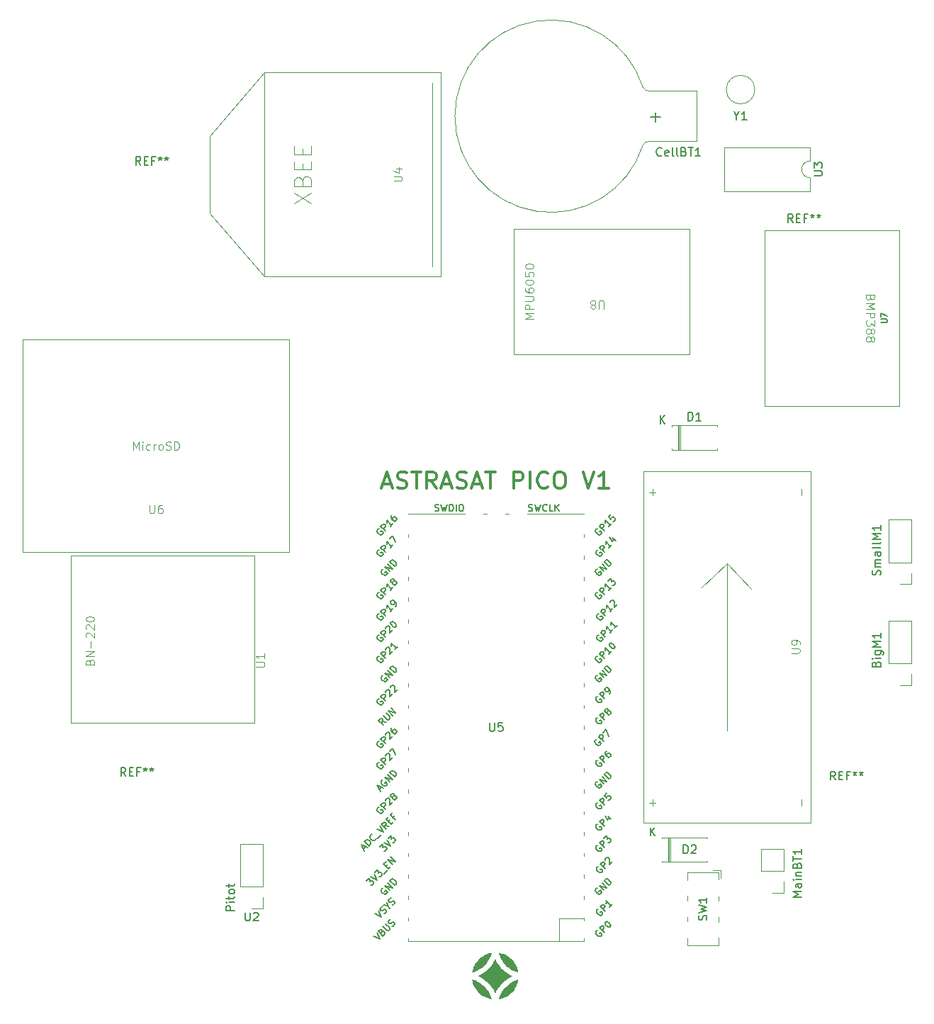
<source format=gbr>
%TF.GenerationSoftware,KiCad,Pcbnew,7.0.9*%
%TF.CreationDate,2023-11-23T17:14:21+01:00*%
%TF.ProjectId,astrasat1,61737472-6173-4617-9431-2e6b69636164,v1*%
%TF.SameCoordinates,Original*%
%TF.FileFunction,Legend,Top*%
%TF.FilePolarity,Positive*%
%FSLAX46Y46*%
G04 Gerber Fmt 4.6, Leading zero omitted, Abs format (unit mm)*
G04 Created by KiCad (PCBNEW 7.0.9) date 2023-11-23 17:14:21*
%MOMM*%
%LPD*%
G01*
G04 APERTURE LIST*
%ADD10C,0.300000*%
%ADD11C,0.150000*%
%ADD12C,0.100000*%
%ADD13C,0.146304*%
%ADD14C,0.120000*%
G04 APERTURE END LIST*
D10*
X138606176Y-91878209D02*
X139558557Y-91878209D01*
X138415700Y-92449638D02*
X139082366Y-90449638D01*
X139082366Y-90449638D02*
X139749033Y-92449638D01*
X140320462Y-92354400D02*
X140606176Y-92449638D01*
X140606176Y-92449638D02*
X141082367Y-92449638D01*
X141082367Y-92449638D02*
X141272843Y-92354400D01*
X141272843Y-92354400D02*
X141368081Y-92259161D01*
X141368081Y-92259161D02*
X141463319Y-92068685D01*
X141463319Y-92068685D02*
X141463319Y-91878209D01*
X141463319Y-91878209D02*
X141368081Y-91687733D01*
X141368081Y-91687733D02*
X141272843Y-91592495D01*
X141272843Y-91592495D02*
X141082367Y-91497257D01*
X141082367Y-91497257D02*
X140701414Y-91402019D01*
X140701414Y-91402019D02*
X140510938Y-91306780D01*
X140510938Y-91306780D02*
X140415700Y-91211542D01*
X140415700Y-91211542D02*
X140320462Y-91021066D01*
X140320462Y-91021066D02*
X140320462Y-90830590D01*
X140320462Y-90830590D02*
X140415700Y-90640114D01*
X140415700Y-90640114D02*
X140510938Y-90544876D01*
X140510938Y-90544876D02*
X140701414Y-90449638D01*
X140701414Y-90449638D02*
X141177605Y-90449638D01*
X141177605Y-90449638D02*
X141463319Y-90544876D01*
X142034748Y-90449638D02*
X143177605Y-90449638D01*
X142606176Y-92449638D02*
X142606176Y-90449638D01*
X144987129Y-92449638D02*
X144320462Y-91497257D01*
X143844272Y-92449638D02*
X143844272Y-90449638D01*
X143844272Y-90449638D02*
X144606177Y-90449638D01*
X144606177Y-90449638D02*
X144796653Y-90544876D01*
X144796653Y-90544876D02*
X144891891Y-90640114D01*
X144891891Y-90640114D02*
X144987129Y-90830590D01*
X144987129Y-90830590D02*
X144987129Y-91116304D01*
X144987129Y-91116304D02*
X144891891Y-91306780D01*
X144891891Y-91306780D02*
X144796653Y-91402019D01*
X144796653Y-91402019D02*
X144606177Y-91497257D01*
X144606177Y-91497257D02*
X143844272Y-91497257D01*
X145749034Y-91878209D02*
X146701415Y-91878209D01*
X145558558Y-92449638D02*
X146225224Y-90449638D01*
X146225224Y-90449638D02*
X146891891Y-92449638D01*
X147463320Y-92354400D02*
X147749034Y-92449638D01*
X147749034Y-92449638D02*
X148225225Y-92449638D01*
X148225225Y-92449638D02*
X148415701Y-92354400D01*
X148415701Y-92354400D02*
X148510939Y-92259161D01*
X148510939Y-92259161D02*
X148606177Y-92068685D01*
X148606177Y-92068685D02*
X148606177Y-91878209D01*
X148606177Y-91878209D02*
X148510939Y-91687733D01*
X148510939Y-91687733D02*
X148415701Y-91592495D01*
X148415701Y-91592495D02*
X148225225Y-91497257D01*
X148225225Y-91497257D02*
X147844272Y-91402019D01*
X147844272Y-91402019D02*
X147653796Y-91306780D01*
X147653796Y-91306780D02*
X147558558Y-91211542D01*
X147558558Y-91211542D02*
X147463320Y-91021066D01*
X147463320Y-91021066D02*
X147463320Y-90830590D01*
X147463320Y-90830590D02*
X147558558Y-90640114D01*
X147558558Y-90640114D02*
X147653796Y-90544876D01*
X147653796Y-90544876D02*
X147844272Y-90449638D01*
X147844272Y-90449638D02*
X148320463Y-90449638D01*
X148320463Y-90449638D02*
X148606177Y-90544876D01*
X149368082Y-91878209D02*
X150320463Y-91878209D01*
X149177606Y-92449638D02*
X149844272Y-90449638D01*
X149844272Y-90449638D02*
X150510939Y-92449638D01*
X150891892Y-90449638D02*
X152034749Y-90449638D01*
X151463320Y-92449638D02*
X151463320Y-90449638D01*
X154225226Y-92449638D02*
X154225226Y-90449638D01*
X154225226Y-90449638D02*
X154987131Y-90449638D01*
X154987131Y-90449638D02*
X155177607Y-90544876D01*
X155177607Y-90544876D02*
X155272845Y-90640114D01*
X155272845Y-90640114D02*
X155368083Y-90830590D01*
X155368083Y-90830590D02*
X155368083Y-91116304D01*
X155368083Y-91116304D02*
X155272845Y-91306780D01*
X155272845Y-91306780D02*
X155177607Y-91402019D01*
X155177607Y-91402019D02*
X154987131Y-91497257D01*
X154987131Y-91497257D02*
X154225226Y-91497257D01*
X156225226Y-92449638D02*
X156225226Y-90449638D01*
X158320464Y-92259161D02*
X158225226Y-92354400D01*
X158225226Y-92354400D02*
X157939512Y-92449638D01*
X157939512Y-92449638D02*
X157749036Y-92449638D01*
X157749036Y-92449638D02*
X157463321Y-92354400D01*
X157463321Y-92354400D02*
X157272845Y-92163923D01*
X157272845Y-92163923D02*
X157177607Y-91973447D01*
X157177607Y-91973447D02*
X157082369Y-91592495D01*
X157082369Y-91592495D02*
X157082369Y-91306780D01*
X157082369Y-91306780D02*
X157177607Y-90925828D01*
X157177607Y-90925828D02*
X157272845Y-90735352D01*
X157272845Y-90735352D02*
X157463321Y-90544876D01*
X157463321Y-90544876D02*
X157749036Y-90449638D01*
X157749036Y-90449638D02*
X157939512Y-90449638D01*
X157939512Y-90449638D02*
X158225226Y-90544876D01*
X158225226Y-90544876D02*
X158320464Y-90640114D01*
X159558559Y-90449638D02*
X159939512Y-90449638D01*
X159939512Y-90449638D02*
X160129988Y-90544876D01*
X160129988Y-90544876D02*
X160320464Y-90735352D01*
X160320464Y-90735352D02*
X160415702Y-91116304D01*
X160415702Y-91116304D02*
X160415702Y-91782971D01*
X160415702Y-91782971D02*
X160320464Y-92163923D01*
X160320464Y-92163923D02*
X160129988Y-92354400D01*
X160129988Y-92354400D02*
X159939512Y-92449638D01*
X159939512Y-92449638D02*
X159558559Y-92449638D01*
X159558559Y-92449638D02*
X159368083Y-92354400D01*
X159368083Y-92354400D02*
X159177607Y-92163923D01*
X159177607Y-92163923D02*
X159082369Y-91782971D01*
X159082369Y-91782971D02*
X159082369Y-91116304D01*
X159082369Y-91116304D02*
X159177607Y-90735352D01*
X159177607Y-90735352D02*
X159368083Y-90544876D01*
X159368083Y-90544876D02*
X159558559Y-90449638D01*
X162510941Y-90449638D02*
X163177607Y-92449638D01*
X163177607Y-92449638D02*
X163844274Y-90449638D01*
X165558560Y-92449638D02*
X164415703Y-92449638D01*
X164987131Y-92449638D02*
X164987131Y-90449638D01*
X164987131Y-90449638D02*
X164796655Y-90735352D01*
X164796655Y-90735352D02*
X164606179Y-90925828D01*
X164606179Y-90925828D02*
X164415703Y-91021066D01*
D11*
X120889819Y-142883220D02*
X119889819Y-142883220D01*
X119889819Y-142883220D02*
X119889819Y-142502268D01*
X119889819Y-142502268D02*
X119937438Y-142407030D01*
X119937438Y-142407030D02*
X119985057Y-142359411D01*
X119985057Y-142359411D02*
X120080295Y-142311792D01*
X120080295Y-142311792D02*
X120223152Y-142311792D01*
X120223152Y-142311792D02*
X120318390Y-142359411D01*
X120318390Y-142359411D02*
X120366009Y-142407030D01*
X120366009Y-142407030D02*
X120413628Y-142502268D01*
X120413628Y-142502268D02*
X120413628Y-142883220D01*
X120889819Y-141883220D02*
X120223152Y-141883220D01*
X119889819Y-141883220D02*
X119937438Y-141930839D01*
X119937438Y-141930839D02*
X119985057Y-141883220D01*
X119985057Y-141883220D02*
X119937438Y-141835601D01*
X119937438Y-141835601D02*
X119889819Y-141883220D01*
X119889819Y-141883220D02*
X119985057Y-141883220D01*
X120223152Y-141549887D02*
X120223152Y-141168935D01*
X119889819Y-141407030D02*
X120746961Y-141407030D01*
X120746961Y-141407030D02*
X120842200Y-141359411D01*
X120842200Y-141359411D02*
X120889819Y-141264173D01*
X120889819Y-141264173D02*
X120889819Y-141168935D01*
X120889819Y-140692744D02*
X120842200Y-140787982D01*
X120842200Y-140787982D02*
X120794580Y-140835601D01*
X120794580Y-140835601D02*
X120699342Y-140883220D01*
X120699342Y-140883220D02*
X120413628Y-140883220D01*
X120413628Y-140883220D02*
X120318390Y-140835601D01*
X120318390Y-140835601D02*
X120270771Y-140787982D01*
X120270771Y-140787982D02*
X120223152Y-140692744D01*
X120223152Y-140692744D02*
X120223152Y-140549887D01*
X120223152Y-140549887D02*
X120270771Y-140454649D01*
X120270771Y-140454649D02*
X120318390Y-140407030D01*
X120318390Y-140407030D02*
X120413628Y-140359411D01*
X120413628Y-140359411D02*
X120699342Y-140359411D01*
X120699342Y-140359411D02*
X120794580Y-140407030D01*
X120794580Y-140407030D02*
X120842200Y-140454649D01*
X120842200Y-140454649D02*
X120889819Y-140549887D01*
X120889819Y-140549887D02*
X120889819Y-140692744D01*
X120223152Y-140073696D02*
X120223152Y-139692744D01*
X119889819Y-139930839D02*
X120746961Y-139930839D01*
X120746961Y-139930839D02*
X120842200Y-139883220D01*
X120842200Y-139883220D02*
X120889819Y-139787982D01*
X120889819Y-139787982D02*
X120889819Y-139692744D01*
X122163095Y-143099819D02*
X122163095Y-143909342D01*
X122163095Y-143909342D02*
X122210714Y-144004580D01*
X122210714Y-144004580D02*
X122258333Y-144052200D01*
X122258333Y-144052200D02*
X122353571Y-144099819D01*
X122353571Y-144099819D02*
X122544047Y-144099819D01*
X122544047Y-144099819D02*
X122639285Y-144052200D01*
X122639285Y-144052200D02*
X122686904Y-144004580D01*
X122686904Y-144004580D02*
X122734523Y-143909342D01*
X122734523Y-143909342D02*
X122734523Y-143099819D01*
X123163095Y-143195057D02*
X123210714Y-143147438D01*
X123210714Y-143147438D02*
X123305952Y-143099819D01*
X123305952Y-143099819D02*
X123544047Y-143099819D01*
X123544047Y-143099819D02*
X123639285Y-143147438D01*
X123639285Y-143147438D02*
X123686904Y-143195057D01*
X123686904Y-143195057D02*
X123734523Y-143290295D01*
X123734523Y-143290295D02*
X123734523Y-143385533D01*
X123734523Y-143385533D02*
X123686904Y-143528390D01*
X123686904Y-143528390D02*
X123115476Y-144099819D01*
X123115476Y-144099819D02*
X123734523Y-144099819D01*
D12*
X110733095Y-94417419D02*
X110733095Y-95226942D01*
X110733095Y-95226942D02*
X110780714Y-95322180D01*
X110780714Y-95322180D02*
X110828333Y-95369800D01*
X110828333Y-95369800D02*
X110923571Y-95417419D01*
X110923571Y-95417419D02*
X111114047Y-95417419D01*
X111114047Y-95417419D02*
X111209285Y-95369800D01*
X111209285Y-95369800D02*
X111256904Y-95322180D01*
X111256904Y-95322180D02*
X111304523Y-95226942D01*
X111304523Y-95226942D02*
X111304523Y-94417419D01*
X112209285Y-94417419D02*
X112018809Y-94417419D01*
X112018809Y-94417419D02*
X111923571Y-94465038D01*
X111923571Y-94465038D02*
X111875952Y-94512657D01*
X111875952Y-94512657D02*
X111780714Y-94655514D01*
X111780714Y-94655514D02*
X111733095Y-94845990D01*
X111733095Y-94845990D02*
X111733095Y-95226942D01*
X111733095Y-95226942D02*
X111780714Y-95322180D01*
X111780714Y-95322180D02*
X111828333Y-95369800D01*
X111828333Y-95369800D02*
X111923571Y-95417419D01*
X111923571Y-95417419D02*
X112114047Y-95417419D01*
X112114047Y-95417419D02*
X112209285Y-95369800D01*
X112209285Y-95369800D02*
X112256904Y-95322180D01*
X112256904Y-95322180D02*
X112304523Y-95226942D01*
X112304523Y-95226942D02*
X112304523Y-94988847D01*
X112304523Y-94988847D02*
X112256904Y-94893609D01*
X112256904Y-94893609D02*
X112209285Y-94845990D01*
X112209285Y-94845990D02*
X112114047Y-94798371D01*
X112114047Y-94798371D02*
X111923571Y-94798371D01*
X111923571Y-94798371D02*
X111828333Y-94845990D01*
X111828333Y-94845990D02*
X111780714Y-94893609D01*
X111780714Y-94893609D02*
X111733095Y-94988847D01*
X108756905Y-87847419D02*
X108756905Y-86847419D01*
X108756905Y-86847419D02*
X109090238Y-87561704D01*
X109090238Y-87561704D02*
X109423571Y-86847419D01*
X109423571Y-86847419D02*
X109423571Y-87847419D01*
X109899762Y-87847419D02*
X109899762Y-87180752D01*
X109899762Y-86847419D02*
X109852143Y-86895038D01*
X109852143Y-86895038D02*
X109899762Y-86942657D01*
X109899762Y-86942657D02*
X109947381Y-86895038D01*
X109947381Y-86895038D02*
X109899762Y-86847419D01*
X109899762Y-86847419D02*
X109899762Y-86942657D01*
X110804523Y-87799800D02*
X110709285Y-87847419D01*
X110709285Y-87847419D02*
X110518809Y-87847419D01*
X110518809Y-87847419D02*
X110423571Y-87799800D01*
X110423571Y-87799800D02*
X110375952Y-87752180D01*
X110375952Y-87752180D02*
X110328333Y-87656942D01*
X110328333Y-87656942D02*
X110328333Y-87371228D01*
X110328333Y-87371228D02*
X110375952Y-87275990D01*
X110375952Y-87275990D02*
X110423571Y-87228371D01*
X110423571Y-87228371D02*
X110518809Y-87180752D01*
X110518809Y-87180752D02*
X110709285Y-87180752D01*
X110709285Y-87180752D02*
X110804523Y-87228371D01*
X111233095Y-87847419D02*
X111233095Y-87180752D01*
X111233095Y-87371228D02*
X111280714Y-87275990D01*
X111280714Y-87275990D02*
X111328333Y-87228371D01*
X111328333Y-87228371D02*
X111423571Y-87180752D01*
X111423571Y-87180752D02*
X111518809Y-87180752D01*
X111995000Y-87847419D02*
X111899762Y-87799800D01*
X111899762Y-87799800D02*
X111852143Y-87752180D01*
X111852143Y-87752180D02*
X111804524Y-87656942D01*
X111804524Y-87656942D02*
X111804524Y-87371228D01*
X111804524Y-87371228D02*
X111852143Y-87275990D01*
X111852143Y-87275990D02*
X111899762Y-87228371D01*
X111899762Y-87228371D02*
X111995000Y-87180752D01*
X111995000Y-87180752D02*
X112137857Y-87180752D01*
X112137857Y-87180752D02*
X112233095Y-87228371D01*
X112233095Y-87228371D02*
X112280714Y-87275990D01*
X112280714Y-87275990D02*
X112328333Y-87371228D01*
X112328333Y-87371228D02*
X112328333Y-87656942D01*
X112328333Y-87656942D02*
X112280714Y-87752180D01*
X112280714Y-87752180D02*
X112233095Y-87799800D01*
X112233095Y-87799800D02*
X112137857Y-87847419D01*
X112137857Y-87847419D02*
X111995000Y-87847419D01*
X112709286Y-87799800D02*
X112852143Y-87847419D01*
X112852143Y-87847419D02*
X113090238Y-87847419D01*
X113090238Y-87847419D02*
X113185476Y-87799800D01*
X113185476Y-87799800D02*
X113233095Y-87752180D01*
X113233095Y-87752180D02*
X113280714Y-87656942D01*
X113280714Y-87656942D02*
X113280714Y-87561704D01*
X113280714Y-87561704D02*
X113233095Y-87466466D01*
X113233095Y-87466466D02*
X113185476Y-87418847D01*
X113185476Y-87418847D02*
X113090238Y-87371228D01*
X113090238Y-87371228D02*
X112899762Y-87323609D01*
X112899762Y-87323609D02*
X112804524Y-87275990D01*
X112804524Y-87275990D02*
X112756905Y-87228371D01*
X112756905Y-87228371D02*
X112709286Y-87133133D01*
X112709286Y-87133133D02*
X112709286Y-87037895D01*
X112709286Y-87037895D02*
X112756905Y-86942657D01*
X112756905Y-86942657D02*
X112804524Y-86895038D01*
X112804524Y-86895038D02*
X112899762Y-86847419D01*
X112899762Y-86847419D02*
X113137857Y-86847419D01*
X113137857Y-86847419D02*
X113280714Y-86895038D01*
X113709286Y-87847419D02*
X113709286Y-86847419D01*
X113709286Y-86847419D02*
X113947381Y-86847419D01*
X113947381Y-86847419D02*
X114090238Y-86895038D01*
X114090238Y-86895038D02*
X114185476Y-86990276D01*
X114185476Y-86990276D02*
X114233095Y-87085514D01*
X114233095Y-87085514D02*
X114280714Y-87275990D01*
X114280714Y-87275990D02*
X114280714Y-87418847D01*
X114280714Y-87418847D02*
X114233095Y-87609323D01*
X114233095Y-87609323D02*
X114185476Y-87704561D01*
X114185476Y-87704561D02*
X114090238Y-87799800D01*
X114090238Y-87799800D02*
X113947381Y-87847419D01*
X113947381Y-87847419D02*
X113709286Y-87847419D01*
X123457419Y-113761904D02*
X124266942Y-113761904D01*
X124266942Y-113761904D02*
X124362180Y-113714285D01*
X124362180Y-113714285D02*
X124409800Y-113666666D01*
X124409800Y-113666666D02*
X124457419Y-113571428D01*
X124457419Y-113571428D02*
X124457419Y-113380952D01*
X124457419Y-113380952D02*
X124409800Y-113285714D01*
X124409800Y-113285714D02*
X124362180Y-113238095D01*
X124362180Y-113238095D02*
X124266942Y-113190476D01*
X124266942Y-113190476D02*
X123457419Y-113190476D01*
X124457419Y-112190476D02*
X124457419Y-112761904D01*
X124457419Y-112476190D02*
X123457419Y-112476190D01*
X123457419Y-112476190D02*
X123600276Y-112571428D01*
X123600276Y-112571428D02*
X123695514Y-112666666D01*
X123695514Y-112666666D02*
X123743133Y-112761904D01*
X103593609Y-113149999D02*
X103641228Y-113007142D01*
X103641228Y-113007142D02*
X103688847Y-112959523D01*
X103688847Y-112959523D02*
X103784085Y-112911904D01*
X103784085Y-112911904D02*
X103926942Y-112911904D01*
X103926942Y-112911904D02*
X104022180Y-112959523D01*
X104022180Y-112959523D02*
X104069800Y-113007142D01*
X104069800Y-113007142D02*
X104117419Y-113102380D01*
X104117419Y-113102380D02*
X104117419Y-113483332D01*
X104117419Y-113483332D02*
X103117419Y-113483332D01*
X103117419Y-113483332D02*
X103117419Y-113149999D01*
X103117419Y-113149999D02*
X103165038Y-113054761D01*
X103165038Y-113054761D02*
X103212657Y-113007142D01*
X103212657Y-113007142D02*
X103307895Y-112959523D01*
X103307895Y-112959523D02*
X103403133Y-112959523D01*
X103403133Y-112959523D02*
X103498371Y-113007142D01*
X103498371Y-113007142D02*
X103545990Y-113054761D01*
X103545990Y-113054761D02*
X103593609Y-113149999D01*
X103593609Y-113149999D02*
X103593609Y-113483332D01*
X104117419Y-112483332D02*
X103117419Y-112483332D01*
X103117419Y-112483332D02*
X104117419Y-111911904D01*
X104117419Y-111911904D02*
X103117419Y-111911904D01*
X103736466Y-111435713D02*
X103736466Y-110673809D01*
X103212657Y-110245237D02*
X103165038Y-110197618D01*
X103165038Y-110197618D02*
X103117419Y-110102380D01*
X103117419Y-110102380D02*
X103117419Y-109864285D01*
X103117419Y-109864285D02*
X103165038Y-109769047D01*
X103165038Y-109769047D02*
X103212657Y-109721428D01*
X103212657Y-109721428D02*
X103307895Y-109673809D01*
X103307895Y-109673809D02*
X103403133Y-109673809D01*
X103403133Y-109673809D02*
X103545990Y-109721428D01*
X103545990Y-109721428D02*
X104117419Y-110292856D01*
X104117419Y-110292856D02*
X104117419Y-109673809D01*
X103212657Y-109292856D02*
X103165038Y-109245237D01*
X103165038Y-109245237D02*
X103117419Y-109149999D01*
X103117419Y-109149999D02*
X103117419Y-108911904D01*
X103117419Y-108911904D02*
X103165038Y-108816666D01*
X103165038Y-108816666D02*
X103212657Y-108769047D01*
X103212657Y-108769047D02*
X103307895Y-108721428D01*
X103307895Y-108721428D02*
X103403133Y-108721428D01*
X103403133Y-108721428D02*
X103545990Y-108769047D01*
X103545990Y-108769047D02*
X104117419Y-109340475D01*
X104117419Y-109340475D02*
X104117419Y-108721428D01*
X103117419Y-108102380D02*
X103117419Y-108007142D01*
X103117419Y-108007142D02*
X103165038Y-107911904D01*
X103165038Y-107911904D02*
X103212657Y-107864285D01*
X103212657Y-107864285D02*
X103307895Y-107816666D01*
X103307895Y-107816666D02*
X103498371Y-107769047D01*
X103498371Y-107769047D02*
X103736466Y-107769047D01*
X103736466Y-107769047D02*
X103926942Y-107816666D01*
X103926942Y-107816666D02*
X104022180Y-107864285D01*
X104022180Y-107864285D02*
X104069800Y-107911904D01*
X104069800Y-107911904D02*
X104117419Y-108007142D01*
X104117419Y-108007142D02*
X104117419Y-108102380D01*
X104117419Y-108102380D02*
X104069800Y-108197618D01*
X104069800Y-108197618D02*
X104022180Y-108245237D01*
X104022180Y-108245237D02*
X103926942Y-108292856D01*
X103926942Y-108292856D02*
X103736466Y-108340475D01*
X103736466Y-108340475D02*
X103498371Y-108340475D01*
X103498371Y-108340475D02*
X103307895Y-108292856D01*
X103307895Y-108292856D02*
X103212657Y-108245237D01*
X103212657Y-108245237D02*
X103165038Y-108197618D01*
X103165038Y-108197618D02*
X103117419Y-108102380D01*
D11*
X188609819Y-141248332D02*
X187609819Y-141248332D01*
X187609819Y-141248332D02*
X188324104Y-140914999D01*
X188324104Y-140914999D02*
X187609819Y-140581666D01*
X187609819Y-140581666D02*
X188609819Y-140581666D01*
X188609819Y-139676904D02*
X188086009Y-139676904D01*
X188086009Y-139676904D02*
X187990771Y-139724523D01*
X187990771Y-139724523D02*
X187943152Y-139819761D01*
X187943152Y-139819761D02*
X187943152Y-140010237D01*
X187943152Y-140010237D02*
X187990771Y-140105475D01*
X188562200Y-139676904D02*
X188609819Y-139772142D01*
X188609819Y-139772142D02*
X188609819Y-140010237D01*
X188609819Y-140010237D02*
X188562200Y-140105475D01*
X188562200Y-140105475D02*
X188466961Y-140153094D01*
X188466961Y-140153094D02*
X188371723Y-140153094D01*
X188371723Y-140153094D02*
X188276485Y-140105475D01*
X188276485Y-140105475D02*
X188228866Y-140010237D01*
X188228866Y-140010237D02*
X188228866Y-139772142D01*
X188228866Y-139772142D02*
X188181247Y-139676904D01*
X188609819Y-139200713D02*
X187943152Y-139200713D01*
X187609819Y-139200713D02*
X187657438Y-139248332D01*
X187657438Y-139248332D02*
X187705057Y-139200713D01*
X187705057Y-139200713D02*
X187657438Y-139153094D01*
X187657438Y-139153094D02*
X187609819Y-139200713D01*
X187609819Y-139200713D02*
X187705057Y-139200713D01*
X187943152Y-138724523D02*
X188609819Y-138724523D01*
X188038390Y-138724523D02*
X187990771Y-138676904D01*
X187990771Y-138676904D02*
X187943152Y-138581666D01*
X187943152Y-138581666D02*
X187943152Y-138438809D01*
X187943152Y-138438809D02*
X187990771Y-138343571D01*
X187990771Y-138343571D02*
X188086009Y-138295952D01*
X188086009Y-138295952D02*
X188609819Y-138295952D01*
X188086009Y-137486428D02*
X188133628Y-137343571D01*
X188133628Y-137343571D02*
X188181247Y-137295952D01*
X188181247Y-137295952D02*
X188276485Y-137248333D01*
X188276485Y-137248333D02*
X188419342Y-137248333D01*
X188419342Y-137248333D02*
X188514580Y-137295952D01*
X188514580Y-137295952D02*
X188562200Y-137343571D01*
X188562200Y-137343571D02*
X188609819Y-137438809D01*
X188609819Y-137438809D02*
X188609819Y-137819761D01*
X188609819Y-137819761D02*
X187609819Y-137819761D01*
X187609819Y-137819761D02*
X187609819Y-137486428D01*
X187609819Y-137486428D02*
X187657438Y-137391190D01*
X187657438Y-137391190D02*
X187705057Y-137343571D01*
X187705057Y-137343571D02*
X187800295Y-137295952D01*
X187800295Y-137295952D02*
X187895533Y-137295952D01*
X187895533Y-137295952D02*
X187990771Y-137343571D01*
X187990771Y-137343571D02*
X188038390Y-137391190D01*
X188038390Y-137391190D02*
X188086009Y-137486428D01*
X188086009Y-137486428D02*
X188086009Y-137819761D01*
X187609819Y-136962618D02*
X187609819Y-136391190D01*
X188609819Y-136676904D02*
X187609819Y-136676904D01*
X188609819Y-135534047D02*
X188609819Y-136105475D01*
X188609819Y-135819761D02*
X187609819Y-135819761D01*
X187609819Y-135819761D02*
X187752676Y-135914999D01*
X187752676Y-135914999D02*
X187847914Y-136010237D01*
X187847914Y-136010237D02*
X187895533Y-136105475D01*
X174521905Y-136054819D02*
X174521905Y-135054819D01*
X174521905Y-135054819D02*
X174760000Y-135054819D01*
X174760000Y-135054819D02*
X174902857Y-135102438D01*
X174902857Y-135102438D02*
X174998095Y-135197676D01*
X174998095Y-135197676D02*
X175045714Y-135292914D01*
X175045714Y-135292914D02*
X175093333Y-135483390D01*
X175093333Y-135483390D02*
X175093333Y-135626247D01*
X175093333Y-135626247D02*
X175045714Y-135816723D01*
X175045714Y-135816723D02*
X174998095Y-135911961D01*
X174998095Y-135911961D02*
X174902857Y-136007200D01*
X174902857Y-136007200D02*
X174760000Y-136054819D01*
X174760000Y-136054819D02*
X174521905Y-136054819D01*
X175474286Y-135150057D02*
X175521905Y-135102438D01*
X175521905Y-135102438D02*
X175617143Y-135054819D01*
X175617143Y-135054819D02*
X175855238Y-135054819D01*
X175855238Y-135054819D02*
X175950476Y-135102438D01*
X175950476Y-135102438D02*
X175998095Y-135150057D01*
X175998095Y-135150057D02*
X176045714Y-135245295D01*
X176045714Y-135245295D02*
X176045714Y-135340533D01*
X176045714Y-135340533D02*
X175998095Y-135483390D01*
X175998095Y-135483390D02*
X175426667Y-136054819D01*
X175426667Y-136054819D02*
X176045714Y-136054819D01*
X170553095Y-133954819D02*
X170553095Y-132954819D01*
X171124523Y-133954819D02*
X170695952Y-133383390D01*
X171124523Y-132954819D02*
X170553095Y-133526247D01*
X192666666Y-127264819D02*
X192333333Y-126788628D01*
X192095238Y-127264819D02*
X192095238Y-126264819D01*
X192095238Y-126264819D02*
X192476190Y-126264819D01*
X192476190Y-126264819D02*
X192571428Y-126312438D01*
X192571428Y-126312438D02*
X192619047Y-126360057D01*
X192619047Y-126360057D02*
X192666666Y-126455295D01*
X192666666Y-126455295D02*
X192666666Y-126598152D01*
X192666666Y-126598152D02*
X192619047Y-126693390D01*
X192619047Y-126693390D02*
X192571428Y-126741009D01*
X192571428Y-126741009D02*
X192476190Y-126788628D01*
X192476190Y-126788628D02*
X192095238Y-126788628D01*
X193095238Y-126741009D02*
X193428571Y-126741009D01*
X193571428Y-127264819D02*
X193095238Y-127264819D01*
X193095238Y-127264819D02*
X193095238Y-126264819D01*
X193095238Y-126264819D02*
X193571428Y-126264819D01*
X194333333Y-126741009D02*
X194000000Y-126741009D01*
X194000000Y-127264819D02*
X194000000Y-126264819D01*
X194000000Y-126264819D02*
X194476190Y-126264819D01*
X195000000Y-126264819D02*
X195000000Y-126502914D01*
X194761905Y-126407676D02*
X195000000Y-126502914D01*
X195000000Y-126502914D02*
X195238095Y-126407676D01*
X194857143Y-126693390D02*
X195000000Y-126502914D01*
X195000000Y-126502914D02*
X195142857Y-126693390D01*
X195761905Y-126264819D02*
X195761905Y-126502914D01*
X195523810Y-126407676D02*
X195761905Y-126502914D01*
X195761905Y-126502914D02*
X196000000Y-126407676D01*
X195619048Y-126693390D02*
X195761905Y-126502914D01*
X195761905Y-126502914D02*
X195904762Y-126693390D01*
D12*
X187417419Y-112121904D02*
X188226942Y-112121904D01*
X188226942Y-112121904D02*
X188322180Y-112074285D01*
X188322180Y-112074285D02*
X188369800Y-112026666D01*
X188369800Y-112026666D02*
X188417419Y-111931428D01*
X188417419Y-111931428D02*
X188417419Y-111740952D01*
X188417419Y-111740952D02*
X188369800Y-111645714D01*
X188369800Y-111645714D02*
X188322180Y-111598095D01*
X188322180Y-111598095D02*
X188226942Y-111550476D01*
X188226942Y-111550476D02*
X187417419Y-111550476D01*
X188417419Y-111026666D02*
X188417419Y-110836190D01*
X188417419Y-110836190D02*
X188369800Y-110740952D01*
X188369800Y-110740952D02*
X188322180Y-110693333D01*
X188322180Y-110693333D02*
X188179323Y-110598095D01*
X188179323Y-110598095D02*
X187988847Y-110550476D01*
X187988847Y-110550476D02*
X187607895Y-110550476D01*
X187607895Y-110550476D02*
X187512657Y-110598095D01*
X187512657Y-110598095D02*
X187465038Y-110645714D01*
X187465038Y-110645714D02*
X187417419Y-110740952D01*
X187417419Y-110740952D02*
X187417419Y-110931428D01*
X187417419Y-110931428D02*
X187465038Y-111026666D01*
X187465038Y-111026666D02*
X187512657Y-111074285D01*
X187512657Y-111074285D02*
X187607895Y-111121904D01*
X187607895Y-111121904D02*
X187845990Y-111121904D01*
X187845990Y-111121904D02*
X187941228Y-111074285D01*
X187941228Y-111074285D02*
X187988847Y-111026666D01*
X187988847Y-111026666D02*
X188036466Y-110931428D01*
X188036466Y-110931428D02*
X188036466Y-110740952D01*
X188036466Y-110740952D02*
X187988847Y-110645714D01*
X187988847Y-110645714D02*
X187941228Y-110598095D01*
X187941228Y-110598095D02*
X187845990Y-110550476D01*
X188594466Y-130360115D02*
X188594466Y-129598211D01*
X170814466Y-130360115D02*
X170814466Y-129598211D01*
X171195419Y-129979163D02*
X170433514Y-129979163D01*
X188594466Y-93276115D02*
X188594466Y-92514211D01*
X170814466Y-93276115D02*
X170814466Y-92514211D01*
X171195419Y-92895163D02*
X170433514Y-92895163D01*
D11*
X151373095Y-120449819D02*
X151373095Y-121259342D01*
X151373095Y-121259342D02*
X151420714Y-121354580D01*
X151420714Y-121354580D02*
X151468333Y-121402200D01*
X151468333Y-121402200D02*
X151563571Y-121449819D01*
X151563571Y-121449819D02*
X151754047Y-121449819D01*
X151754047Y-121449819D02*
X151849285Y-121402200D01*
X151849285Y-121402200D02*
X151896904Y-121354580D01*
X151896904Y-121354580D02*
X151944523Y-121259342D01*
X151944523Y-121259342D02*
X151944523Y-120449819D01*
X152896904Y-120449819D02*
X152420714Y-120449819D01*
X152420714Y-120449819D02*
X152373095Y-120926009D01*
X152373095Y-120926009D02*
X152420714Y-120878390D01*
X152420714Y-120878390D02*
X152515952Y-120830771D01*
X152515952Y-120830771D02*
X152754047Y-120830771D01*
X152754047Y-120830771D02*
X152849285Y-120878390D01*
X152849285Y-120878390D02*
X152896904Y-120926009D01*
X152896904Y-120926009D02*
X152944523Y-121021247D01*
X152944523Y-121021247D02*
X152944523Y-121259342D01*
X152944523Y-121259342D02*
X152896904Y-121354580D01*
X152896904Y-121354580D02*
X152849285Y-121402200D01*
X152849285Y-121402200D02*
X152754047Y-121449819D01*
X152754047Y-121449819D02*
X152515952Y-121449819D01*
X152515952Y-121449819D02*
X152420714Y-121402200D01*
X152420714Y-121402200D02*
X152373095Y-121354580D01*
X164378998Y-107415868D02*
X164298185Y-107442805D01*
X164298185Y-107442805D02*
X164217373Y-107523618D01*
X164217373Y-107523618D02*
X164163498Y-107631367D01*
X164163498Y-107631367D02*
X164163498Y-107739117D01*
X164163498Y-107739117D02*
X164190436Y-107819929D01*
X164190436Y-107819929D02*
X164271248Y-107954616D01*
X164271248Y-107954616D02*
X164352060Y-108035428D01*
X164352060Y-108035428D02*
X164486747Y-108116241D01*
X164486747Y-108116241D02*
X164567560Y-108143178D01*
X164567560Y-108143178D02*
X164675309Y-108143178D01*
X164675309Y-108143178D02*
X164783059Y-108089303D01*
X164783059Y-108089303D02*
X164836934Y-108035428D01*
X164836934Y-108035428D02*
X164890808Y-107927679D01*
X164890808Y-107927679D02*
X164890808Y-107873804D01*
X164890808Y-107873804D02*
X164702247Y-107685242D01*
X164702247Y-107685242D02*
X164594497Y-107792992D01*
X165187120Y-107685242D02*
X164621434Y-107119557D01*
X164621434Y-107119557D02*
X164836934Y-106904057D01*
X164836934Y-106904057D02*
X164917746Y-106877120D01*
X164917746Y-106877120D02*
X164971621Y-106877120D01*
X164971621Y-106877120D02*
X165052433Y-106904057D01*
X165052433Y-106904057D02*
X165133245Y-106984870D01*
X165133245Y-106984870D02*
X165160182Y-107065682D01*
X165160182Y-107065682D02*
X165160182Y-107119557D01*
X165160182Y-107119557D02*
X165133245Y-107200369D01*
X165133245Y-107200369D02*
X164917746Y-107415868D01*
X166049117Y-106823245D02*
X165725868Y-107146494D01*
X165887492Y-106984870D02*
X165321807Y-106419184D01*
X165321807Y-106419184D02*
X165348744Y-106553871D01*
X165348744Y-106553871D02*
X165348744Y-106661621D01*
X165348744Y-106661621D02*
X165321807Y-106742433D01*
X165752805Y-106095935D02*
X165752805Y-106042060D01*
X165752805Y-106042060D02*
X165779743Y-105961248D01*
X165779743Y-105961248D02*
X165914430Y-105826561D01*
X165914430Y-105826561D02*
X165995242Y-105799624D01*
X165995242Y-105799624D02*
X166049117Y-105799624D01*
X166049117Y-105799624D02*
X166129929Y-105826561D01*
X166129929Y-105826561D02*
X166183804Y-105880436D01*
X166183804Y-105880436D02*
X166237679Y-105988186D01*
X166237679Y-105988186D02*
X166237679Y-106634683D01*
X166237679Y-106634683D02*
X166587865Y-106284497D01*
X164148372Y-122416494D02*
X164067560Y-122443431D01*
X164067560Y-122443431D02*
X163986748Y-122524243D01*
X163986748Y-122524243D02*
X163932873Y-122631993D01*
X163932873Y-122631993D02*
X163932873Y-122739742D01*
X163932873Y-122739742D02*
X163959810Y-122820555D01*
X163959810Y-122820555D02*
X164040623Y-122955242D01*
X164040623Y-122955242D02*
X164121435Y-123036054D01*
X164121435Y-123036054D02*
X164256122Y-123116866D01*
X164256122Y-123116866D02*
X164336934Y-123143803D01*
X164336934Y-123143803D02*
X164444684Y-123143803D01*
X164444684Y-123143803D02*
X164552433Y-123089929D01*
X164552433Y-123089929D02*
X164606308Y-123036054D01*
X164606308Y-123036054D02*
X164660183Y-122928304D01*
X164660183Y-122928304D02*
X164660183Y-122874429D01*
X164660183Y-122874429D02*
X164471621Y-122685868D01*
X164471621Y-122685868D02*
X164363871Y-122793617D01*
X164956494Y-122685868D02*
X164390809Y-122120182D01*
X164390809Y-122120182D02*
X164606308Y-121904683D01*
X164606308Y-121904683D02*
X164687120Y-121877746D01*
X164687120Y-121877746D02*
X164740995Y-121877746D01*
X164740995Y-121877746D02*
X164821807Y-121904683D01*
X164821807Y-121904683D02*
X164902619Y-121985495D01*
X164902619Y-121985495D02*
X164929557Y-122066307D01*
X164929557Y-122066307D02*
X164929557Y-122120182D01*
X164929557Y-122120182D02*
X164902619Y-122200994D01*
X164902619Y-122200994D02*
X164687120Y-122416494D01*
X164902619Y-121608372D02*
X165279743Y-121231248D01*
X165279743Y-121231248D02*
X165602992Y-122039370D01*
X137488406Y-145922585D02*
X138242653Y-146299709D01*
X138242653Y-146299709D02*
X137865529Y-145545462D01*
X138512027Y-145437712D02*
X138619776Y-145383838D01*
X138619776Y-145383838D02*
X138673651Y-145383838D01*
X138673651Y-145383838D02*
X138754463Y-145410775D01*
X138754463Y-145410775D02*
X138835276Y-145491587D01*
X138835276Y-145491587D02*
X138862213Y-145572399D01*
X138862213Y-145572399D02*
X138862213Y-145626274D01*
X138862213Y-145626274D02*
X138835276Y-145707086D01*
X138835276Y-145707086D02*
X138619776Y-145922586D01*
X138619776Y-145922586D02*
X138054091Y-145356900D01*
X138054091Y-145356900D02*
X138242653Y-145168338D01*
X138242653Y-145168338D02*
X138323465Y-145141401D01*
X138323465Y-145141401D02*
X138377340Y-145141401D01*
X138377340Y-145141401D02*
X138458152Y-145168338D01*
X138458152Y-145168338D02*
X138512027Y-145222213D01*
X138512027Y-145222213D02*
X138538964Y-145303025D01*
X138538964Y-145303025D02*
X138538964Y-145356900D01*
X138538964Y-145356900D02*
X138512027Y-145437712D01*
X138512027Y-145437712D02*
X138323465Y-145626274D01*
X138619776Y-144791215D02*
X139077712Y-145249151D01*
X139077712Y-145249151D02*
X139158524Y-145276088D01*
X139158524Y-145276088D02*
X139212399Y-145276088D01*
X139212399Y-145276088D02*
X139293211Y-145249151D01*
X139293211Y-145249151D02*
X139400961Y-145141401D01*
X139400961Y-145141401D02*
X139427898Y-145060589D01*
X139427898Y-145060589D02*
X139427898Y-145006714D01*
X139427898Y-145006714D02*
X139400961Y-144925902D01*
X139400961Y-144925902D02*
X138943025Y-144467966D01*
X139724210Y-144764277D02*
X139831959Y-144710403D01*
X139831959Y-144710403D02*
X139966646Y-144575716D01*
X139966646Y-144575716D02*
X139993584Y-144494903D01*
X139993584Y-144494903D02*
X139993584Y-144441029D01*
X139993584Y-144441029D02*
X139966646Y-144360216D01*
X139966646Y-144360216D02*
X139912771Y-144306342D01*
X139912771Y-144306342D02*
X139831959Y-144279404D01*
X139831959Y-144279404D02*
X139778084Y-144279404D01*
X139778084Y-144279404D02*
X139697272Y-144306342D01*
X139697272Y-144306342D02*
X139562585Y-144387154D01*
X139562585Y-144387154D02*
X139481773Y-144414091D01*
X139481773Y-144414091D02*
X139427898Y-144414091D01*
X139427898Y-144414091D02*
X139347086Y-144387154D01*
X139347086Y-144387154D02*
X139293211Y-144333279D01*
X139293211Y-144333279D02*
X139266274Y-144252467D01*
X139266274Y-144252467D02*
X139266274Y-144198592D01*
X139266274Y-144198592D02*
X139293211Y-144117780D01*
X139293211Y-144117780D02*
X139427898Y-143983093D01*
X139427898Y-143983093D02*
X139535648Y-143929218D01*
X138178873Y-128436240D02*
X138448247Y-128166866D01*
X138286623Y-128651739D02*
X137909499Y-127897492D01*
X137909499Y-127897492D02*
X138663746Y-128274615D01*
X138609871Y-127250994D02*
X138529059Y-127277932D01*
X138529059Y-127277932D02*
X138448247Y-127358744D01*
X138448247Y-127358744D02*
X138394372Y-127466494D01*
X138394372Y-127466494D02*
X138394372Y-127574243D01*
X138394372Y-127574243D02*
X138421310Y-127655055D01*
X138421310Y-127655055D02*
X138502122Y-127789742D01*
X138502122Y-127789742D02*
X138582934Y-127870555D01*
X138582934Y-127870555D02*
X138717621Y-127951367D01*
X138717621Y-127951367D02*
X138798433Y-127978304D01*
X138798433Y-127978304D02*
X138906183Y-127978304D01*
X138906183Y-127978304D02*
X139013932Y-127924429D01*
X139013932Y-127924429D02*
X139067807Y-127870555D01*
X139067807Y-127870555D02*
X139121682Y-127762805D01*
X139121682Y-127762805D02*
X139121682Y-127708930D01*
X139121682Y-127708930D02*
X138933120Y-127520368D01*
X138933120Y-127520368D02*
X138825371Y-127628118D01*
X139417993Y-127520368D02*
X138852308Y-126954683D01*
X138852308Y-126954683D02*
X139741242Y-127197120D01*
X139741242Y-127197120D02*
X139175557Y-126631434D01*
X140010616Y-126927746D02*
X139444931Y-126362060D01*
X139444931Y-126362060D02*
X139579618Y-126227373D01*
X139579618Y-126227373D02*
X139687367Y-126173498D01*
X139687367Y-126173498D02*
X139795117Y-126173498D01*
X139795117Y-126173498D02*
X139875929Y-126200436D01*
X139875929Y-126200436D02*
X140010616Y-126281248D01*
X140010616Y-126281248D02*
X140091428Y-126362060D01*
X140091428Y-126362060D02*
X140172241Y-126496747D01*
X140172241Y-126496747D02*
X140199178Y-126577560D01*
X140199178Y-126577560D02*
X140199178Y-126685309D01*
X140199178Y-126685309D02*
X140145303Y-126793059D01*
X140145303Y-126793059D02*
X140010616Y-126927746D01*
X138124998Y-112485868D02*
X138044185Y-112512805D01*
X138044185Y-112512805D02*
X137963373Y-112593618D01*
X137963373Y-112593618D02*
X137909498Y-112701367D01*
X137909498Y-112701367D02*
X137909498Y-112809117D01*
X137909498Y-112809117D02*
X137936436Y-112889929D01*
X137936436Y-112889929D02*
X138017248Y-113024616D01*
X138017248Y-113024616D02*
X138098060Y-113105428D01*
X138098060Y-113105428D02*
X138232747Y-113186241D01*
X138232747Y-113186241D02*
X138313560Y-113213178D01*
X138313560Y-113213178D02*
X138421309Y-113213178D01*
X138421309Y-113213178D02*
X138529059Y-113159303D01*
X138529059Y-113159303D02*
X138582934Y-113105428D01*
X138582934Y-113105428D02*
X138636808Y-112997679D01*
X138636808Y-112997679D02*
X138636808Y-112943804D01*
X138636808Y-112943804D02*
X138448247Y-112755242D01*
X138448247Y-112755242D02*
X138340497Y-112862992D01*
X138933120Y-112755242D02*
X138367434Y-112189557D01*
X138367434Y-112189557D02*
X138582934Y-111974057D01*
X138582934Y-111974057D02*
X138663746Y-111947120D01*
X138663746Y-111947120D02*
X138717621Y-111947120D01*
X138717621Y-111947120D02*
X138798433Y-111974057D01*
X138798433Y-111974057D02*
X138879245Y-112054870D01*
X138879245Y-112054870D02*
X138906182Y-112135682D01*
X138906182Y-112135682D02*
X138906182Y-112189557D01*
X138906182Y-112189557D02*
X138879245Y-112270369D01*
X138879245Y-112270369D02*
X138663746Y-112485868D01*
X138960057Y-111704683D02*
X138960057Y-111650809D01*
X138960057Y-111650809D02*
X138986995Y-111569996D01*
X138986995Y-111569996D02*
X139121682Y-111435309D01*
X139121682Y-111435309D02*
X139202494Y-111408372D01*
X139202494Y-111408372D02*
X139256369Y-111408372D01*
X139256369Y-111408372D02*
X139337181Y-111435309D01*
X139337181Y-111435309D02*
X139391056Y-111489184D01*
X139391056Y-111489184D02*
X139444930Y-111596934D01*
X139444930Y-111596934D02*
X139444930Y-112243431D01*
X139444930Y-112243431D02*
X139795117Y-111893245D01*
X140333865Y-111354497D02*
X140010616Y-111677746D01*
X140172240Y-111516121D02*
X139606555Y-110950436D01*
X139606555Y-110950436D02*
X139633492Y-111085123D01*
X139633492Y-111085123D02*
X139633492Y-111192873D01*
X139633492Y-111192873D02*
X139606555Y-111273685D01*
X164248372Y-117306494D02*
X164167560Y-117333431D01*
X164167560Y-117333431D02*
X164086748Y-117414243D01*
X164086748Y-117414243D02*
X164032873Y-117521993D01*
X164032873Y-117521993D02*
X164032873Y-117629742D01*
X164032873Y-117629742D02*
X164059810Y-117710555D01*
X164059810Y-117710555D02*
X164140623Y-117845242D01*
X164140623Y-117845242D02*
X164221435Y-117926054D01*
X164221435Y-117926054D02*
X164356122Y-118006866D01*
X164356122Y-118006866D02*
X164436934Y-118033803D01*
X164436934Y-118033803D02*
X164544684Y-118033803D01*
X164544684Y-118033803D02*
X164652433Y-117979929D01*
X164652433Y-117979929D02*
X164706308Y-117926054D01*
X164706308Y-117926054D02*
X164760183Y-117818304D01*
X164760183Y-117818304D02*
X164760183Y-117764429D01*
X164760183Y-117764429D02*
X164571621Y-117575868D01*
X164571621Y-117575868D02*
X164463871Y-117683617D01*
X165056494Y-117575868D02*
X164490809Y-117010182D01*
X164490809Y-117010182D02*
X164706308Y-116794683D01*
X164706308Y-116794683D02*
X164787120Y-116767746D01*
X164787120Y-116767746D02*
X164840995Y-116767746D01*
X164840995Y-116767746D02*
X164921807Y-116794683D01*
X164921807Y-116794683D02*
X165002619Y-116875495D01*
X165002619Y-116875495D02*
X165029557Y-116956307D01*
X165029557Y-116956307D02*
X165029557Y-117010182D01*
X165029557Y-117010182D02*
X165002619Y-117090994D01*
X165002619Y-117090994D02*
X164787120Y-117306494D01*
X165649117Y-116983245D02*
X165756867Y-116875495D01*
X165756867Y-116875495D02*
X165783804Y-116794683D01*
X165783804Y-116794683D02*
X165783804Y-116740808D01*
X165783804Y-116740808D02*
X165756867Y-116606121D01*
X165756867Y-116606121D02*
X165676054Y-116471434D01*
X165676054Y-116471434D02*
X165460555Y-116255935D01*
X165460555Y-116255935D02*
X165379743Y-116228998D01*
X165379743Y-116228998D02*
X165325868Y-116228998D01*
X165325868Y-116228998D02*
X165245056Y-116255935D01*
X165245056Y-116255935D02*
X165137306Y-116363685D01*
X165137306Y-116363685D02*
X165110369Y-116444497D01*
X165110369Y-116444497D02*
X165110369Y-116498372D01*
X165110369Y-116498372D02*
X165137306Y-116579184D01*
X165137306Y-116579184D02*
X165271993Y-116713871D01*
X165271993Y-116713871D02*
X165352806Y-116740808D01*
X165352806Y-116740808D02*
X165406680Y-116740808D01*
X165406680Y-116740808D02*
X165487493Y-116713871D01*
X165487493Y-116713871D02*
X165595242Y-116606121D01*
X165595242Y-116606121D02*
X165622180Y-116525309D01*
X165622180Y-116525309D02*
X165622180Y-116471434D01*
X165622180Y-116471434D02*
X165595242Y-116390622D01*
X136290064Y-135529049D02*
X136559438Y-135259675D01*
X136397813Y-135744549D02*
X136020690Y-134990301D01*
X136020690Y-134990301D02*
X136774937Y-135367425D01*
X136963499Y-135178863D02*
X136397813Y-134613178D01*
X136397813Y-134613178D02*
X136532500Y-134478491D01*
X136532500Y-134478491D02*
X136640250Y-134424616D01*
X136640250Y-134424616D02*
X136747999Y-134424616D01*
X136747999Y-134424616D02*
X136828812Y-134451553D01*
X136828812Y-134451553D02*
X136963499Y-134532366D01*
X136963499Y-134532366D02*
X137044311Y-134613178D01*
X137044311Y-134613178D02*
X137125123Y-134747865D01*
X137125123Y-134747865D02*
X137152060Y-134828677D01*
X137152060Y-134828677D02*
X137152060Y-134936427D01*
X137152060Y-134936427D02*
X137098186Y-135044176D01*
X137098186Y-135044176D02*
X136963499Y-135178863D01*
X137798558Y-134236054D02*
X137798558Y-134289929D01*
X137798558Y-134289929D02*
X137744683Y-134397679D01*
X137744683Y-134397679D02*
X137690808Y-134451553D01*
X137690808Y-134451553D02*
X137583059Y-134505428D01*
X137583059Y-134505428D02*
X137475309Y-134505428D01*
X137475309Y-134505428D02*
X137394497Y-134478491D01*
X137394497Y-134478491D02*
X137259810Y-134397679D01*
X137259810Y-134397679D02*
X137178998Y-134316866D01*
X137178998Y-134316866D02*
X137098186Y-134182179D01*
X137098186Y-134182179D02*
X137071248Y-134101367D01*
X137071248Y-134101367D02*
X137071248Y-133993618D01*
X137071248Y-133993618D02*
X137125123Y-133885868D01*
X137125123Y-133885868D02*
X137178998Y-133831993D01*
X137178998Y-133831993D02*
X137286747Y-133778118D01*
X137286747Y-133778118D02*
X137340622Y-133778118D01*
X138014057Y-134236054D02*
X138445056Y-133805056D01*
X137879370Y-133131621D02*
X138633618Y-133508744D01*
X138633618Y-133508744D02*
X138256494Y-132754497D01*
X139333990Y-132808372D02*
X138876054Y-132727560D01*
X139010741Y-133131621D02*
X138445056Y-132565935D01*
X138445056Y-132565935D02*
X138660555Y-132350436D01*
X138660555Y-132350436D02*
X138741367Y-132323499D01*
X138741367Y-132323499D02*
X138795242Y-132323499D01*
X138795242Y-132323499D02*
X138876054Y-132350436D01*
X138876054Y-132350436D02*
X138956866Y-132431248D01*
X138956866Y-132431248D02*
X138983804Y-132512061D01*
X138983804Y-132512061D02*
X138983804Y-132565935D01*
X138983804Y-132565935D02*
X138956866Y-132646748D01*
X138956866Y-132646748D02*
X138741367Y-132862247D01*
X139280115Y-132269624D02*
X139468677Y-132081062D01*
X139845800Y-132296561D02*
X139576426Y-132565935D01*
X139576426Y-132565935D02*
X139010741Y-132000250D01*
X139010741Y-132000250D02*
X139280115Y-131730876D01*
X139980488Y-131569251D02*
X139791926Y-131757813D01*
X140088237Y-132054125D02*
X139522552Y-131488439D01*
X139522552Y-131488439D02*
X139791926Y-131219065D01*
X138124998Y-99795868D02*
X138044185Y-99822805D01*
X138044185Y-99822805D02*
X137963373Y-99903618D01*
X137963373Y-99903618D02*
X137909498Y-100011367D01*
X137909498Y-100011367D02*
X137909498Y-100119117D01*
X137909498Y-100119117D02*
X137936436Y-100199929D01*
X137936436Y-100199929D02*
X138017248Y-100334616D01*
X138017248Y-100334616D02*
X138098060Y-100415428D01*
X138098060Y-100415428D02*
X138232747Y-100496241D01*
X138232747Y-100496241D02*
X138313560Y-100523178D01*
X138313560Y-100523178D02*
X138421309Y-100523178D01*
X138421309Y-100523178D02*
X138529059Y-100469303D01*
X138529059Y-100469303D02*
X138582934Y-100415428D01*
X138582934Y-100415428D02*
X138636808Y-100307679D01*
X138636808Y-100307679D02*
X138636808Y-100253804D01*
X138636808Y-100253804D02*
X138448247Y-100065242D01*
X138448247Y-100065242D02*
X138340497Y-100172992D01*
X138933120Y-100065242D02*
X138367434Y-99499557D01*
X138367434Y-99499557D02*
X138582934Y-99284057D01*
X138582934Y-99284057D02*
X138663746Y-99257120D01*
X138663746Y-99257120D02*
X138717621Y-99257120D01*
X138717621Y-99257120D02*
X138798433Y-99284057D01*
X138798433Y-99284057D02*
X138879245Y-99364870D01*
X138879245Y-99364870D02*
X138906182Y-99445682D01*
X138906182Y-99445682D02*
X138906182Y-99499557D01*
X138906182Y-99499557D02*
X138879245Y-99580369D01*
X138879245Y-99580369D02*
X138663746Y-99795868D01*
X139795117Y-99203245D02*
X139471868Y-99526494D01*
X139633492Y-99364870D02*
X139067807Y-98799184D01*
X139067807Y-98799184D02*
X139094744Y-98933871D01*
X139094744Y-98933871D02*
X139094744Y-99041621D01*
X139094744Y-99041621D02*
X139067807Y-99122433D01*
X139417993Y-98448998D02*
X139795117Y-98071874D01*
X139795117Y-98071874D02*
X140118366Y-98879996D01*
X164378998Y-109955868D02*
X164298185Y-109982805D01*
X164298185Y-109982805D02*
X164217373Y-110063618D01*
X164217373Y-110063618D02*
X164163498Y-110171367D01*
X164163498Y-110171367D02*
X164163498Y-110279117D01*
X164163498Y-110279117D02*
X164190436Y-110359929D01*
X164190436Y-110359929D02*
X164271248Y-110494616D01*
X164271248Y-110494616D02*
X164352060Y-110575428D01*
X164352060Y-110575428D02*
X164486747Y-110656241D01*
X164486747Y-110656241D02*
X164567560Y-110683178D01*
X164567560Y-110683178D02*
X164675309Y-110683178D01*
X164675309Y-110683178D02*
X164783059Y-110629303D01*
X164783059Y-110629303D02*
X164836934Y-110575428D01*
X164836934Y-110575428D02*
X164890808Y-110467679D01*
X164890808Y-110467679D02*
X164890808Y-110413804D01*
X164890808Y-110413804D02*
X164702247Y-110225242D01*
X164702247Y-110225242D02*
X164594497Y-110332992D01*
X165187120Y-110225242D02*
X164621434Y-109659557D01*
X164621434Y-109659557D02*
X164836934Y-109444057D01*
X164836934Y-109444057D02*
X164917746Y-109417120D01*
X164917746Y-109417120D02*
X164971621Y-109417120D01*
X164971621Y-109417120D02*
X165052433Y-109444057D01*
X165052433Y-109444057D02*
X165133245Y-109524870D01*
X165133245Y-109524870D02*
X165160182Y-109605682D01*
X165160182Y-109605682D02*
X165160182Y-109659557D01*
X165160182Y-109659557D02*
X165133245Y-109740369D01*
X165133245Y-109740369D02*
X164917746Y-109955868D01*
X166049117Y-109363245D02*
X165725868Y-109686494D01*
X165887492Y-109524870D02*
X165321807Y-108959184D01*
X165321807Y-108959184D02*
X165348744Y-109093871D01*
X165348744Y-109093871D02*
X165348744Y-109201621D01*
X165348744Y-109201621D02*
X165321807Y-109282433D01*
X166587865Y-108824497D02*
X166264616Y-109147746D01*
X166426240Y-108986121D02*
X165860555Y-108420436D01*
X165860555Y-108420436D02*
X165887492Y-108555123D01*
X165887492Y-108555123D02*
X165887492Y-108662873D01*
X165887492Y-108662873D02*
X165860555Y-108743685D01*
X164221435Y-114793431D02*
X164140623Y-114820368D01*
X164140623Y-114820368D02*
X164059811Y-114901180D01*
X164059811Y-114901180D02*
X164005936Y-115008930D01*
X164005936Y-115008930D02*
X164005936Y-115116680D01*
X164005936Y-115116680D02*
X164032873Y-115197492D01*
X164032873Y-115197492D02*
X164113685Y-115332179D01*
X164113685Y-115332179D02*
X164194498Y-115412991D01*
X164194498Y-115412991D02*
X164329185Y-115493803D01*
X164329185Y-115493803D02*
X164409997Y-115520741D01*
X164409997Y-115520741D02*
X164517746Y-115520741D01*
X164517746Y-115520741D02*
X164625496Y-115466866D01*
X164625496Y-115466866D02*
X164679371Y-115412991D01*
X164679371Y-115412991D02*
X164733246Y-115305241D01*
X164733246Y-115305241D02*
X164733246Y-115251367D01*
X164733246Y-115251367D02*
X164544684Y-115062805D01*
X164544684Y-115062805D02*
X164436934Y-115170554D01*
X165029557Y-115062805D02*
X164463872Y-114497119D01*
X164463872Y-114497119D02*
X165352806Y-114739556D01*
X165352806Y-114739556D02*
X164787120Y-114173871D01*
X165622180Y-114470182D02*
X165056494Y-113904497D01*
X165056494Y-113904497D02*
X165191181Y-113769810D01*
X165191181Y-113769810D02*
X165298931Y-113715935D01*
X165298931Y-113715935D02*
X165406680Y-113715935D01*
X165406680Y-113715935D02*
X165487493Y-113742872D01*
X165487493Y-113742872D02*
X165622180Y-113823685D01*
X165622180Y-113823685D02*
X165702992Y-113904497D01*
X165702992Y-113904497D02*
X165783804Y-114039184D01*
X165783804Y-114039184D02*
X165810741Y-114119996D01*
X165810741Y-114119996D02*
X165810741Y-114227746D01*
X165810741Y-114227746D02*
X165756867Y-114335495D01*
X165756867Y-114335495D02*
X165622180Y-114470182D01*
X144839761Y-95119200D02*
X144954047Y-95157295D01*
X144954047Y-95157295D02*
X145144523Y-95157295D01*
X145144523Y-95157295D02*
X145220714Y-95119200D01*
X145220714Y-95119200D02*
X145258809Y-95081104D01*
X145258809Y-95081104D02*
X145296904Y-95004914D01*
X145296904Y-95004914D02*
X145296904Y-94928723D01*
X145296904Y-94928723D02*
X145258809Y-94852533D01*
X145258809Y-94852533D02*
X145220714Y-94814438D01*
X145220714Y-94814438D02*
X145144523Y-94776342D01*
X145144523Y-94776342D02*
X144992142Y-94738247D01*
X144992142Y-94738247D02*
X144915952Y-94700152D01*
X144915952Y-94700152D02*
X144877857Y-94662057D01*
X144877857Y-94662057D02*
X144839761Y-94585866D01*
X144839761Y-94585866D02*
X144839761Y-94509676D01*
X144839761Y-94509676D02*
X144877857Y-94433485D01*
X144877857Y-94433485D02*
X144915952Y-94395390D01*
X144915952Y-94395390D02*
X144992142Y-94357295D01*
X144992142Y-94357295D02*
X145182619Y-94357295D01*
X145182619Y-94357295D02*
X145296904Y-94395390D01*
X145563571Y-94357295D02*
X145754047Y-95157295D01*
X145754047Y-95157295D02*
X145906428Y-94585866D01*
X145906428Y-94585866D02*
X146058809Y-95157295D01*
X146058809Y-95157295D02*
X146249286Y-94357295D01*
X146554048Y-95157295D02*
X146554048Y-94357295D01*
X146554048Y-94357295D02*
X146744524Y-94357295D01*
X146744524Y-94357295D02*
X146858810Y-94395390D01*
X146858810Y-94395390D02*
X146935000Y-94471580D01*
X146935000Y-94471580D02*
X146973095Y-94547771D01*
X146973095Y-94547771D02*
X147011191Y-94700152D01*
X147011191Y-94700152D02*
X147011191Y-94814438D01*
X147011191Y-94814438D02*
X146973095Y-94966819D01*
X146973095Y-94966819D02*
X146935000Y-95043009D01*
X146935000Y-95043009D02*
X146858810Y-95119200D01*
X146858810Y-95119200D02*
X146744524Y-95157295D01*
X146744524Y-95157295D02*
X146554048Y-95157295D01*
X147354048Y-95157295D02*
X147354048Y-94357295D01*
X147887381Y-94357295D02*
X148039762Y-94357295D01*
X148039762Y-94357295D02*
X148115952Y-94395390D01*
X148115952Y-94395390D02*
X148192143Y-94471580D01*
X148192143Y-94471580D02*
X148230238Y-94623961D01*
X148230238Y-94623961D02*
X148230238Y-94890628D01*
X148230238Y-94890628D02*
X148192143Y-95043009D01*
X148192143Y-95043009D02*
X148115952Y-95119200D01*
X148115952Y-95119200D02*
X148039762Y-95157295D01*
X148039762Y-95157295D02*
X147887381Y-95157295D01*
X147887381Y-95157295D02*
X147811190Y-95119200D01*
X147811190Y-95119200D02*
X147735000Y-95043009D01*
X147735000Y-95043009D02*
X147696904Y-94890628D01*
X147696904Y-94890628D02*
X147696904Y-94623961D01*
X147696904Y-94623961D02*
X147735000Y-94471580D01*
X147735000Y-94471580D02*
X147811190Y-94395390D01*
X147811190Y-94395390D02*
X147887381Y-94357295D01*
X156025475Y-95119200D02*
X156139761Y-95157295D01*
X156139761Y-95157295D02*
X156330237Y-95157295D01*
X156330237Y-95157295D02*
X156406428Y-95119200D01*
X156406428Y-95119200D02*
X156444523Y-95081104D01*
X156444523Y-95081104D02*
X156482618Y-95004914D01*
X156482618Y-95004914D02*
X156482618Y-94928723D01*
X156482618Y-94928723D02*
X156444523Y-94852533D01*
X156444523Y-94852533D02*
X156406428Y-94814438D01*
X156406428Y-94814438D02*
X156330237Y-94776342D01*
X156330237Y-94776342D02*
X156177856Y-94738247D01*
X156177856Y-94738247D02*
X156101666Y-94700152D01*
X156101666Y-94700152D02*
X156063571Y-94662057D01*
X156063571Y-94662057D02*
X156025475Y-94585866D01*
X156025475Y-94585866D02*
X156025475Y-94509676D01*
X156025475Y-94509676D02*
X156063571Y-94433485D01*
X156063571Y-94433485D02*
X156101666Y-94395390D01*
X156101666Y-94395390D02*
X156177856Y-94357295D01*
X156177856Y-94357295D02*
X156368333Y-94357295D01*
X156368333Y-94357295D02*
X156482618Y-94395390D01*
X156749285Y-94357295D02*
X156939761Y-95157295D01*
X156939761Y-95157295D02*
X157092142Y-94585866D01*
X157092142Y-94585866D02*
X157244523Y-95157295D01*
X157244523Y-95157295D02*
X157435000Y-94357295D01*
X158196905Y-95081104D02*
X158158809Y-95119200D01*
X158158809Y-95119200D02*
X158044524Y-95157295D01*
X158044524Y-95157295D02*
X157968333Y-95157295D01*
X157968333Y-95157295D02*
X157854047Y-95119200D01*
X157854047Y-95119200D02*
X157777857Y-95043009D01*
X157777857Y-95043009D02*
X157739762Y-94966819D01*
X157739762Y-94966819D02*
X157701666Y-94814438D01*
X157701666Y-94814438D02*
X157701666Y-94700152D01*
X157701666Y-94700152D02*
X157739762Y-94547771D01*
X157739762Y-94547771D02*
X157777857Y-94471580D01*
X157777857Y-94471580D02*
X157854047Y-94395390D01*
X157854047Y-94395390D02*
X157968333Y-94357295D01*
X157968333Y-94357295D02*
X158044524Y-94357295D01*
X158044524Y-94357295D02*
X158158809Y-94395390D01*
X158158809Y-94395390D02*
X158196905Y-94433485D01*
X158920714Y-95157295D02*
X158539762Y-95157295D01*
X158539762Y-95157295D02*
X158539762Y-94357295D01*
X159187381Y-95157295D02*
X159187381Y-94357295D01*
X159644524Y-95157295D02*
X159301666Y-94700152D01*
X159644524Y-94357295D02*
X159187381Y-94814438D01*
X164248372Y-124926494D02*
X164167560Y-124953431D01*
X164167560Y-124953431D02*
X164086748Y-125034243D01*
X164086748Y-125034243D02*
X164032873Y-125141993D01*
X164032873Y-125141993D02*
X164032873Y-125249742D01*
X164032873Y-125249742D02*
X164059810Y-125330555D01*
X164059810Y-125330555D02*
X164140623Y-125465242D01*
X164140623Y-125465242D02*
X164221435Y-125546054D01*
X164221435Y-125546054D02*
X164356122Y-125626866D01*
X164356122Y-125626866D02*
X164436934Y-125653803D01*
X164436934Y-125653803D02*
X164544684Y-125653803D01*
X164544684Y-125653803D02*
X164652433Y-125599929D01*
X164652433Y-125599929D02*
X164706308Y-125546054D01*
X164706308Y-125546054D02*
X164760183Y-125438304D01*
X164760183Y-125438304D02*
X164760183Y-125384429D01*
X164760183Y-125384429D02*
X164571621Y-125195868D01*
X164571621Y-125195868D02*
X164463871Y-125303617D01*
X165056494Y-125195868D02*
X164490809Y-124630182D01*
X164490809Y-124630182D02*
X164706308Y-124414683D01*
X164706308Y-124414683D02*
X164787120Y-124387746D01*
X164787120Y-124387746D02*
X164840995Y-124387746D01*
X164840995Y-124387746D02*
X164921807Y-124414683D01*
X164921807Y-124414683D02*
X165002619Y-124495495D01*
X165002619Y-124495495D02*
X165029557Y-124576307D01*
X165029557Y-124576307D02*
X165029557Y-124630182D01*
X165029557Y-124630182D02*
X165002619Y-124710994D01*
X165002619Y-124710994D02*
X164787120Y-124926494D01*
X165298931Y-123822060D02*
X165191181Y-123929810D01*
X165191181Y-123929810D02*
X165164244Y-124010622D01*
X165164244Y-124010622D02*
X165164244Y-124064497D01*
X165164244Y-124064497D02*
X165191181Y-124199184D01*
X165191181Y-124199184D02*
X165271993Y-124333871D01*
X165271993Y-124333871D02*
X165487493Y-124549370D01*
X165487493Y-124549370D02*
X165568305Y-124576307D01*
X165568305Y-124576307D02*
X165622180Y-124576307D01*
X165622180Y-124576307D02*
X165702992Y-124549370D01*
X165702992Y-124549370D02*
X165810741Y-124441620D01*
X165810741Y-124441620D02*
X165837679Y-124360808D01*
X165837679Y-124360808D02*
X165837679Y-124306933D01*
X165837679Y-124306933D02*
X165810741Y-124226121D01*
X165810741Y-124226121D02*
X165676054Y-124091434D01*
X165676054Y-124091434D02*
X165595242Y-124064497D01*
X165595242Y-124064497D02*
X165541367Y-124064497D01*
X165541367Y-124064497D02*
X165460555Y-124091434D01*
X165460555Y-124091434D02*
X165352806Y-124199184D01*
X165352806Y-124199184D02*
X165325868Y-124279996D01*
X165325868Y-124279996D02*
X165325868Y-124333871D01*
X165325868Y-124333871D02*
X165352806Y-124414683D01*
X164278998Y-99795868D02*
X164198185Y-99822805D01*
X164198185Y-99822805D02*
X164117373Y-99903618D01*
X164117373Y-99903618D02*
X164063498Y-100011367D01*
X164063498Y-100011367D02*
X164063498Y-100119117D01*
X164063498Y-100119117D02*
X164090436Y-100199929D01*
X164090436Y-100199929D02*
X164171248Y-100334616D01*
X164171248Y-100334616D02*
X164252060Y-100415428D01*
X164252060Y-100415428D02*
X164386747Y-100496241D01*
X164386747Y-100496241D02*
X164467560Y-100523178D01*
X164467560Y-100523178D02*
X164575309Y-100523178D01*
X164575309Y-100523178D02*
X164683059Y-100469303D01*
X164683059Y-100469303D02*
X164736934Y-100415428D01*
X164736934Y-100415428D02*
X164790808Y-100307679D01*
X164790808Y-100307679D02*
X164790808Y-100253804D01*
X164790808Y-100253804D02*
X164602247Y-100065242D01*
X164602247Y-100065242D02*
X164494497Y-100172992D01*
X165087120Y-100065242D02*
X164521434Y-99499557D01*
X164521434Y-99499557D02*
X164736934Y-99284057D01*
X164736934Y-99284057D02*
X164817746Y-99257120D01*
X164817746Y-99257120D02*
X164871621Y-99257120D01*
X164871621Y-99257120D02*
X164952433Y-99284057D01*
X164952433Y-99284057D02*
X165033245Y-99364870D01*
X165033245Y-99364870D02*
X165060182Y-99445682D01*
X165060182Y-99445682D02*
X165060182Y-99499557D01*
X165060182Y-99499557D02*
X165033245Y-99580369D01*
X165033245Y-99580369D02*
X164817746Y-99795868D01*
X165949117Y-99203245D02*
X165625868Y-99526494D01*
X165787492Y-99364870D02*
X165221807Y-98799184D01*
X165221807Y-98799184D02*
X165248744Y-98933871D01*
X165248744Y-98933871D02*
X165248744Y-99041621D01*
X165248744Y-99041621D02*
X165221807Y-99122433D01*
X166056866Y-98341248D02*
X166433990Y-98718372D01*
X165706680Y-98260436D02*
X165976054Y-98799184D01*
X165976054Y-98799184D02*
X166326240Y-98448998D01*
X164248372Y-130006494D02*
X164167560Y-130033431D01*
X164167560Y-130033431D02*
X164086748Y-130114243D01*
X164086748Y-130114243D02*
X164032873Y-130221993D01*
X164032873Y-130221993D02*
X164032873Y-130329742D01*
X164032873Y-130329742D02*
X164059810Y-130410555D01*
X164059810Y-130410555D02*
X164140623Y-130545242D01*
X164140623Y-130545242D02*
X164221435Y-130626054D01*
X164221435Y-130626054D02*
X164356122Y-130706866D01*
X164356122Y-130706866D02*
X164436934Y-130733803D01*
X164436934Y-130733803D02*
X164544684Y-130733803D01*
X164544684Y-130733803D02*
X164652433Y-130679929D01*
X164652433Y-130679929D02*
X164706308Y-130626054D01*
X164706308Y-130626054D02*
X164760183Y-130518304D01*
X164760183Y-130518304D02*
X164760183Y-130464429D01*
X164760183Y-130464429D02*
X164571621Y-130275868D01*
X164571621Y-130275868D02*
X164463871Y-130383617D01*
X165056494Y-130275868D02*
X164490809Y-129710182D01*
X164490809Y-129710182D02*
X164706308Y-129494683D01*
X164706308Y-129494683D02*
X164787120Y-129467746D01*
X164787120Y-129467746D02*
X164840995Y-129467746D01*
X164840995Y-129467746D02*
X164921807Y-129494683D01*
X164921807Y-129494683D02*
X165002619Y-129575495D01*
X165002619Y-129575495D02*
X165029557Y-129656307D01*
X165029557Y-129656307D02*
X165029557Y-129710182D01*
X165029557Y-129710182D02*
X165002619Y-129790994D01*
X165002619Y-129790994D02*
X164787120Y-130006494D01*
X165325868Y-128875123D02*
X165056494Y-129144497D01*
X165056494Y-129144497D02*
X165298931Y-129440808D01*
X165298931Y-129440808D02*
X165298931Y-129386933D01*
X165298931Y-129386933D02*
X165325868Y-129306121D01*
X165325868Y-129306121D02*
X165460555Y-129171434D01*
X165460555Y-129171434D02*
X165541367Y-129144497D01*
X165541367Y-129144497D02*
X165595242Y-129144497D01*
X165595242Y-129144497D02*
X165676054Y-129171434D01*
X165676054Y-129171434D02*
X165810741Y-129306121D01*
X165810741Y-129306121D02*
X165837679Y-129386933D01*
X165837679Y-129386933D02*
X165837679Y-129440808D01*
X165837679Y-129440808D02*
X165810741Y-129521620D01*
X165810741Y-129521620D02*
X165676054Y-129656307D01*
X165676054Y-129656307D02*
X165595242Y-129683245D01*
X165595242Y-129683245D02*
X165541367Y-129683245D01*
X164348372Y-137626494D02*
X164267560Y-137653431D01*
X164267560Y-137653431D02*
X164186748Y-137734243D01*
X164186748Y-137734243D02*
X164132873Y-137841993D01*
X164132873Y-137841993D02*
X164132873Y-137949742D01*
X164132873Y-137949742D02*
X164159810Y-138030555D01*
X164159810Y-138030555D02*
X164240623Y-138165242D01*
X164240623Y-138165242D02*
X164321435Y-138246054D01*
X164321435Y-138246054D02*
X164456122Y-138326866D01*
X164456122Y-138326866D02*
X164536934Y-138353803D01*
X164536934Y-138353803D02*
X164644684Y-138353803D01*
X164644684Y-138353803D02*
X164752433Y-138299929D01*
X164752433Y-138299929D02*
X164806308Y-138246054D01*
X164806308Y-138246054D02*
X164860183Y-138138304D01*
X164860183Y-138138304D02*
X164860183Y-138084429D01*
X164860183Y-138084429D02*
X164671621Y-137895868D01*
X164671621Y-137895868D02*
X164563871Y-138003617D01*
X165156494Y-137895868D02*
X164590809Y-137330182D01*
X164590809Y-137330182D02*
X164806308Y-137114683D01*
X164806308Y-137114683D02*
X164887120Y-137087746D01*
X164887120Y-137087746D02*
X164940995Y-137087746D01*
X164940995Y-137087746D02*
X165021807Y-137114683D01*
X165021807Y-137114683D02*
X165102619Y-137195495D01*
X165102619Y-137195495D02*
X165129557Y-137276307D01*
X165129557Y-137276307D02*
X165129557Y-137330182D01*
X165129557Y-137330182D02*
X165102619Y-137410994D01*
X165102619Y-137410994D02*
X164887120Y-137626494D01*
X165183432Y-136845309D02*
X165183432Y-136791434D01*
X165183432Y-136791434D02*
X165210369Y-136710622D01*
X165210369Y-136710622D02*
X165345056Y-136575935D01*
X165345056Y-136575935D02*
X165425868Y-136548998D01*
X165425868Y-136548998D02*
X165479743Y-136548998D01*
X165479743Y-136548998D02*
X165560555Y-136575935D01*
X165560555Y-136575935D02*
X165614430Y-136629810D01*
X165614430Y-136629810D02*
X165668305Y-136737559D01*
X165668305Y-136737559D02*
X165668305Y-137384057D01*
X165668305Y-137384057D02*
X166018491Y-137033871D01*
X164232998Y-104875868D02*
X164152185Y-104902805D01*
X164152185Y-104902805D02*
X164071373Y-104983618D01*
X164071373Y-104983618D02*
X164017498Y-105091367D01*
X164017498Y-105091367D02*
X164017498Y-105199117D01*
X164017498Y-105199117D02*
X164044436Y-105279929D01*
X164044436Y-105279929D02*
X164125248Y-105414616D01*
X164125248Y-105414616D02*
X164206060Y-105495428D01*
X164206060Y-105495428D02*
X164340747Y-105576241D01*
X164340747Y-105576241D02*
X164421560Y-105603178D01*
X164421560Y-105603178D02*
X164529309Y-105603178D01*
X164529309Y-105603178D02*
X164637059Y-105549303D01*
X164637059Y-105549303D02*
X164690934Y-105495428D01*
X164690934Y-105495428D02*
X164744808Y-105387679D01*
X164744808Y-105387679D02*
X164744808Y-105333804D01*
X164744808Y-105333804D02*
X164556247Y-105145242D01*
X164556247Y-105145242D02*
X164448497Y-105252992D01*
X165041120Y-105145242D02*
X164475434Y-104579557D01*
X164475434Y-104579557D02*
X164690934Y-104364057D01*
X164690934Y-104364057D02*
X164771746Y-104337120D01*
X164771746Y-104337120D02*
X164825621Y-104337120D01*
X164825621Y-104337120D02*
X164906433Y-104364057D01*
X164906433Y-104364057D02*
X164987245Y-104444870D01*
X164987245Y-104444870D02*
X165014182Y-104525682D01*
X165014182Y-104525682D02*
X165014182Y-104579557D01*
X165014182Y-104579557D02*
X164987245Y-104660369D01*
X164987245Y-104660369D02*
X164771746Y-104875868D01*
X165903117Y-104283245D02*
X165579868Y-104606494D01*
X165741492Y-104444870D02*
X165175807Y-103879184D01*
X165175807Y-103879184D02*
X165202744Y-104013871D01*
X165202744Y-104013871D02*
X165202744Y-104121621D01*
X165202744Y-104121621D02*
X165175807Y-104202433D01*
X165525993Y-103528998D02*
X165876179Y-103178812D01*
X165876179Y-103178812D02*
X165903117Y-103582873D01*
X165903117Y-103582873D02*
X165983929Y-103502060D01*
X165983929Y-103502060D02*
X166064741Y-103475123D01*
X166064741Y-103475123D02*
X166118616Y-103475123D01*
X166118616Y-103475123D02*
X166199428Y-103502060D01*
X166199428Y-103502060D02*
X166334115Y-103636747D01*
X166334115Y-103636747D02*
X166361053Y-103717560D01*
X166361053Y-103717560D02*
X166361053Y-103771434D01*
X166361053Y-103771434D02*
X166334115Y-103852247D01*
X166334115Y-103852247D02*
X166172491Y-104013871D01*
X166172491Y-104013871D02*
X166091679Y-104040808D01*
X166091679Y-104040808D02*
X166037804Y-104040808D01*
X164348372Y-142716494D02*
X164267560Y-142743431D01*
X164267560Y-142743431D02*
X164186748Y-142824243D01*
X164186748Y-142824243D02*
X164132873Y-142931993D01*
X164132873Y-142931993D02*
X164132873Y-143039742D01*
X164132873Y-143039742D02*
X164159810Y-143120555D01*
X164159810Y-143120555D02*
X164240623Y-143255242D01*
X164240623Y-143255242D02*
X164321435Y-143336054D01*
X164321435Y-143336054D02*
X164456122Y-143416866D01*
X164456122Y-143416866D02*
X164536934Y-143443803D01*
X164536934Y-143443803D02*
X164644684Y-143443803D01*
X164644684Y-143443803D02*
X164752433Y-143389929D01*
X164752433Y-143389929D02*
X164806308Y-143336054D01*
X164806308Y-143336054D02*
X164860183Y-143228304D01*
X164860183Y-143228304D02*
X164860183Y-143174429D01*
X164860183Y-143174429D02*
X164671621Y-142985868D01*
X164671621Y-142985868D02*
X164563871Y-143093617D01*
X165156494Y-142985868D02*
X164590809Y-142420182D01*
X164590809Y-142420182D02*
X164806308Y-142204683D01*
X164806308Y-142204683D02*
X164887120Y-142177746D01*
X164887120Y-142177746D02*
X164940995Y-142177746D01*
X164940995Y-142177746D02*
X165021807Y-142204683D01*
X165021807Y-142204683D02*
X165102619Y-142285495D01*
X165102619Y-142285495D02*
X165129557Y-142366307D01*
X165129557Y-142366307D02*
X165129557Y-142420182D01*
X165129557Y-142420182D02*
X165102619Y-142500994D01*
X165102619Y-142500994D02*
X164887120Y-142716494D01*
X166018491Y-142123871D02*
X165695242Y-142447120D01*
X165856867Y-142285495D02*
X165291181Y-141719810D01*
X165291181Y-141719810D02*
X165318119Y-141854497D01*
X165318119Y-141854497D02*
X165318119Y-141962246D01*
X165318119Y-141962246D02*
X165291181Y-142043059D01*
X138124998Y-130529868D02*
X138044185Y-130556805D01*
X138044185Y-130556805D02*
X137963373Y-130637618D01*
X137963373Y-130637618D02*
X137909498Y-130745367D01*
X137909498Y-130745367D02*
X137909498Y-130853117D01*
X137909498Y-130853117D02*
X137936436Y-130933929D01*
X137936436Y-130933929D02*
X138017248Y-131068616D01*
X138017248Y-131068616D02*
X138098060Y-131149428D01*
X138098060Y-131149428D02*
X138232747Y-131230241D01*
X138232747Y-131230241D02*
X138313560Y-131257178D01*
X138313560Y-131257178D02*
X138421309Y-131257178D01*
X138421309Y-131257178D02*
X138529059Y-131203303D01*
X138529059Y-131203303D02*
X138582934Y-131149428D01*
X138582934Y-131149428D02*
X138636808Y-131041679D01*
X138636808Y-131041679D02*
X138636808Y-130987804D01*
X138636808Y-130987804D02*
X138448247Y-130799242D01*
X138448247Y-130799242D02*
X138340497Y-130906992D01*
X138933120Y-130799242D02*
X138367434Y-130233557D01*
X138367434Y-130233557D02*
X138582934Y-130018057D01*
X138582934Y-130018057D02*
X138663746Y-129991120D01*
X138663746Y-129991120D02*
X138717621Y-129991120D01*
X138717621Y-129991120D02*
X138798433Y-130018057D01*
X138798433Y-130018057D02*
X138879245Y-130098870D01*
X138879245Y-130098870D02*
X138906182Y-130179682D01*
X138906182Y-130179682D02*
X138906182Y-130233557D01*
X138906182Y-130233557D02*
X138879245Y-130314369D01*
X138879245Y-130314369D02*
X138663746Y-130529868D01*
X138960057Y-129748683D02*
X138960057Y-129694809D01*
X138960057Y-129694809D02*
X138986995Y-129613996D01*
X138986995Y-129613996D02*
X139121682Y-129479309D01*
X139121682Y-129479309D02*
X139202494Y-129452372D01*
X139202494Y-129452372D02*
X139256369Y-129452372D01*
X139256369Y-129452372D02*
X139337181Y-129479309D01*
X139337181Y-129479309D02*
X139391056Y-129533184D01*
X139391056Y-129533184D02*
X139444930Y-129640934D01*
X139444930Y-129640934D02*
X139444930Y-130287431D01*
X139444930Y-130287431D02*
X139795117Y-129937245D01*
X139795117Y-129290747D02*
X139714305Y-129317685D01*
X139714305Y-129317685D02*
X139660430Y-129317685D01*
X139660430Y-129317685D02*
X139579618Y-129290747D01*
X139579618Y-129290747D02*
X139552680Y-129263810D01*
X139552680Y-129263810D02*
X139525743Y-129182998D01*
X139525743Y-129182998D02*
X139525743Y-129129123D01*
X139525743Y-129129123D02*
X139552680Y-129048311D01*
X139552680Y-129048311D02*
X139660430Y-128940561D01*
X139660430Y-128940561D02*
X139741242Y-128913624D01*
X139741242Y-128913624D02*
X139795117Y-128913624D01*
X139795117Y-128913624D02*
X139875929Y-128940561D01*
X139875929Y-128940561D02*
X139902866Y-128967499D01*
X139902866Y-128967499D02*
X139929804Y-129048311D01*
X139929804Y-129048311D02*
X139929804Y-129102186D01*
X139929804Y-129102186D02*
X139902866Y-129182998D01*
X139902866Y-129182998D02*
X139795117Y-129290747D01*
X139795117Y-129290747D02*
X139768179Y-129371560D01*
X139768179Y-129371560D02*
X139768179Y-129425434D01*
X139768179Y-129425434D02*
X139795117Y-129506247D01*
X139795117Y-129506247D02*
X139902866Y-129613996D01*
X139902866Y-129613996D02*
X139983679Y-129640934D01*
X139983679Y-129640934D02*
X140037553Y-129640934D01*
X140037553Y-129640934D02*
X140118366Y-129613996D01*
X140118366Y-129613996D02*
X140226115Y-129506247D01*
X140226115Y-129506247D02*
X140253053Y-129425434D01*
X140253053Y-129425434D02*
X140253053Y-129371560D01*
X140253053Y-129371560D02*
X140226115Y-129290747D01*
X140226115Y-129290747D02*
X140118366Y-129182998D01*
X140118366Y-129182998D02*
X140037553Y-129156060D01*
X140037553Y-129156060D02*
X139983679Y-129156060D01*
X139983679Y-129156060D02*
X139902866Y-129182998D01*
X164221435Y-102093431D02*
X164140623Y-102120368D01*
X164140623Y-102120368D02*
X164059811Y-102201180D01*
X164059811Y-102201180D02*
X164005936Y-102308930D01*
X164005936Y-102308930D02*
X164005936Y-102416680D01*
X164005936Y-102416680D02*
X164032873Y-102497492D01*
X164032873Y-102497492D02*
X164113685Y-102632179D01*
X164113685Y-102632179D02*
X164194498Y-102712991D01*
X164194498Y-102712991D02*
X164329185Y-102793803D01*
X164329185Y-102793803D02*
X164409997Y-102820741D01*
X164409997Y-102820741D02*
X164517746Y-102820741D01*
X164517746Y-102820741D02*
X164625496Y-102766866D01*
X164625496Y-102766866D02*
X164679371Y-102712991D01*
X164679371Y-102712991D02*
X164733246Y-102605241D01*
X164733246Y-102605241D02*
X164733246Y-102551367D01*
X164733246Y-102551367D02*
X164544684Y-102362805D01*
X164544684Y-102362805D02*
X164436934Y-102470554D01*
X165029557Y-102362805D02*
X164463872Y-101797119D01*
X164463872Y-101797119D02*
X165352806Y-102039556D01*
X165352806Y-102039556D02*
X164787120Y-101473871D01*
X165622180Y-101770182D02*
X165056494Y-101204497D01*
X165056494Y-101204497D02*
X165191181Y-101069810D01*
X165191181Y-101069810D02*
X165298931Y-101015935D01*
X165298931Y-101015935D02*
X165406680Y-101015935D01*
X165406680Y-101015935D02*
X165487493Y-101042872D01*
X165487493Y-101042872D02*
X165622180Y-101123685D01*
X165622180Y-101123685D02*
X165702992Y-101204497D01*
X165702992Y-101204497D02*
X165783804Y-101339184D01*
X165783804Y-101339184D02*
X165810741Y-101419996D01*
X165810741Y-101419996D02*
X165810741Y-101527746D01*
X165810741Y-101527746D02*
X165756867Y-101635495D01*
X165756867Y-101635495D02*
X165622180Y-101770182D01*
X164248372Y-145246494D02*
X164167560Y-145273431D01*
X164167560Y-145273431D02*
X164086748Y-145354243D01*
X164086748Y-145354243D02*
X164032873Y-145461993D01*
X164032873Y-145461993D02*
X164032873Y-145569742D01*
X164032873Y-145569742D02*
X164059810Y-145650555D01*
X164059810Y-145650555D02*
X164140623Y-145785242D01*
X164140623Y-145785242D02*
X164221435Y-145866054D01*
X164221435Y-145866054D02*
X164356122Y-145946866D01*
X164356122Y-145946866D02*
X164436934Y-145973803D01*
X164436934Y-145973803D02*
X164544684Y-145973803D01*
X164544684Y-145973803D02*
X164652433Y-145919929D01*
X164652433Y-145919929D02*
X164706308Y-145866054D01*
X164706308Y-145866054D02*
X164760183Y-145758304D01*
X164760183Y-145758304D02*
X164760183Y-145704429D01*
X164760183Y-145704429D02*
X164571621Y-145515868D01*
X164571621Y-145515868D02*
X164463871Y-145623617D01*
X165056494Y-145515868D02*
X164490809Y-144950182D01*
X164490809Y-144950182D02*
X164706308Y-144734683D01*
X164706308Y-144734683D02*
X164787120Y-144707746D01*
X164787120Y-144707746D02*
X164840995Y-144707746D01*
X164840995Y-144707746D02*
X164921807Y-144734683D01*
X164921807Y-144734683D02*
X165002619Y-144815495D01*
X165002619Y-144815495D02*
X165029557Y-144896307D01*
X165029557Y-144896307D02*
X165029557Y-144950182D01*
X165029557Y-144950182D02*
X165002619Y-145030994D01*
X165002619Y-145030994D02*
X164787120Y-145246494D01*
X165164244Y-144276747D02*
X165218119Y-144222872D01*
X165218119Y-144222872D02*
X165298931Y-144195935D01*
X165298931Y-144195935D02*
X165352806Y-144195935D01*
X165352806Y-144195935D02*
X165433618Y-144222872D01*
X165433618Y-144222872D02*
X165568305Y-144303685D01*
X165568305Y-144303685D02*
X165702992Y-144438372D01*
X165702992Y-144438372D02*
X165783804Y-144573059D01*
X165783804Y-144573059D02*
X165810741Y-144653871D01*
X165810741Y-144653871D02*
X165810741Y-144707746D01*
X165810741Y-144707746D02*
X165783804Y-144788558D01*
X165783804Y-144788558D02*
X165729929Y-144842433D01*
X165729929Y-144842433D02*
X165649117Y-144869370D01*
X165649117Y-144869370D02*
X165595242Y-144869370D01*
X165595242Y-144869370D02*
X165514430Y-144842433D01*
X165514430Y-144842433D02*
X165379743Y-144761620D01*
X165379743Y-144761620D02*
X165245056Y-144626933D01*
X165245056Y-144626933D02*
X165164244Y-144492246D01*
X165164244Y-144492246D02*
X165137306Y-144411434D01*
X165137306Y-144411434D02*
X165137306Y-144357559D01*
X165137306Y-144357559D02*
X165164244Y-144276747D01*
X136657407Y-139353584D02*
X137007593Y-139003398D01*
X137007593Y-139003398D02*
X137034531Y-139407459D01*
X137034531Y-139407459D02*
X137115343Y-139326646D01*
X137115343Y-139326646D02*
X137196155Y-139299709D01*
X137196155Y-139299709D02*
X137250030Y-139299709D01*
X137250030Y-139299709D02*
X137330842Y-139326646D01*
X137330842Y-139326646D02*
X137465529Y-139461333D01*
X137465529Y-139461333D02*
X137492467Y-139542146D01*
X137492467Y-139542146D02*
X137492467Y-139596020D01*
X137492467Y-139596020D02*
X137465529Y-139676833D01*
X137465529Y-139676833D02*
X137303905Y-139838457D01*
X137303905Y-139838457D02*
X137223093Y-139865394D01*
X137223093Y-139865394D02*
X137169218Y-139865394D01*
X137169218Y-138841773D02*
X137923465Y-139218897D01*
X137923465Y-139218897D02*
X137546342Y-138464649D01*
X137681028Y-138329963D02*
X138031215Y-137979776D01*
X138031215Y-137979776D02*
X138058152Y-138383837D01*
X138058152Y-138383837D02*
X138138964Y-138303025D01*
X138138964Y-138303025D02*
X138219776Y-138276088D01*
X138219776Y-138276088D02*
X138273651Y-138276088D01*
X138273651Y-138276088D02*
X138354464Y-138303025D01*
X138354464Y-138303025D02*
X138489151Y-138437712D01*
X138489151Y-138437712D02*
X138516088Y-138518524D01*
X138516088Y-138518524D02*
X138516088Y-138572399D01*
X138516088Y-138572399D02*
X138489151Y-138653211D01*
X138489151Y-138653211D02*
X138327526Y-138814836D01*
X138327526Y-138814836D02*
X138246714Y-138841773D01*
X138246714Y-138841773D02*
X138192839Y-138841773D01*
X138758525Y-138491587D02*
X139189523Y-138060588D01*
X138974024Y-137575715D02*
X139162586Y-137387153D01*
X139539709Y-137602652D02*
X139270335Y-137872026D01*
X139270335Y-137872026D02*
X138704650Y-137306341D01*
X138704650Y-137306341D02*
X138974024Y-137036967D01*
X139782146Y-137360215D02*
X139216461Y-136794530D01*
X139216461Y-136794530D02*
X140105395Y-137036967D01*
X140105395Y-137036967D02*
X139539710Y-136471281D01*
X138973651Y-120398710D02*
X138515716Y-120317898D01*
X138650403Y-120721959D02*
X138084717Y-120156274D01*
X138084717Y-120156274D02*
X138300216Y-119940775D01*
X138300216Y-119940775D02*
X138381029Y-119913837D01*
X138381029Y-119913837D02*
X138434903Y-119913837D01*
X138434903Y-119913837D02*
X138515716Y-119940775D01*
X138515716Y-119940775D02*
X138596528Y-120021587D01*
X138596528Y-120021587D02*
X138623465Y-120102399D01*
X138623465Y-120102399D02*
X138623465Y-120156274D01*
X138623465Y-120156274D02*
X138596528Y-120237086D01*
X138596528Y-120237086D02*
X138381029Y-120452585D01*
X138650403Y-119590588D02*
X139108338Y-120048524D01*
X139108338Y-120048524D02*
X139189151Y-120075462D01*
X139189151Y-120075462D02*
X139243025Y-120075462D01*
X139243025Y-120075462D02*
X139323838Y-120048524D01*
X139323838Y-120048524D02*
X139431587Y-119940775D01*
X139431587Y-119940775D02*
X139458525Y-119859962D01*
X139458525Y-119859962D02*
X139458525Y-119806088D01*
X139458525Y-119806088D02*
X139431587Y-119725275D01*
X139431587Y-119725275D02*
X138973651Y-119267340D01*
X139808711Y-119563651D02*
X139243025Y-118997966D01*
X139243025Y-118997966D02*
X140131959Y-119240402D01*
X140131959Y-119240402D02*
X139566274Y-118674717D01*
X138124998Y-122655868D02*
X138044185Y-122682805D01*
X138044185Y-122682805D02*
X137963373Y-122763618D01*
X137963373Y-122763618D02*
X137909498Y-122871367D01*
X137909498Y-122871367D02*
X137909498Y-122979117D01*
X137909498Y-122979117D02*
X137936436Y-123059929D01*
X137936436Y-123059929D02*
X138017248Y-123194616D01*
X138017248Y-123194616D02*
X138098060Y-123275428D01*
X138098060Y-123275428D02*
X138232747Y-123356241D01*
X138232747Y-123356241D02*
X138313560Y-123383178D01*
X138313560Y-123383178D02*
X138421309Y-123383178D01*
X138421309Y-123383178D02*
X138529059Y-123329303D01*
X138529059Y-123329303D02*
X138582934Y-123275428D01*
X138582934Y-123275428D02*
X138636808Y-123167679D01*
X138636808Y-123167679D02*
X138636808Y-123113804D01*
X138636808Y-123113804D02*
X138448247Y-122925242D01*
X138448247Y-122925242D02*
X138340497Y-123032992D01*
X138933120Y-122925242D02*
X138367434Y-122359557D01*
X138367434Y-122359557D02*
X138582934Y-122144057D01*
X138582934Y-122144057D02*
X138663746Y-122117120D01*
X138663746Y-122117120D02*
X138717621Y-122117120D01*
X138717621Y-122117120D02*
X138798433Y-122144057D01*
X138798433Y-122144057D02*
X138879245Y-122224870D01*
X138879245Y-122224870D02*
X138906182Y-122305682D01*
X138906182Y-122305682D02*
X138906182Y-122359557D01*
X138906182Y-122359557D02*
X138879245Y-122440369D01*
X138879245Y-122440369D02*
X138663746Y-122655868D01*
X138960057Y-121874683D02*
X138960057Y-121820809D01*
X138960057Y-121820809D02*
X138986995Y-121739996D01*
X138986995Y-121739996D02*
X139121682Y-121605309D01*
X139121682Y-121605309D02*
X139202494Y-121578372D01*
X139202494Y-121578372D02*
X139256369Y-121578372D01*
X139256369Y-121578372D02*
X139337181Y-121605309D01*
X139337181Y-121605309D02*
X139391056Y-121659184D01*
X139391056Y-121659184D02*
X139444930Y-121766934D01*
X139444930Y-121766934D02*
X139444930Y-122413431D01*
X139444930Y-122413431D02*
X139795117Y-122063245D01*
X139714305Y-121012686D02*
X139606555Y-121120436D01*
X139606555Y-121120436D02*
X139579618Y-121201248D01*
X139579618Y-121201248D02*
X139579618Y-121255123D01*
X139579618Y-121255123D02*
X139606555Y-121389810D01*
X139606555Y-121389810D02*
X139687367Y-121524497D01*
X139687367Y-121524497D02*
X139902866Y-121739996D01*
X139902866Y-121739996D02*
X139983679Y-121766934D01*
X139983679Y-121766934D02*
X140037553Y-121766934D01*
X140037553Y-121766934D02*
X140118366Y-121739996D01*
X140118366Y-121739996D02*
X140226115Y-121632247D01*
X140226115Y-121632247D02*
X140253053Y-121551434D01*
X140253053Y-121551434D02*
X140253053Y-121497560D01*
X140253053Y-121497560D02*
X140226115Y-121416747D01*
X140226115Y-121416747D02*
X140091428Y-121282060D01*
X140091428Y-121282060D02*
X140010616Y-121255123D01*
X140010616Y-121255123D02*
X139956741Y-121255123D01*
X139956741Y-121255123D02*
X139875929Y-121282060D01*
X139875929Y-121282060D02*
X139768179Y-121389810D01*
X139768179Y-121389810D02*
X139741242Y-121470622D01*
X139741242Y-121470622D02*
X139741242Y-121524497D01*
X139741242Y-121524497D02*
X139768179Y-121605309D01*
X138225123Y-135285868D02*
X138575309Y-134935682D01*
X138575309Y-134935682D02*
X138602247Y-135339743D01*
X138602247Y-135339743D02*
X138683059Y-135258931D01*
X138683059Y-135258931D02*
X138763871Y-135231993D01*
X138763871Y-135231993D02*
X138817746Y-135231993D01*
X138817746Y-135231993D02*
X138898558Y-135258931D01*
X138898558Y-135258931D02*
X139033245Y-135393618D01*
X139033245Y-135393618D02*
X139060182Y-135474430D01*
X139060182Y-135474430D02*
X139060182Y-135528305D01*
X139060182Y-135528305D02*
X139033245Y-135609117D01*
X139033245Y-135609117D02*
X138871621Y-135770741D01*
X138871621Y-135770741D02*
X138790808Y-135797679D01*
X138790808Y-135797679D02*
X138736934Y-135797679D01*
X138736934Y-134774057D02*
X139491181Y-135151181D01*
X139491181Y-135151181D02*
X139114057Y-134396934D01*
X139248744Y-134262247D02*
X139598930Y-133912061D01*
X139598930Y-133912061D02*
X139625868Y-134316122D01*
X139625868Y-134316122D02*
X139706680Y-134235309D01*
X139706680Y-134235309D02*
X139787492Y-134208372D01*
X139787492Y-134208372D02*
X139841367Y-134208372D01*
X139841367Y-134208372D02*
X139922179Y-134235309D01*
X139922179Y-134235309D02*
X140056866Y-134369996D01*
X140056866Y-134369996D02*
X140083804Y-134450809D01*
X140083804Y-134450809D02*
X140083804Y-134504683D01*
X140083804Y-134504683D02*
X140056866Y-134585496D01*
X140056866Y-134585496D02*
X139895242Y-134747120D01*
X139895242Y-134747120D02*
X139814430Y-134774057D01*
X139814430Y-134774057D02*
X139760555Y-134774057D01*
X138621435Y-114793431D02*
X138540623Y-114820368D01*
X138540623Y-114820368D02*
X138459811Y-114901180D01*
X138459811Y-114901180D02*
X138405936Y-115008930D01*
X138405936Y-115008930D02*
X138405936Y-115116680D01*
X138405936Y-115116680D02*
X138432873Y-115197492D01*
X138432873Y-115197492D02*
X138513685Y-115332179D01*
X138513685Y-115332179D02*
X138594498Y-115412991D01*
X138594498Y-115412991D02*
X138729185Y-115493803D01*
X138729185Y-115493803D02*
X138809997Y-115520741D01*
X138809997Y-115520741D02*
X138917746Y-115520741D01*
X138917746Y-115520741D02*
X139025496Y-115466866D01*
X139025496Y-115466866D02*
X139079371Y-115412991D01*
X139079371Y-115412991D02*
X139133246Y-115305241D01*
X139133246Y-115305241D02*
X139133246Y-115251367D01*
X139133246Y-115251367D02*
X138944684Y-115062805D01*
X138944684Y-115062805D02*
X138836934Y-115170554D01*
X139429557Y-115062805D02*
X138863872Y-114497119D01*
X138863872Y-114497119D02*
X139752806Y-114739556D01*
X139752806Y-114739556D02*
X139187120Y-114173871D01*
X140022180Y-114470182D02*
X139456494Y-113904497D01*
X139456494Y-113904497D02*
X139591181Y-113769810D01*
X139591181Y-113769810D02*
X139698931Y-113715935D01*
X139698931Y-113715935D02*
X139806680Y-113715935D01*
X139806680Y-113715935D02*
X139887493Y-113742872D01*
X139887493Y-113742872D02*
X140022180Y-113823685D01*
X140022180Y-113823685D02*
X140102992Y-113904497D01*
X140102992Y-113904497D02*
X140183804Y-114039184D01*
X140183804Y-114039184D02*
X140210741Y-114119996D01*
X140210741Y-114119996D02*
X140210741Y-114227746D01*
X140210741Y-114227746D02*
X140156867Y-114335495D01*
X140156867Y-114335495D02*
X140022180Y-114470182D01*
X137655749Y-143245242D02*
X138409996Y-143622366D01*
X138409996Y-143622366D02*
X138032873Y-142868118D01*
X138733245Y-143245242D02*
X138840995Y-143191367D01*
X138840995Y-143191367D02*
X138975682Y-143056680D01*
X138975682Y-143056680D02*
X139002619Y-142975868D01*
X139002619Y-142975868D02*
X139002619Y-142921993D01*
X139002619Y-142921993D02*
X138975682Y-142841181D01*
X138975682Y-142841181D02*
X138921807Y-142787306D01*
X138921807Y-142787306D02*
X138840995Y-142760369D01*
X138840995Y-142760369D02*
X138787120Y-142760369D01*
X138787120Y-142760369D02*
X138706308Y-142787306D01*
X138706308Y-142787306D02*
X138571621Y-142868118D01*
X138571621Y-142868118D02*
X138490808Y-142895056D01*
X138490808Y-142895056D02*
X138436934Y-142895056D01*
X138436934Y-142895056D02*
X138356121Y-142868118D01*
X138356121Y-142868118D02*
X138302247Y-142814244D01*
X138302247Y-142814244D02*
X138275309Y-142733431D01*
X138275309Y-142733431D02*
X138275309Y-142679557D01*
X138275309Y-142679557D02*
X138302247Y-142598744D01*
X138302247Y-142598744D02*
X138436934Y-142464057D01*
X138436934Y-142464057D02*
X138544683Y-142410183D01*
X139164244Y-142329370D02*
X139433618Y-142598744D01*
X138679370Y-142221621D02*
X139164244Y-142329370D01*
X139164244Y-142329370D02*
X139056494Y-141844497D01*
X139756866Y-142221621D02*
X139864616Y-142167746D01*
X139864616Y-142167746D02*
X139999303Y-142033059D01*
X139999303Y-142033059D02*
X140026240Y-141952247D01*
X140026240Y-141952247D02*
X140026240Y-141898372D01*
X140026240Y-141898372D02*
X139999303Y-141817560D01*
X139999303Y-141817560D02*
X139945428Y-141763685D01*
X139945428Y-141763685D02*
X139864616Y-141736748D01*
X139864616Y-141736748D02*
X139810741Y-141736748D01*
X139810741Y-141736748D02*
X139729929Y-141763685D01*
X139729929Y-141763685D02*
X139595242Y-141844497D01*
X139595242Y-141844497D02*
X139514430Y-141871435D01*
X139514430Y-141871435D02*
X139460555Y-141871435D01*
X139460555Y-141871435D02*
X139379743Y-141844497D01*
X139379743Y-141844497D02*
X139325868Y-141790622D01*
X139325868Y-141790622D02*
X139298930Y-141709810D01*
X139298930Y-141709810D02*
X139298930Y-141655935D01*
X139298930Y-141655935D02*
X139325868Y-141575123D01*
X139325868Y-141575123D02*
X139460555Y-141440436D01*
X139460555Y-141440436D02*
X139568304Y-141386561D01*
X164232998Y-97255868D02*
X164152185Y-97282805D01*
X164152185Y-97282805D02*
X164071373Y-97363618D01*
X164071373Y-97363618D02*
X164017498Y-97471367D01*
X164017498Y-97471367D02*
X164017498Y-97579117D01*
X164017498Y-97579117D02*
X164044436Y-97659929D01*
X164044436Y-97659929D02*
X164125248Y-97794616D01*
X164125248Y-97794616D02*
X164206060Y-97875428D01*
X164206060Y-97875428D02*
X164340747Y-97956241D01*
X164340747Y-97956241D02*
X164421560Y-97983178D01*
X164421560Y-97983178D02*
X164529309Y-97983178D01*
X164529309Y-97983178D02*
X164637059Y-97929303D01*
X164637059Y-97929303D02*
X164690934Y-97875428D01*
X164690934Y-97875428D02*
X164744808Y-97767679D01*
X164744808Y-97767679D02*
X164744808Y-97713804D01*
X164744808Y-97713804D02*
X164556247Y-97525242D01*
X164556247Y-97525242D02*
X164448497Y-97632992D01*
X165041120Y-97525242D02*
X164475434Y-96959557D01*
X164475434Y-96959557D02*
X164690934Y-96744057D01*
X164690934Y-96744057D02*
X164771746Y-96717120D01*
X164771746Y-96717120D02*
X164825621Y-96717120D01*
X164825621Y-96717120D02*
X164906433Y-96744057D01*
X164906433Y-96744057D02*
X164987245Y-96824870D01*
X164987245Y-96824870D02*
X165014182Y-96905682D01*
X165014182Y-96905682D02*
X165014182Y-96959557D01*
X165014182Y-96959557D02*
X164987245Y-97040369D01*
X164987245Y-97040369D02*
X164771746Y-97255868D01*
X165903117Y-96663245D02*
X165579868Y-96986494D01*
X165741492Y-96824870D02*
X165175807Y-96259184D01*
X165175807Y-96259184D02*
X165202744Y-96393871D01*
X165202744Y-96393871D02*
X165202744Y-96501621D01*
X165202744Y-96501621D02*
X165175807Y-96582433D01*
X165849242Y-95585749D02*
X165579868Y-95855123D01*
X165579868Y-95855123D02*
X165822305Y-96151434D01*
X165822305Y-96151434D02*
X165822305Y-96097560D01*
X165822305Y-96097560D02*
X165849242Y-96016747D01*
X165849242Y-96016747D02*
X165983929Y-95882060D01*
X165983929Y-95882060D02*
X166064741Y-95855123D01*
X166064741Y-95855123D02*
X166118616Y-95855123D01*
X166118616Y-95855123D02*
X166199428Y-95882060D01*
X166199428Y-95882060D02*
X166334115Y-96016747D01*
X166334115Y-96016747D02*
X166361053Y-96097560D01*
X166361053Y-96097560D02*
X166361053Y-96151434D01*
X166361053Y-96151434D02*
X166334115Y-96232247D01*
X166334115Y-96232247D02*
X166199428Y-96366934D01*
X166199428Y-96366934D02*
X166118616Y-96393871D01*
X166118616Y-96393871D02*
X166064741Y-96393871D01*
X164248372Y-132546494D02*
X164167560Y-132573431D01*
X164167560Y-132573431D02*
X164086748Y-132654243D01*
X164086748Y-132654243D02*
X164032873Y-132761993D01*
X164032873Y-132761993D02*
X164032873Y-132869742D01*
X164032873Y-132869742D02*
X164059810Y-132950555D01*
X164059810Y-132950555D02*
X164140623Y-133085242D01*
X164140623Y-133085242D02*
X164221435Y-133166054D01*
X164221435Y-133166054D02*
X164356122Y-133246866D01*
X164356122Y-133246866D02*
X164436934Y-133273803D01*
X164436934Y-133273803D02*
X164544684Y-133273803D01*
X164544684Y-133273803D02*
X164652433Y-133219929D01*
X164652433Y-133219929D02*
X164706308Y-133166054D01*
X164706308Y-133166054D02*
X164760183Y-133058304D01*
X164760183Y-133058304D02*
X164760183Y-133004429D01*
X164760183Y-133004429D02*
X164571621Y-132815868D01*
X164571621Y-132815868D02*
X164463871Y-132923617D01*
X165056494Y-132815868D02*
X164490809Y-132250182D01*
X164490809Y-132250182D02*
X164706308Y-132034683D01*
X164706308Y-132034683D02*
X164787120Y-132007746D01*
X164787120Y-132007746D02*
X164840995Y-132007746D01*
X164840995Y-132007746D02*
X164921807Y-132034683D01*
X164921807Y-132034683D02*
X165002619Y-132115495D01*
X165002619Y-132115495D02*
X165029557Y-132196307D01*
X165029557Y-132196307D02*
X165029557Y-132250182D01*
X165029557Y-132250182D02*
X165002619Y-132330994D01*
X165002619Y-132330994D02*
X164787120Y-132546494D01*
X165487493Y-131630622D02*
X165864616Y-132007746D01*
X165137306Y-131549810D02*
X165406680Y-132088558D01*
X165406680Y-132088558D02*
X165756867Y-131738372D01*
X164248372Y-135086494D02*
X164167560Y-135113431D01*
X164167560Y-135113431D02*
X164086748Y-135194243D01*
X164086748Y-135194243D02*
X164032873Y-135301993D01*
X164032873Y-135301993D02*
X164032873Y-135409742D01*
X164032873Y-135409742D02*
X164059810Y-135490555D01*
X164059810Y-135490555D02*
X164140623Y-135625242D01*
X164140623Y-135625242D02*
X164221435Y-135706054D01*
X164221435Y-135706054D02*
X164356122Y-135786866D01*
X164356122Y-135786866D02*
X164436934Y-135813803D01*
X164436934Y-135813803D02*
X164544684Y-135813803D01*
X164544684Y-135813803D02*
X164652433Y-135759929D01*
X164652433Y-135759929D02*
X164706308Y-135706054D01*
X164706308Y-135706054D02*
X164760183Y-135598304D01*
X164760183Y-135598304D02*
X164760183Y-135544429D01*
X164760183Y-135544429D02*
X164571621Y-135355868D01*
X164571621Y-135355868D02*
X164463871Y-135463617D01*
X165056494Y-135355868D02*
X164490809Y-134790182D01*
X164490809Y-134790182D02*
X164706308Y-134574683D01*
X164706308Y-134574683D02*
X164787120Y-134547746D01*
X164787120Y-134547746D02*
X164840995Y-134547746D01*
X164840995Y-134547746D02*
X164921807Y-134574683D01*
X164921807Y-134574683D02*
X165002619Y-134655495D01*
X165002619Y-134655495D02*
X165029557Y-134736307D01*
X165029557Y-134736307D02*
X165029557Y-134790182D01*
X165029557Y-134790182D02*
X165002619Y-134870994D01*
X165002619Y-134870994D02*
X164787120Y-135086494D01*
X165002619Y-134278372D02*
X165352806Y-133928185D01*
X165352806Y-133928185D02*
X165379743Y-134332246D01*
X165379743Y-134332246D02*
X165460555Y-134251434D01*
X165460555Y-134251434D02*
X165541367Y-134224497D01*
X165541367Y-134224497D02*
X165595242Y-134224497D01*
X165595242Y-134224497D02*
X165676054Y-134251434D01*
X165676054Y-134251434D02*
X165810741Y-134386121D01*
X165810741Y-134386121D02*
X165837679Y-134466933D01*
X165837679Y-134466933D02*
X165837679Y-134520808D01*
X165837679Y-134520808D02*
X165810741Y-134601620D01*
X165810741Y-134601620D02*
X165649117Y-134763245D01*
X165649117Y-134763245D02*
X165568305Y-134790182D01*
X165568305Y-134790182D02*
X165514430Y-134790182D01*
X164221435Y-127493431D02*
X164140623Y-127520368D01*
X164140623Y-127520368D02*
X164059811Y-127601180D01*
X164059811Y-127601180D02*
X164005936Y-127708930D01*
X164005936Y-127708930D02*
X164005936Y-127816680D01*
X164005936Y-127816680D02*
X164032873Y-127897492D01*
X164032873Y-127897492D02*
X164113685Y-128032179D01*
X164113685Y-128032179D02*
X164194498Y-128112991D01*
X164194498Y-128112991D02*
X164329185Y-128193803D01*
X164329185Y-128193803D02*
X164409997Y-128220741D01*
X164409997Y-128220741D02*
X164517746Y-128220741D01*
X164517746Y-128220741D02*
X164625496Y-128166866D01*
X164625496Y-128166866D02*
X164679371Y-128112991D01*
X164679371Y-128112991D02*
X164733246Y-128005241D01*
X164733246Y-128005241D02*
X164733246Y-127951367D01*
X164733246Y-127951367D02*
X164544684Y-127762805D01*
X164544684Y-127762805D02*
X164436934Y-127870554D01*
X165029557Y-127762805D02*
X164463872Y-127197119D01*
X164463872Y-127197119D02*
X165352806Y-127439556D01*
X165352806Y-127439556D02*
X164787120Y-126873871D01*
X165622180Y-127170182D02*
X165056494Y-126604497D01*
X165056494Y-126604497D02*
X165191181Y-126469810D01*
X165191181Y-126469810D02*
X165298931Y-126415935D01*
X165298931Y-126415935D02*
X165406680Y-126415935D01*
X165406680Y-126415935D02*
X165487493Y-126442872D01*
X165487493Y-126442872D02*
X165622180Y-126523685D01*
X165622180Y-126523685D02*
X165702992Y-126604497D01*
X165702992Y-126604497D02*
X165783804Y-126739184D01*
X165783804Y-126739184D02*
X165810741Y-126819996D01*
X165810741Y-126819996D02*
X165810741Y-126927746D01*
X165810741Y-126927746D02*
X165756867Y-127035495D01*
X165756867Y-127035495D02*
X165622180Y-127170182D01*
X138621435Y-140193431D02*
X138540623Y-140220368D01*
X138540623Y-140220368D02*
X138459811Y-140301180D01*
X138459811Y-140301180D02*
X138405936Y-140408930D01*
X138405936Y-140408930D02*
X138405936Y-140516680D01*
X138405936Y-140516680D02*
X138432873Y-140597492D01*
X138432873Y-140597492D02*
X138513685Y-140732179D01*
X138513685Y-140732179D02*
X138594498Y-140812991D01*
X138594498Y-140812991D02*
X138729185Y-140893803D01*
X138729185Y-140893803D02*
X138809997Y-140920741D01*
X138809997Y-140920741D02*
X138917746Y-140920741D01*
X138917746Y-140920741D02*
X139025496Y-140866866D01*
X139025496Y-140866866D02*
X139079371Y-140812991D01*
X139079371Y-140812991D02*
X139133246Y-140705241D01*
X139133246Y-140705241D02*
X139133246Y-140651367D01*
X139133246Y-140651367D02*
X138944684Y-140462805D01*
X138944684Y-140462805D02*
X138836934Y-140570554D01*
X139429557Y-140462805D02*
X138863872Y-139897119D01*
X138863872Y-139897119D02*
X139752806Y-140139556D01*
X139752806Y-140139556D02*
X139187120Y-139573871D01*
X140022180Y-139870182D02*
X139456494Y-139304497D01*
X139456494Y-139304497D02*
X139591181Y-139169810D01*
X139591181Y-139169810D02*
X139698931Y-139115935D01*
X139698931Y-139115935D02*
X139806680Y-139115935D01*
X139806680Y-139115935D02*
X139887493Y-139142872D01*
X139887493Y-139142872D02*
X140022180Y-139223685D01*
X140022180Y-139223685D02*
X140102992Y-139304497D01*
X140102992Y-139304497D02*
X140183804Y-139439184D01*
X140183804Y-139439184D02*
X140210741Y-139519996D01*
X140210741Y-139519996D02*
X140210741Y-139627746D01*
X140210741Y-139627746D02*
X140156867Y-139735495D01*
X140156867Y-139735495D02*
X140022180Y-139870182D01*
X138124998Y-109955868D02*
X138044185Y-109982805D01*
X138044185Y-109982805D02*
X137963373Y-110063618D01*
X137963373Y-110063618D02*
X137909498Y-110171367D01*
X137909498Y-110171367D02*
X137909498Y-110279117D01*
X137909498Y-110279117D02*
X137936436Y-110359929D01*
X137936436Y-110359929D02*
X138017248Y-110494616D01*
X138017248Y-110494616D02*
X138098060Y-110575428D01*
X138098060Y-110575428D02*
X138232747Y-110656241D01*
X138232747Y-110656241D02*
X138313560Y-110683178D01*
X138313560Y-110683178D02*
X138421309Y-110683178D01*
X138421309Y-110683178D02*
X138529059Y-110629303D01*
X138529059Y-110629303D02*
X138582934Y-110575428D01*
X138582934Y-110575428D02*
X138636808Y-110467679D01*
X138636808Y-110467679D02*
X138636808Y-110413804D01*
X138636808Y-110413804D02*
X138448247Y-110225242D01*
X138448247Y-110225242D02*
X138340497Y-110332992D01*
X138933120Y-110225242D02*
X138367434Y-109659557D01*
X138367434Y-109659557D02*
X138582934Y-109444057D01*
X138582934Y-109444057D02*
X138663746Y-109417120D01*
X138663746Y-109417120D02*
X138717621Y-109417120D01*
X138717621Y-109417120D02*
X138798433Y-109444057D01*
X138798433Y-109444057D02*
X138879245Y-109524870D01*
X138879245Y-109524870D02*
X138906182Y-109605682D01*
X138906182Y-109605682D02*
X138906182Y-109659557D01*
X138906182Y-109659557D02*
X138879245Y-109740369D01*
X138879245Y-109740369D02*
X138663746Y-109955868D01*
X138960057Y-109174683D02*
X138960057Y-109120809D01*
X138960057Y-109120809D02*
X138986995Y-109039996D01*
X138986995Y-109039996D02*
X139121682Y-108905309D01*
X139121682Y-108905309D02*
X139202494Y-108878372D01*
X139202494Y-108878372D02*
X139256369Y-108878372D01*
X139256369Y-108878372D02*
X139337181Y-108905309D01*
X139337181Y-108905309D02*
X139391056Y-108959184D01*
X139391056Y-108959184D02*
X139444930Y-109066934D01*
X139444930Y-109066934D02*
X139444930Y-109713431D01*
X139444930Y-109713431D02*
X139795117Y-109363245D01*
X139579618Y-108447373D02*
X139633492Y-108393499D01*
X139633492Y-108393499D02*
X139714305Y-108366561D01*
X139714305Y-108366561D02*
X139768179Y-108366561D01*
X139768179Y-108366561D02*
X139848992Y-108393499D01*
X139848992Y-108393499D02*
X139983679Y-108474311D01*
X139983679Y-108474311D02*
X140118366Y-108608998D01*
X140118366Y-108608998D02*
X140199178Y-108743685D01*
X140199178Y-108743685D02*
X140226115Y-108824497D01*
X140226115Y-108824497D02*
X140226115Y-108878372D01*
X140226115Y-108878372D02*
X140199178Y-108959184D01*
X140199178Y-108959184D02*
X140145303Y-109013059D01*
X140145303Y-109013059D02*
X140064491Y-109039996D01*
X140064491Y-109039996D02*
X140010616Y-109039996D01*
X140010616Y-109039996D02*
X139929804Y-109013059D01*
X139929804Y-109013059D02*
X139795117Y-108932247D01*
X139795117Y-108932247D02*
X139660430Y-108797560D01*
X139660430Y-108797560D02*
X139579618Y-108662873D01*
X139579618Y-108662873D02*
X139552680Y-108582060D01*
X139552680Y-108582060D02*
X139552680Y-108528186D01*
X139552680Y-108528186D02*
X139579618Y-108447373D01*
X164248372Y-119846494D02*
X164167560Y-119873431D01*
X164167560Y-119873431D02*
X164086748Y-119954243D01*
X164086748Y-119954243D02*
X164032873Y-120061993D01*
X164032873Y-120061993D02*
X164032873Y-120169742D01*
X164032873Y-120169742D02*
X164059810Y-120250555D01*
X164059810Y-120250555D02*
X164140623Y-120385242D01*
X164140623Y-120385242D02*
X164221435Y-120466054D01*
X164221435Y-120466054D02*
X164356122Y-120546866D01*
X164356122Y-120546866D02*
X164436934Y-120573803D01*
X164436934Y-120573803D02*
X164544684Y-120573803D01*
X164544684Y-120573803D02*
X164652433Y-120519929D01*
X164652433Y-120519929D02*
X164706308Y-120466054D01*
X164706308Y-120466054D02*
X164760183Y-120358304D01*
X164760183Y-120358304D02*
X164760183Y-120304429D01*
X164760183Y-120304429D02*
X164571621Y-120115868D01*
X164571621Y-120115868D02*
X164463871Y-120223617D01*
X165056494Y-120115868D02*
X164490809Y-119550182D01*
X164490809Y-119550182D02*
X164706308Y-119334683D01*
X164706308Y-119334683D02*
X164787120Y-119307746D01*
X164787120Y-119307746D02*
X164840995Y-119307746D01*
X164840995Y-119307746D02*
X164921807Y-119334683D01*
X164921807Y-119334683D02*
X165002619Y-119415495D01*
X165002619Y-119415495D02*
X165029557Y-119496307D01*
X165029557Y-119496307D02*
X165029557Y-119550182D01*
X165029557Y-119550182D02*
X165002619Y-119630994D01*
X165002619Y-119630994D02*
X164787120Y-119846494D01*
X165379743Y-119146121D02*
X165298931Y-119173059D01*
X165298931Y-119173059D02*
X165245056Y-119173059D01*
X165245056Y-119173059D02*
X165164244Y-119146121D01*
X165164244Y-119146121D02*
X165137306Y-119119184D01*
X165137306Y-119119184D02*
X165110369Y-119038372D01*
X165110369Y-119038372D02*
X165110369Y-118984497D01*
X165110369Y-118984497D02*
X165137306Y-118903685D01*
X165137306Y-118903685D02*
X165245056Y-118795935D01*
X165245056Y-118795935D02*
X165325868Y-118768998D01*
X165325868Y-118768998D02*
X165379743Y-118768998D01*
X165379743Y-118768998D02*
X165460555Y-118795935D01*
X165460555Y-118795935D02*
X165487493Y-118822872D01*
X165487493Y-118822872D02*
X165514430Y-118903685D01*
X165514430Y-118903685D02*
X165514430Y-118957559D01*
X165514430Y-118957559D02*
X165487493Y-119038372D01*
X165487493Y-119038372D02*
X165379743Y-119146121D01*
X165379743Y-119146121D02*
X165352806Y-119226933D01*
X165352806Y-119226933D02*
X165352806Y-119280808D01*
X165352806Y-119280808D02*
X165379743Y-119361620D01*
X165379743Y-119361620D02*
X165487493Y-119469370D01*
X165487493Y-119469370D02*
X165568305Y-119496307D01*
X165568305Y-119496307D02*
X165622180Y-119496307D01*
X165622180Y-119496307D02*
X165702992Y-119469370D01*
X165702992Y-119469370D02*
X165810741Y-119361620D01*
X165810741Y-119361620D02*
X165837679Y-119280808D01*
X165837679Y-119280808D02*
X165837679Y-119226933D01*
X165837679Y-119226933D02*
X165810741Y-119146121D01*
X165810741Y-119146121D02*
X165702992Y-119038372D01*
X165702992Y-119038372D02*
X165622180Y-119011434D01*
X165622180Y-119011434D02*
X165568305Y-119011434D01*
X165568305Y-119011434D02*
X165487493Y-119038372D01*
X138124998Y-97255868D02*
X138044185Y-97282805D01*
X138044185Y-97282805D02*
X137963373Y-97363618D01*
X137963373Y-97363618D02*
X137909498Y-97471367D01*
X137909498Y-97471367D02*
X137909498Y-97579117D01*
X137909498Y-97579117D02*
X137936436Y-97659929D01*
X137936436Y-97659929D02*
X138017248Y-97794616D01*
X138017248Y-97794616D02*
X138098060Y-97875428D01*
X138098060Y-97875428D02*
X138232747Y-97956241D01*
X138232747Y-97956241D02*
X138313560Y-97983178D01*
X138313560Y-97983178D02*
X138421309Y-97983178D01*
X138421309Y-97983178D02*
X138529059Y-97929303D01*
X138529059Y-97929303D02*
X138582934Y-97875428D01*
X138582934Y-97875428D02*
X138636808Y-97767679D01*
X138636808Y-97767679D02*
X138636808Y-97713804D01*
X138636808Y-97713804D02*
X138448247Y-97525242D01*
X138448247Y-97525242D02*
X138340497Y-97632992D01*
X138933120Y-97525242D02*
X138367434Y-96959557D01*
X138367434Y-96959557D02*
X138582934Y-96744057D01*
X138582934Y-96744057D02*
X138663746Y-96717120D01*
X138663746Y-96717120D02*
X138717621Y-96717120D01*
X138717621Y-96717120D02*
X138798433Y-96744057D01*
X138798433Y-96744057D02*
X138879245Y-96824870D01*
X138879245Y-96824870D02*
X138906182Y-96905682D01*
X138906182Y-96905682D02*
X138906182Y-96959557D01*
X138906182Y-96959557D02*
X138879245Y-97040369D01*
X138879245Y-97040369D02*
X138663746Y-97255868D01*
X139795117Y-96663245D02*
X139471868Y-96986494D01*
X139633492Y-96824870D02*
X139067807Y-96259184D01*
X139067807Y-96259184D02*
X139094744Y-96393871D01*
X139094744Y-96393871D02*
X139094744Y-96501621D01*
X139094744Y-96501621D02*
X139067807Y-96582433D01*
X139714305Y-95612686D02*
X139606555Y-95720436D01*
X139606555Y-95720436D02*
X139579618Y-95801248D01*
X139579618Y-95801248D02*
X139579618Y-95855123D01*
X139579618Y-95855123D02*
X139606555Y-95989810D01*
X139606555Y-95989810D02*
X139687367Y-96124497D01*
X139687367Y-96124497D02*
X139902866Y-96339996D01*
X139902866Y-96339996D02*
X139983679Y-96366934D01*
X139983679Y-96366934D02*
X140037553Y-96366934D01*
X140037553Y-96366934D02*
X140118366Y-96339996D01*
X140118366Y-96339996D02*
X140226115Y-96232247D01*
X140226115Y-96232247D02*
X140253053Y-96151434D01*
X140253053Y-96151434D02*
X140253053Y-96097560D01*
X140253053Y-96097560D02*
X140226115Y-96016747D01*
X140226115Y-96016747D02*
X140091428Y-95882060D01*
X140091428Y-95882060D02*
X140010616Y-95855123D01*
X140010616Y-95855123D02*
X139956741Y-95855123D01*
X139956741Y-95855123D02*
X139875929Y-95882060D01*
X139875929Y-95882060D02*
X139768179Y-95989810D01*
X139768179Y-95989810D02*
X139741242Y-96070622D01*
X139741242Y-96070622D02*
X139741242Y-96124497D01*
X139741242Y-96124497D02*
X139768179Y-96205309D01*
X138124998Y-104875868D02*
X138044185Y-104902805D01*
X138044185Y-104902805D02*
X137963373Y-104983618D01*
X137963373Y-104983618D02*
X137909498Y-105091367D01*
X137909498Y-105091367D02*
X137909498Y-105199117D01*
X137909498Y-105199117D02*
X137936436Y-105279929D01*
X137936436Y-105279929D02*
X138017248Y-105414616D01*
X138017248Y-105414616D02*
X138098060Y-105495428D01*
X138098060Y-105495428D02*
X138232747Y-105576241D01*
X138232747Y-105576241D02*
X138313560Y-105603178D01*
X138313560Y-105603178D02*
X138421309Y-105603178D01*
X138421309Y-105603178D02*
X138529059Y-105549303D01*
X138529059Y-105549303D02*
X138582934Y-105495428D01*
X138582934Y-105495428D02*
X138636808Y-105387679D01*
X138636808Y-105387679D02*
X138636808Y-105333804D01*
X138636808Y-105333804D02*
X138448247Y-105145242D01*
X138448247Y-105145242D02*
X138340497Y-105252992D01*
X138933120Y-105145242D02*
X138367434Y-104579557D01*
X138367434Y-104579557D02*
X138582934Y-104364057D01*
X138582934Y-104364057D02*
X138663746Y-104337120D01*
X138663746Y-104337120D02*
X138717621Y-104337120D01*
X138717621Y-104337120D02*
X138798433Y-104364057D01*
X138798433Y-104364057D02*
X138879245Y-104444870D01*
X138879245Y-104444870D02*
X138906182Y-104525682D01*
X138906182Y-104525682D02*
X138906182Y-104579557D01*
X138906182Y-104579557D02*
X138879245Y-104660369D01*
X138879245Y-104660369D02*
X138663746Y-104875868D01*
X139795117Y-104283245D02*
X139471868Y-104606494D01*
X139633492Y-104444870D02*
X139067807Y-103879184D01*
X139067807Y-103879184D02*
X139094744Y-104013871D01*
X139094744Y-104013871D02*
X139094744Y-104121621D01*
X139094744Y-104121621D02*
X139067807Y-104202433D01*
X139795117Y-103636747D02*
X139714305Y-103663685D01*
X139714305Y-103663685D02*
X139660430Y-103663685D01*
X139660430Y-103663685D02*
X139579618Y-103636747D01*
X139579618Y-103636747D02*
X139552680Y-103609810D01*
X139552680Y-103609810D02*
X139525743Y-103528998D01*
X139525743Y-103528998D02*
X139525743Y-103475123D01*
X139525743Y-103475123D02*
X139552680Y-103394311D01*
X139552680Y-103394311D02*
X139660430Y-103286561D01*
X139660430Y-103286561D02*
X139741242Y-103259624D01*
X139741242Y-103259624D02*
X139795117Y-103259624D01*
X139795117Y-103259624D02*
X139875929Y-103286561D01*
X139875929Y-103286561D02*
X139902866Y-103313499D01*
X139902866Y-103313499D02*
X139929804Y-103394311D01*
X139929804Y-103394311D02*
X139929804Y-103448186D01*
X139929804Y-103448186D02*
X139902866Y-103528998D01*
X139902866Y-103528998D02*
X139795117Y-103636747D01*
X139795117Y-103636747D02*
X139768179Y-103717560D01*
X139768179Y-103717560D02*
X139768179Y-103771434D01*
X139768179Y-103771434D02*
X139795117Y-103852247D01*
X139795117Y-103852247D02*
X139902866Y-103959996D01*
X139902866Y-103959996D02*
X139983679Y-103986934D01*
X139983679Y-103986934D02*
X140037553Y-103986934D01*
X140037553Y-103986934D02*
X140118366Y-103959996D01*
X140118366Y-103959996D02*
X140226115Y-103852247D01*
X140226115Y-103852247D02*
X140253053Y-103771434D01*
X140253053Y-103771434D02*
X140253053Y-103717560D01*
X140253053Y-103717560D02*
X140226115Y-103636747D01*
X140226115Y-103636747D02*
X140118366Y-103528998D01*
X140118366Y-103528998D02*
X140037553Y-103502060D01*
X140037553Y-103502060D02*
X139983679Y-103502060D01*
X139983679Y-103502060D02*
X139902866Y-103528998D01*
X138621435Y-102093431D02*
X138540623Y-102120368D01*
X138540623Y-102120368D02*
X138459811Y-102201180D01*
X138459811Y-102201180D02*
X138405936Y-102308930D01*
X138405936Y-102308930D02*
X138405936Y-102416680D01*
X138405936Y-102416680D02*
X138432873Y-102497492D01*
X138432873Y-102497492D02*
X138513685Y-102632179D01*
X138513685Y-102632179D02*
X138594498Y-102712991D01*
X138594498Y-102712991D02*
X138729185Y-102793803D01*
X138729185Y-102793803D02*
X138809997Y-102820741D01*
X138809997Y-102820741D02*
X138917746Y-102820741D01*
X138917746Y-102820741D02*
X139025496Y-102766866D01*
X139025496Y-102766866D02*
X139079371Y-102712991D01*
X139079371Y-102712991D02*
X139133246Y-102605241D01*
X139133246Y-102605241D02*
X139133246Y-102551367D01*
X139133246Y-102551367D02*
X138944684Y-102362805D01*
X138944684Y-102362805D02*
X138836934Y-102470554D01*
X139429557Y-102362805D02*
X138863872Y-101797119D01*
X138863872Y-101797119D02*
X139752806Y-102039556D01*
X139752806Y-102039556D02*
X139187120Y-101473871D01*
X140022180Y-101770182D02*
X139456494Y-101204497D01*
X139456494Y-101204497D02*
X139591181Y-101069810D01*
X139591181Y-101069810D02*
X139698931Y-101015935D01*
X139698931Y-101015935D02*
X139806680Y-101015935D01*
X139806680Y-101015935D02*
X139887493Y-101042872D01*
X139887493Y-101042872D02*
X140022180Y-101123685D01*
X140022180Y-101123685D02*
X140102992Y-101204497D01*
X140102992Y-101204497D02*
X140183804Y-101339184D01*
X140183804Y-101339184D02*
X140210741Y-101419996D01*
X140210741Y-101419996D02*
X140210741Y-101527746D01*
X140210741Y-101527746D02*
X140156867Y-101635495D01*
X140156867Y-101635495D02*
X140022180Y-101770182D01*
X164232998Y-112495868D02*
X164152185Y-112522805D01*
X164152185Y-112522805D02*
X164071373Y-112603618D01*
X164071373Y-112603618D02*
X164017498Y-112711367D01*
X164017498Y-112711367D02*
X164017498Y-112819117D01*
X164017498Y-112819117D02*
X164044436Y-112899929D01*
X164044436Y-112899929D02*
X164125248Y-113034616D01*
X164125248Y-113034616D02*
X164206060Y-113115428D01*
X164206060Y-113115428D02*
X164340747Y-113196241D01*
X164340747Y-113196241D02*
X164421560Y-113223178D01*
X164421560Y-113223178D02*
X164529309Y-113223178D01*
X164529309Y-113223178D02*
X164637059Y-113169303D01*
X164637059Y-113169303D02*
X164690934Y-113115428D01*
X164690934Y-113115428D02*
X164744808Y-113007679D01*
X164744808Y-113007679D02*
X164744808Y-112953804D01*
X164744808Y-112953804D02*
X164556247Y-112765242D01*
X164556247Y-112765242D02*
X164448497Y-112872992D01*
X165041120Y-112765242D02*
X164475434Y-112199557D01*
X164475434Y-112199557D02*
X164690934Y-111984057D01*
X164690934Y-111984057D02*
X164771746Y-111957120D01*
X164771746Y-111957120D02*
X164825621Y-111957120D01*
X164825621Y-111957120D02*
X164906433Y-111984057D01*
X164906433Y-111984057D02*
X164987245Y-112064870D01*
X164987245Y-112064870D02*
X165014182Y-112145682D01*
X165014182Y-112145682D02*
X165014182Y-112199557D01*
X165014182Y-112199557D02*
X164987245Y-112280369D01*
X164987245Y-112280369D02*
X164771746Y-112495868D01*
X165903117Y-111903245D02*
X165579868Y-112226494D01*
X165741492Y-112064870D02*
X165175807Y-111499184D01*
X165175807Y-111499184D02*
X165202744Y-111633871D01*
X165202744Y-111633871D02*
X165202744Y-111741621D01*
X165202744Y-111741621D02*
X165175807Y-111822433D01*
X165687618Y-110987373D02*
X165741492Y-110933499D01*
X165741492Y-110933499D02*
X165822305Y-110906561D01*
X165822305Y-110906561D02*
X165876179Y-110906561D01*
X165876179Y-110906561D02*
X165956992Y-110933499D01*
X165956992Y-110933499D02*
X166091679Y-111014311D01*
X166091679Y-111014311D02*
X166226366Y-111148998D01*
X166226366Y-111148998D02*
X166307178Y-111283685D01*
X166307178Y-111283685D02*
X166334115Y-111364497D01*
X166334115Y-111364497D02*
X166334115Y-111418372D01*
X166334115Y-111418372D02*
X166307178Y-111499184D01*
X166307178Y-111499184D02*
X166253303Y-111553059D01*
X166253303Y-111553059D02*
X166172491Y-111579996D01*
X166172491Y-111579996D02*
X166118616Y-111579996D01*
X166118616Y-111579996D02*
X166037804Y-111553059D01*
X166037804Y-111553059D02*
X165903117Y-111472247D01*
X165903117Y-111472247D02*
X165768430Y-111337560D01*
X165768430Y-111337560D02*
X165687618Y-111202873D01*
X165687618Y-111202873D02*
X165660680Y-111122060D01*
X165660680Y-111122060D02*
X165660680Y-111068186D01*
X165660680Y-111068186D02*
X165687618Y-110987373D01*
X164221435Y-140193431D02*
X164140623Y-140220368D01*
X164140623Y-140220368D02*
X164059811Y-140301180D01*
X164059811Y-140301180D02*
X164005936Y-140408930D01*
X164005936Y-140408930D02*
X164005936Y-140516680D01*
X164005936Y-140516680D02*
X164032873Y-140597492D01*
X164032873Y-140597492D02*
X164113685Y-140732179D01*
X164113685Y-140732179D02*
X164194498Y-140812991D01*
X164194498Y-140812991D02*
X164329185Y-140893803D01*
X164329185Y-140893803D02*
X164409997Y-140920741D01*
X164409997Y-140920741D02*
X164517746Y-140920741D01*
X164517746Y-140920741D02*
X164625496Y-140866866D01*
X164625496Y-140866866D02*
X164679371Y-140812991D01*
X164679371Y-140812991D02*
X164733246Y-140705241D01*
X164733246Y-140705241D02*
X164733246Y-140651367D01*
X164733246Y-140651367D02*
X164544684Y-140462805D01*
X164544684Y-140462805D02*
X164436934Y-140570554D01*
X165029557Y-140462805D02*
X164463872Y-139897119D01*
X164463872Y-139897119D02*
X165352806Y-140139556D01*
X165352806Y-140139556D02*
X164787120Y-139573871D01*
X165622180Y-139870182D02*
X165056494Y-139304497D01*
X165056494Y-139304497D02*
X165191181Y-139169810D01*
X165191181Y-139169810D02*
X165298931Y-139115935D01*
X165298931Y-139115935D02*
X165406680Y-139115935D01*
X165406680Y-139115935D02*
X165487493Y-139142872D01*
X165487493Y-139142872D02*
X165622180Y-139223685D01*
X165622180Y-139223685D02*
X165702992Y-139304497D01*
X165702992Y-139304497D02*
X165783804Y-139439184D01*
X165783804Y-139439184D02*
X165810741Y-139519996D01*
X165810741Y-139519996D02*
X165810741Y-139627746D01*
X165810741Y-139627746D02*
X165756867Y-139735495D01*
X165756867Y-139735495D02*
X165622180Y-139870182D01*
X138124998Y-125185868D02*
X138044185Y-125212805D01*
X138044185Y-125212805D02*
X137963373Y-125293618D01*
X137963373Y-125293618D02*
X137909498Y-125401367D01*
X137909498Y-125401367D02*
X137909498Y-125509117D01*
X137909498Y-125509117D02*
X137936436Y-125589929D01*
X137936436Y-125589929D02*
X138017248Y-125724616D01*
X138017248Y-125724616D02*
X138098060Y-125805428D01*
X138098060Y-125805428D02*
X138232747Y-125886241D01*
X138232747Y-125886241D02*
X138313560Y-125913178D01*
X138313560Y-125913178D02*
X138421309Y-125913178D01*
X138421309Y-125913178D02*
X138529059Y-125859303D01*
X138529059Y-125859303D02*
X138582934Y-125805428D01*
X138582934Y-125805428D02*
X138636808Y-125697679D01*
X138636808Y-125697679D02*
X138636808Y-125643804D01*
X138636808Y-125643804D02*
X138448247Y-125455242D01*
X138448247Y-125455242D02*
X138340497Y-125562992D01*
X138933120Y-125455242D02*
X138367434Y-124889557D01*
X138367434Y-124889557D02*
X138582934Y-124674057D01*
X138582934Y-124674057D02*
X138663746Y-124647120D01*
X138663746Y-124647120D02*
X138717621Y-124647120D01*
X138717621Y-124647120D02*
X138798433Y-124674057D01*
X138798433Y-124674057D02*
X138879245Y-124754870D01*
X138879245Y-124754870D02*
X138906182Y-124835682D01*
X138906182Y-124835682D02*
X138906182Y-124889557D01*
X138906182Y-124889557D02*
X138879245Y-124970369D01*
X138879245Y-124970369D02*
X138663746Y-125185868D01*
X138960057Y-124404683D02*
X138960057Y-124350809D01*
X138960057Y-124350809D02*
X138986995Y-124269996D01*
X138986995Y-124269996D02*
X139121682Y-124135309D01*
X139121682Y-124135309D02*
X139202494Y-124108372D01*
X139202494Y-124108372D02*
X139256369Y-124108372D01*
X139256369Y-124108372D02*
X139337181Y-124135309D01*
X139337181Y-124135309D02*
X139391056Y-124189184D01*
X139391056Y-124189184D02*
X139444930Y-124296934D01*
X139444930Y-124296934D02*
X139444930Y-124943431D01*
X139444930Y-124943431D02*
X139795117Y-124593245D01*
X139417993Y-123838998D02*
X139795117Y-123461874D01*
X139795117Y-123461874D02*
X140118366Y-124269996D01*
X138124998Y-117575868D02*
X138044185Y-117602805D01*
X138044185Y-117602805D02*
X137963373Y-117683618D01*
X137963373Y-117683618D02*
X137909498Y-117791367D01*
X137909498Y-117791367D02*
X137909498Y-117899117D01*
X137909498Y-117899117D02*
X137936436Y-117979929D01*
X137936436Y-117979929D02*
X138017248Y-118114616D01*
X138017248Y-118114616D02*
X138098060Y-118195428D01*
X138098060Y-118195428D02*
X138232747Y-118276241D01*
X138232747Y-118276241D02*
X138313560Y-118303178D01*
X138313560Y-118303178D02*
X138421309Y-118303178D01*
X138421309Y-118303178D02*
X138529059Y-118249303D01*
X138529059Y-118249303D02*
X138582934Y-118195428D01*
X138582934Y-118195428D02*
X138636808Y-118087679D01*
X138636808Y-118087679D02*
X138636808Y-118033804D01*
X138636808Y-118033804D02*
X138448247Y-117845242D01*
X138448247Y-117845242D02*
X138340497Y-117952992D01*
X138933120Y-117845242D02*
X138367434Y-117279557D01*
X138367434Y-117279557D02*
X138582934Y-117064057D01*
X138582934Y-117064057D02*
X138663746Y-117037120D01*
X138663746Y-117037120D02*
X138717621Y-117037120D01*
X138717621Y-117037120D02*
X138798433Y-117064057D01*
X138798433Y-117064057D02*
X138879245Y-117144870D01*
X138879245Y-117144870D02*
X138906182Y-117225682D01*
X138906182Y-117225682D02*
X138906182Y-117279557D01*
X138906182Y-117279557D02*
X138879245Y-117360369D01*
X138879245Y-117360369D02*
X138663746Y-117575868D01*
X138960057Y-116794683D02*
X138960057Y-116740809D01*
X138960057Y-116740809D02*
X138986995Y-116659996D01*
X138986995Y-116659996D02*
X139121682Y-116525309D01*
X139121682Y-116525309D02*
X139202494Y-116498372D01*
X139202494Y-116498372D02*
X139256369Y-116498372D01*
X139256369Y-116498372D02*
X139337181Y-116525309D01*
X139337181Y-116525309D02*
X139391056Y-116579184D01*
X139391056Y-116579184D02*
X139444930Y-116686934D01*
X139444930Y-116686934D02*
X139444930Y-117333431D01*
X139444930Y-117333431D02*
X139795117Y-116983245D01*
X139498805Y-116255935D02*
X139498805Y-116202060D01*
X139498805Y-116202060D02*
X139525743Y-116121248D01*
X139525743Y-116121248D02*
X139660430Y-115986561D01*
X139660430Y-115986561D02*
X139741242Y-115959624D01*
X139741242Y-115959624D02*
X139795117Y-115959624D01*
X139795117Y-115959624D02*
X139875929Y-115986561D01*
X139875929Y-115986561D02*
X139929804Y-116040436D01*
X139929804Y-116040436D02*
X139983679Y-116148186D01*
X139983679Y-116148186D02*
X139983679Y-116794683D01*
X139983679Y-116794683D02*
X140333865Y-116444497D01*
X138124998Y-107415868D02*
X138044185Y-107442805D01*
X138044185Y-107442805D02*
X137963373Y-107523618D01*
X137963373Y-107523618D02*
X137909498Y-107631367D01*
X137909498Y-107631367D02*
X137909498Y-107739117D01*
X137909498Y-107739117D02*
X137936436Y-107819929D01*
X137936436Y-107819929D02*
X138017248Y-107954616D01*
X138017248Y-107954616D02*
X138098060Y-108035428D01*
X138098060Y-108035428D02*
X138232747Y-108116241D01*
X138232747Y-108116241D02*
X138313560Y-108143178D01*
X138313560Y-108143178D02*
X138421309Y-108143178D01*
X138421309Y-108143178D02*
X138529059Y-108089303D01*
X138529059Y-108089303D02*
X138582934Y-108035428D01*
X138582934Y-108035428D02*
X138636808Y-107927679D01*
X138636808Y-107927679D02*
X138636808Y-107873804D01*
X138636808Y-107873804D02*
X138448247Y-107685242D01*
X138448247Y-107685242D02*
X138340497Y-107792992D01*
X138933120Y-107685242D02*
X138367434Y-107119557D01*
X138367434Y-107119557D02*
X138582934Y-106904057D01*
X138582934Y-106904057D02*
X138663746Y-106877120D01*
X138663746Y-106877120D02*
X138717621Y-106877120D01*
X138717621Y-106877120D02*
X138798433Y-106904057D01*
X138798433Y-106904057D02*
X138879245Y-106984870D01*
X138879245Y-106984870D02*
X138906182Y-107065682D01*
X138906182Y-107065682D02*
X138906182Y-107119557D01*
X138906182Y-107119557D02*
X138879245Y-107200369D01*
X138879245Y-107200369D02*
X138663746Y-107415868D01*
X139795117Y-106823245D02*
X139471868Y-107146494D01*
X139633492Y-106984870D02*
X139067807Y-106419184D01*
X139067807Y-106419184D02*
X139094744Y-106553871D01*
X139094744Y-106553871D02*
X139094744Y-106661621D01*
X139094744Y-106661621D02*
X139067807Y-106742433D01*
X140064491Y-106553871D02*
X140172240Y-106446121D01*
X140172240Y-106446121D02*
X140199178Y-106365309D01*
X140199178Y-106365309D02*
X140199178Y-106311434D01*
X140199178Y-106311434D02*
X140172240Y-106176747D01*
X140172240Y-106176747D02*
X140091428Y-106042060D01*
X140091428Y-106042060D02*
X139875929Y-105826561D01*
X139875929Y-105826561D02*
X139795117Y-105799624D01*
X139795117Y-105799624D02*
X139741242Y-105799624D01*
X139741242Y-105799624D02*
X139660430Y-105826561D01*
X139660430Y-105826561D02*
X139552680Y-105934311D01*
X139552680Y-105934311D02*
X139525743Y-106015123D01*
X139525743Y-106015123D02*
X139525743Y-106068998D01*
X139525743Y-106068998D02*
X139552680Y-106149810D01*
X139552680Y-106149810D02*
X139687367Y-106284497D01*
X139687367Y-106284497D02*
X139768179Y-106311434D01*
X139768179Y-106311434D02*
X139822054Y-106311434D01*
X139822054Y-106311434D02*
X139902866Y-106284497D01*
X139902866Y-106284497D02*
X140010616Y-106176747D01*
X140010616Y-106176747D02*
X140037553Y-106095935D01*
X140037553Y-106095935D02*
X140037553Y-106042060D01*
X140037553Y-106042060D02*
X140010616Y-105961248D01*
X171909999Y-52629581D02*
X171862380Y-52677201D01*
X171862380Y-52677201D02*
X171719523Y-52724820D01*
X171719523Y-52724820D02*
X171624285Y-52724820D01*
X171624285Y-52724820D02*
X171481428Y-52677201D01*
X171481428Y-52677201D02*
X171386190Y-52581962D01*
X171386190Y-52581962D02*
X171338571Y-52486724D01*
X171338571Y-52486724D02*
X171290952Y-52296248D01*
X171290952Y-52296248D02*
X171290952Y-52153391D01*
X171290952Y-52153391D02*
X171338571Y-51962915D01*
X171338571Y-51962915D02*
X171386190Y-51867677D01*
X171386190Y-51867677D02*
X171481428Y-51772439D01*
X171481428Y-51772439D02*
X171624285Y-51724820D01*
X171624285Y-51724820D02*
X171719523Y-51724820D01*
X171719523Y-51724820D02*
X171862380Y-51772439D01*
X171862380Y-51772439D02*
X171909999Y-51820058D01*
X172719523Y-52677201D02*
X172624285Y-52724820D01*
X172624285Y-52724820D02*
X172433809Y-52724820D01*
X172433809Y-52724820D02*
X172338571Y-52677201D01*
X172338571Y-52677201D02*
X172290952Y-52581962D01*
X172290952Y-52581962D02*
X172290952Y-52201010D01*
X172290952Y-52201010D02*
X172338571Y-52105772D01*
X172338571Y-52105772D02*
X172433809Y-52058153D01*
X172433809Y-52058153D02*
X172624285Y-52058153D01*
X172624285Y-52058153D02*
X172719523Y-52105772D01*
X172719523Y-52105772D02*
X172767142Y-52201010D01*
X172767142Y-52201010D02*
X172767142Y-52296248D01*
X172767142Y-52296248D02*
X172290952Y-52391486D01*
X173338571Y-52724820D02*
X173243333Y-52677201D01*
X173243333Y-52677201D02*
X173195714Y-52581962D01*
X173195714Y-52581962D02*
X173195714Y-51724820D01*
X173862381Y-52724820D02*
X173767143Y-52677201D01*
X173767143Y-52677201D02*
X173719524Y-52581962D01*
X173719524Y-52581962D02*
X173719524Y-51724820D01*
X174576667Y-52201010D02*
X174719524Y-52248629D01*
X174719524Y-52248629D02*
X174767143Y-52296248D01*
X174767143Y-52296248D02*
X174814762Y-52391486D01*
X174814762Y-52391486D02*
X174814762Y-52534343D01*
X174814762Y-52534343D02*
X174767143Y-52629581D01*
X174767143Y-52629581D02*
X174719524Y-52677201D01*
X174719524Y-52677201D02*
X174624286Y-52724820D01*
X174624286Y-52724820D02*
X174243334Y-52724820D01*
X174243334Y-52724820D02*
X174243334Y-51724820D01*
X174243334Y-51724820D02*
X174576667Y-51724820D01*
X174576667Y-51724820D02*
X174671905Y-51772439D01*
X174671905Y-51772439D02*
X174719524Y-51820058D01*
X174719524Y-51820058D02*
X174767143Y-51915296D01*
X174767143Y-51915296D02*
X174767143Y-52010534D01*
X174767143Y-52010534D02*
X174719524Y-52105772D01*
X174719524Y-52105772D02*
X174671905Y-52153391D01*
X174671905Y-52153391D02*
X174576667Y-52201010D01*
X174576667Y-52201010D02*
X174243334Y-52201010D01*
X175100477Y-51724820D02*
X175671905Y-51724820D01*
X175386191Y-52724820D02*
X175386191Y-51724820D01*
X176529048Y-52724820D02*
X175957620Y-52724820D01*
X176243334Y-52724820D02*
X176243334Y-51724820D01*
X176243334Y-51724820D02*
X176148096Y-51867677D01*
X176148096Y-51867677D02*
X176052858Y-51962915D01*
X176052858Y-51962915D02*
X175957620Y-52010534D01*
X170588571Y-48084701D02*
X171731429Y-48084701D01*
X171160000Y-48656129D02*
X171160000Y-47513272D01*
X190104819Y-55091904D02*
X190914342Y-55091904D01*
X190914342Y-55091904D02*
X191009580Y-55044285D01*
X191009580Y-55044285D02*
X191057200Y-54996666D01*
X191057200Y-54996666D02*
X191104819Y-54901428D01*
X191104819Y-54901428D02*
X191104819Y-54710952D01*
X191104819Y-54710952D02*
X191057200Y-54615714D01*
X191057200Y-54615714D02*
X191009580Y-54568095D01*
X191009580Y-54568095D02*
X190914342Y-54520476D01*
X190914342Y-54520476D02*
X190104819Y-54520476D01*
X190104819Y-54139523D02*
X190104819Y-53520476D01*
X190104819Y-53520476D02*
X190485771Y-53853809D01*
X190485771Y-53853809D02*
X190485771Y-53710952D01*
X190485771Y-53710952D02*
X190533390Y-53615714D01*
X190533390Y-53615714D02*
X190581009Y-53568095D01*
X190581009Y-53568095D02*
X190676247Y-53520476D01*
X190676247Y-53520476D02*
X190914342Y-53520476D01*
X190914342Y-53520476D02*
X191009580Y-53568095D01*
X191009580Y-53568095D02*
X191057200Y-53615714D01*
X191057200Y-53615714D02*
X191104819Y-53710952D01*
X191104819Y-53710952D02*
X191104819Y-53996666D01*
X191104819Y-53996666D02*
X191057200Y-54091904D01*
X191057200Y-54091904D02*
X191009580Y-54139523D01*
X197543009Y-113426666D02*
X197590628Y-113283809D01*
X197590628Y-113283809D02*
X197638247Y-113236190D01*
X197638247Y-113236190D02*
X197733485Y-113188571D01*
X197733485Y-113188571D02*
X197876342Y-113188571D01*
X197876342Y-113188571D02*
X197971580Y-113236190D01*
X197971580Y-113236190D02*
X198019200Y-113283809D01*
X198019200Y-113283809D02*
X198066819Y-113379047D01*
X198066819Y-113379047D02*
X198066819Y-113759999D01*
X198066819Y-113759999D02*
X197066819Y-113759999D01*
X197066819Y-113759999D02*
X197066819Y-113426666D01*
X197066819Y-113426666D02*
X197114438Y-113331428D01*
X197114438Y-113331428D02*
X197162057Y-113283809D01*
X197162057Y-113283809D02*
X197257295Y-113236190D01*
X197257295Y-113236190D02*
X197352533Y-113236190D01*
X197352533Y-113236190D02*
X197447771Y-113283809D01*
X197447771Y-113283809D02*
X197495390Y-113331428D01*
X197495390Y-113331428D02*
X197543009Y-113426666D01*
X197543009Y-113426666D02*
X197543009Y-113759999D01*
X198066819Y-112759999D02*
X197400152Y-112759999D01*
X197066819Y-112759999D02*
X197114438Y-112807618D01*
X197114438Y-112807618D02*
X197162057Y-112759999D01*
X197162057Y-112759999D02*
X197114438Y-112712380D01*
X197114438Y-112712380D02*
X197066819Y-112759999D01*
X197066819Y-112759999D02*
X197162057Y-112759999D01*
X197400152Y-111855238D02*
X198209676Y-111855238D01*
X198209676Y-111855238D02*
X198304914Y-111902857D01*
X198304914Y-111902857D02*
X198352533Y-111950476D01*
X198352533Y-111950476D02*
X198400152Y-112045714D01*
X198400152Y-112045714D02*
X198400152Y-112188571D01*
X198400152Y-112188571D02*
X198352533Y-112283809D01*
X198019200Y-111855238D02*
X198066819Y-111950476D01*
X198066819Y-111950476D02*
X198066819Y-112140952D01*
X198066819Y-112140952D02*
X198019200Y-112236190D01*
X198019200Y-112236190D02*
X197971580Y-112283809D01*
X197971580Y-112283809D02*
X197876342Y-112331428D01*
X197876342Y-112331428D02*
X197590628Y-112331428D01*
X197590628Y-112331428D02*
X197495390Y-112283809D01*
X197495390Y-112283809D02*
X197447771Y-112236190D01*
X197447771Y-112236190D02*
X197400152Y-112140952D01*
X197400152Y-112140952D02*
X197400152Y-111950476D01*
X197400152Y-111950476D02*
X197447771Y-111855238D01*
X198066819Y-111379047D02*
X197066819Y-111379047D01*
X197066819Y-111379047D02*
X197781104Y-111045714D01*
X197781104Y-111045714D02*
X197066819Y-110712381D01*
X197066819Y-110712381D02*
X198066819Y-110712381D01*
X198066819Y-109712381D02*
X198066819Y-110283809D01*
X198066819Y-109998095D02*
X197066819Y-109998095D01*
X197066819Y-109998095D02*
X197209676Y-110093333D01*
X197209676Y-110093333D02*
X197304914Y-110188571D01*
X197304914Y-110188571D02*
X197352533Y-110283809D01*
X109666666Y-53794819D02*
X109333333Y-53318628D01*
X109095238Y-53794819D02*
X109095238Y-52794819D01*
X109095238Y-52794819D02*
X109476190Y-52794819D01*
X109476190Y-52794819D02*
X109571428Y-52842438D01*
X109571428Y-52842438D02*
X109619047Y-52890057D01*
X109619047Y-52890057D02*
X109666666Y-52985295D01*
X109666666Y-52985295D02*
X109666666Y-53128152D01*
X109666666Y-53128152D02*
X109619047Y-53223390D01*
X109619047Y-53223390D02*
X109571428Y-53271009D01*
X109571428Y-53271009D02*
X109476190Y-53318628D01*
X109476190Y-53318628D02*
X109095238Y-53318628D01*
X110095238Y-53271009D02*
X110428571Y-53271009D01*
X110571428Y-53794819D02*
X110095238Y-53794819D01*
X110095238Y-53794819D02*
X110095238Y-52794819D01*
X110095238Y-52794819D02*
X110571428Y-52794819D01*
X111333333Y-53271009D02*
X111000000Y-53271009D01*
X111000000Y-53794819D02*
X111000000Y-52794819D01*
X111000000Y-52794819D02*
X111476190Y-52794819D01*
X112000000Y-52794819D02*
X112000000Y-53032914D01*
X111761905Y-52937676D02*
X112000000Y-53032914D01*
X112000000Y-53032914D02*
X112238095Y-52937676D01*
X111857143Y-53223390D02*
X112000000Y-53032914D01*
X112000000Y-53032914D02*
X112142857Y-53223390D01*
X112761905Y-52794819D02*
X112761905Y-53032914D01*
X112523810Y-52937676D02*
X112761905Y-53032914D01*
X112761905Y-53032914D02*
X113000000Y-52937676D01*
X112619048Y-53223390D02*
X112761905Y-53032914D01*
X112761905Y-53032914D02*
X112904762Y-53223390D01*
X187586666Y-60684819D02*
X187253333Y-60208628D01*
X187015238Y-60684819D02*
X187015238Y-59684819D01*
X187015238Y-59684819D02*
X187396190Y-59684819D01*
X187396190Y-59684819D02*
X187491428Y-59732438D01*
X187491428Y-59732438D02*
X187539047Y-59780057D01*
X187539047Y-59780057D02*
X187586666Y-59875295D01*
X187586666Y-59875295D02*
X187586666Y-60018152D01*
X187586666Y-60018152D02*
X187539047Y-60113390D01*
X187539047Y-60113390D02*
X187491428Y-60161009D01*
X187491428Y-60161009D02*
X187396190Y-60208628D01*
X187396190Y-60208628D02*
X187015238Y-60208628D01*
X188015238Y-60161009D02*
X188348571Y-60161009D01*
X188491428Y-60684819D02*
X188015238Y-60684819D01*
X188015238Y-60684819D02*
X188015238Y-59684819D01*
X188015238Y-59684819D02*
X188491428Y-59684819D01*
X189253333Y-60161009D02*
X188920000Y-60161009D01*
X188920000Y-60684819D02*
X188920000Y-59684819D01*
X188920000Y-59684819D02*
X189396190Y-59684819D01*
X189920000Y-59684819D02*
X189920000Y-59922914D01*
X189681905Y-59827676D02*
X189920000Y-59922914D01*
X189920000Y-59922914D02*
X190158095Y-59827676D01*
X189777143Y-60113390D02*
X189920000Y-59922914D01*
X189920000Y-59922914D02*
X190062857Y-60113390D01*
X190681905Y-59684819D02*
X190681905Y-59922914D01*
X190443810Y-59827676D02*
X190681905Y-59922914D01*
X190681905Y-59922914D02*
X190920000Y-59827676D01*
X190539048Y-60113390D02*
X190681905Y-59922914D01*
X190681905Y-59922914D02*
X190824762Y-60113390D01*
D12*
X139897419Y-55716904D02*
X140706942Y-55716904D01*
X140706942Y-55716904D02*
X140802180Y-55669285D01*
X140802180Y-55669285D02*
X140849800Y-55621666D01*
X140849800Y-55621666D02*
X140897419Y-55526428D01*
X140897419Y-55526428D02*
X140897419Y-55335952D01*
X140897419Y-55335952D02*
X140849800Y-55240714D01*
X140849800Y-55240714D02*
X140802180Y-55193095D01*
X140802180Y-55193095D02*
X140706942Y-55145476D01*
X140706942Y-55145476D02*
X139897419Y-55145476D01*
X140230752Y-54240714D02*
X140897419Y-54240714D01*
X139849800Y-54478809D02*
X140564085Y-54716904D01*
X140564085Y-54716904D02*
X140564085Y-54097857D01*
X128030038Y-58431190D02*
X130030038Y-57097857D01*
X128030038Y-57097857D02*
X130030038Y-58431190D01*
X128982419Y-55669285D02*
X129077657Y-55383571D01*
X129077657Y-55383571D02*
X129172895Y-55288333D01*
X129172895Y-55288333D02*
X129363371Y-55193095D01*
X129363371Y-55193095D02*
X129649085Y-55193095D01*
X129649085Y-55193095D02*
X129839561Y-55288333D01*
X129839561Y-55288333D02*
X129934800Y-55383571D01*
X129934800Y-55383571D02*
X130030038Y-55574047D01*
X130030038Y-55574047D02*
X130030038Y-56335952D01*
X130030038Y-56335952D02*
X128030038Y-56335952D01*
X128030038Y-56335952D02*
X128030038Y-55669285D01*
X128030038Y-55669285D02*
X128125276Y-55478809D01*
X128125276Y-55478809D02*
X128220514Y-55383571D01*
X128220514Y-55383571D02*
X128410990Y-55288333D01*
X128410990Y-55288333D02*
X128601466Y-55288333D01*
X128601466Y-55288333D02*
X128791942Y-55383571D01*
X128791942Y-55383571D02*
X128887180Y-55478809D01*
X128887180Y-55478809D02*
X128982419Y-55669285D01*
X128982419Y-55669285D02*
X128982419Y-56335952D01*
X128982419Y-54335952D02*
X128982419Y-53669285D01*
X130030038Y-53383571D02*
X130030038Y-54335952D01*
X130030038Y-54335952D02*
X128030038Y-54335952D01*
X128030038Y-54335952D02*
X128030038Y-53383571D01*
X128982419Y-52526428D02*
X128982419Y-51859761D01*
X130030038Y-51574047D02*
X130030038Y-52526428D01*
X130030038Y-52526428D02*
X128030038Y-52526428D01*
X128030038Y-52526428D02*
X128030038Y-51574047D01*
D11*
X180868809Y-47948628D02*
X180868809Y-48424819D01*
X180535476Y-47424819D02*
X180868809Y-47948628D01*
X180868809Y-47948628D02*
X181202142Y-47424819D01*
X182059285Y-48424819D02*
X181487857Y-48424819D01*
X181773571Y-48424819D02*
X181773571Y-47424819D01*
X181773571Y-47424819D02*
X181678333Y-47567676D01*
X181678333Y-47567676D02*
X181583095Y-47662914D01*
X181583095Y-47662914D02*
X181487857Y-47710533D01*
X198019200Y-102798190D02*
X198066819Y-102655333D01*
X198066819Y-102655333D02*
X198066819Y-102417238D01*
X198066819Y-102417238D02*
X198019200Y-102322000D01*
X198019200Y-102322000D02*
X197971580Y-102274381D01*
X197971580Y-102274381D02*
X197876342Y-102226762D01*
X197876342Y-102226762D02*
X197781104Y-102226762D01*
X197781104Y-102226762D02*
X197685866Y-102274381D01*
X197685866Y-102274381D02*
X197638247Y-102322000D01*
X197638247Y-102322000D02*
X197590628Y-102417238D01*
X197590628Y-102417238D02*
X197543009Y-102607714D01*
X197543009Y-102607714D02*
X197495390Y-102702952D01*
X197495390Y-102702952D02*
X197447771Y-102750571D01*
X197447771Y-102750571D02*
X197352533Y-102798190D01*
X197352533Y-102798190D02*
X197257295Y-102798190D01*
X197257295Y-102798190D02*
X197162057Y-102750571D01*
X197162057Y-102750571D02*
X197114438Y-102702952D01*
X197114438Y-102702952D02*
X197066819Y-102607714D01*
X197066819Y-102607714D02*
X197066819Y-102369619D01*
X197066819Y-102369619D02*
X197114438Y-102226762D01*
X198066819Y-101798190D02*
X197400152Y-101798190D01*
X197495390Y-101798190D02*
X197447771Y-101750571D01*
X197447771Y-101750571D02*
X197400152Y-101655333D01*
X197400152Y-101655333D02*
X197400152Y-101512476D01*
X197400152Y-101512476D02*
X197447771Y-101417238D01*
X197447771Y-101417238D02*
X197543009Y-101369619D01*
X197543009Y-101369619D02*
X198066819Y-101369619D01*
X197543009Y-101369619D02*
X197447771Y-101322000D01*
X197447771Y-101322000D02*
X197400152Y-101226762D01*
X197400152Y-101226762D02*
X197400152Y-101083905D01*
X197400152Y-101083905D02*
X197447771Y-100988666D01*
X197447771Y-100988666D02*
X197543009Y-100941047D01*
X197543009Y-100941047D02*
X198066819Y-100941047D01*
X198066819Y-100036286D02*
X197543009Y-100036286D01*
X197543009Y-100036286D02*
X197447771Y-100083905D01*
X197447771Y-100083905D02*
X197400152Y-100179143D01*
X197400152Y-100179143D02*
X197400152Y-100369619D01*
X197400152Y-100369619D02*
X197447771Y-100464857D01*
X198019200Y-100036286D02*
X198066819Y-100131524D01*
X198066819Y-100131524D02*
X198066819Y-100369619D01*
X198066819Y-100369619D02*
X198019200Y-100464857D01*
X198019200Y-100464857D02*
X197923961Y-100512476D01*
X197923961Y-100512476D02*
X197828723Y-100512476D01*
X197828723Y-100512476D02*
X197733485Y-100464857D01*
X197733485Y-100464857D02*
X197685866Y-100369619D01*
X197685866Y-100369619D02*
X197685866Y-100131524D01*
X197685866Y-100131524D02*
X197638247Y-100036286D01*
X198066819Y-99417238D02*
X198019200Y-99512476D01*
X198019200Y-99512476D02*
X197923961Y-99560095D01*
X197923961Y-99560095D02*
X197066819Y-99560095D01*
X198066819Y-98893428D02*
X198019200Y-98988666D01*
X198019200Y-98988666D02*
X197923961Y-99036285D01*
X197923961Y-99036285D02*
X197066819Y-99036285D01*
X198066819Y-98512475D02*
X197066819Y-98512475D01*
X197066819Y-98512475D02*
X197781104Y-98179142D01*
X197781104Y-98179142D02*
X197066819Y-97845809D01*
X197066819Y-97845809D02*
X198066819Y-97845809D01*
X198066819Y-96845809D02*
X198066819Y-97417237D01*
X198066819Y-97131523D02*
X197066819Y-97131523D01*
X197066819Y-97131523D02*
X197209676Y-97226761D01*
X197209676Y-97226761D02*
X197304914Y-97321999D01*
X197304914Y-97321999D02*
X197352533Y-97417237D01*
X177267200Y-144010832D02*
X177314819Y-143867975D01*
X177314819Y-143867975D02*
X177314819Y-143629880D01*
X177314819Y-143629880D02*
X177267200Y-143534642D01*
X177267200Y-143534642D02*
X177219580Y-143487023D01*
X177219580Y-143487023D02*
X177124342Y-143439404D01*
X177124342Y-143439404D02*
X177029104Y-143439404D01*
X177029104Y-143439404D02*
X176933866Y-143487023D01*
X176933866Y-143487023D02*
X176886247Y-143534642D01*
X176886247Y-143534642D02*
X176838628Y-143629880D01*
X176838628Y-143629880D02*
X176791009Y-143820356D01*
X176791009Y-143820356D02*
X176743390Y-143915594D01*
X176743390Y-143915594D02*
X176695771Y-143963213D01*
X176695771Y-143963213D02*
X176600533Y-144010832D01*
X176600533Y-144010832D02*
X176505295Y-144010832D01*
X176505295Y-144010832D02*
X176410057Y-143963213D01*
X176410057Y-143963213D02*
X176362438Y-143915594D01*
X176362438Y-143915594D02*
X176314819Y-143820356D01*
X176314819Y-143820356D02*
X176314819Y-143582261D01*
X176314819Y-143582261D02*
X176362438Y-143439404D01*
X176314819Y-143106070D02*
X177314819Y-142867975D01*
X177314819Y-142867975D02*
X176600533Y-142677499D01*
X176600533Y-142677499D02*
X177314819Y-142487023D01*
X177314819Y-142487023D02*
X176314819Y-142248928D01*
X177314819Y-141344166D02*
X177314819Y-141915594D01*
X177314819Y-141629880D02*
X176314819Y-141629880D01*
X176314819Y-141629880D02*
X176457676Y-141725118D01*
X176457676Y-141725118D02*
X176552914Y-141820356D01*
X176552914Y-141820356D02*
X176600533Y-141915594D01*
D13*
X198094487Y-72607806D02*
X198742106Y-72607806D01*
X198742106Y-72607806D02*
X198818296Y-72576068D01*
X198818296Y-72576068D02*
X198856392Y-72544330D01*
X198856392Y-72544330D02*
X198894487Y-72480854D01*
X198894487Y-72480854D02*
X198894487Y-72353903D01*
X198894487Y-72353903D02*
X198856392Y-72290427D01*
X198856392Y-72290427D02*
X198818296Y-72258689D01*
X198818296Y-72258689D02*
X198742106Y-72226951D01*
X198742106Y-72226951D02*
X198094487Y-72226951D01*
X198094487Y-71973048D02*
X198094487Y-71528717D01*
X198094487Y-71528717D02*
X198894487Y-71814358D01*
D12*
X196861390Y-69671428D02*
X196813771Y-69814285D01*
X196813771Y-69814285D02*
X196766152Y-69861904D01*
X196766152Y-69861904D02*
X196670914Y-69909523D01*
X196670914Y-69909523D02*
X196528057Y-69909523D01*
X196528057Y-69909523D02*
X196432819Y-69861904D01*
X196432819Y-69861904D02*
X196385200Y-69814285D01*
X196385200Y-69814285D02*
X196337580Y-69719047D01*
X196337580Y-69719047D02*
X196337580Y-69338095D01*
X196337580Y-69338095D02*
X197337580Y-69338095D01*
X197337580Y-69338095D02*
X197337580Y-69671428D01*
X197337580Y-69671428D02*
X197289961Y-69766666D01*
X197289961Y-69766666D02*
X197242342Y-69814285D01*
X197242342Y-69814285D02*
X197147104Y-69861904D01*
X197147104Y-69861904D02*
X197051866Y-69861904D01*
X197051866Y-69861904D02*
X196956628Y-69814285D01*
X196956628Y-69814285D02*
X196909009Y-69766666D01*
X196909009Y-69766666D02*
X196861390Y-69671428D01*
X196861390Y-69671428D02*
X196861390Y-69338095D01*
X196337580Y-70338095D02*
X197337580Y-70338095D01*
X197337580Y-70338095D02*
X196623295Y-70671428D01*
X196623295Y-70671428D02*
X197337580Y-71004761D01*
X197337580Y-71004761D02*
X196337580Y-71004761D01*
X196337580Y-71480952D02*
X197337580Y-71480952D01*
X197337580Y-71480952D02*
X197337580Y-71861904D01*
X197337580Y-71861904D02*
X197289961Y-71957142D01*
X197289961Y-71957142D02*
X197242342Y-72004761D01*
X197242342Y-72004761D02*
X197147104Y-72052380D01*
X197147104Y-72052380D02*
X197004247Y-72052380D01*
X197004247Y-72052380D02*
X196909009Y-72004761D01*
X196909009Y-72004761D02*
X196861390Y-71957142D01*
X196861390Y-71957142D02*
X196813771Y-71861904D01*
X196813771Y-71861904D02*
X196813771Y-71480952D01*
X197337580Y-72385714D02*
X197337580Y-73004761D01*
X197337580Y-73004761D02*
X196956628Y-72671428D01*
X196956628Y-72671428D02*
X196956628Y-72814285D01*
X196956628Y-72814285D02*
X196909009Y-72909523D01*
X196909009Y-72909523D02*
X196861390Y-72957142D01*
X196861390Y-72957142D02*
X196766152Y-73004761D01*
X196766152Y-73004761D02*
X196528057Y-73004761D01*
X196528057Y-73004761D02*
X196432819Y-72957142D01*
X196432819Y-72957142D02*
X196385200Y-72909523D01*
X196385200Y-72909523D02*
X196337580Y-72814285D01*
X196337580Y-72814285D02*
X196337580Y-72528571D01*
X196337580Y-72528571D02*
X196385200Y-72433333D01*
X196385200Y-72433333D02*
X196432819Y-72385714D01*
X196909009Y-73576190D02*
X196956628Y-73480952D01*
X196956628Y-73480952D02*
X197004247Y-73433333D01*
X197004247Y-73433333D02*
X197099485Y-73385714D01*
X197099485Y-73385714D02*
X197147104Y-73385714D01*
X197147104Y-73385714D02*
X197242342Y-73433333D01*
X197242342Y-73433333D02*
X197289961Y-73480952D01*
X197289961Y-73480952D02*
X197337580Y-73576190D01*
X197337580Y-73576190D02*
X197337580Y-73766666D01*
X197337580Y-73766666D02*
X197289961Y-73861904D01*
X197289961Y-73861904D02*
X197242342Y-73909523D01*
X197242342Y-73909523D02*
X197147104Y-73957142D01*
X197147104Y-73957142D02*
X197099485Y-73957142D01*
X197099485Y-73957142D02*
X197004247Y-73909523D01*
X197004247Y-73909523D02*
X196956628Y-73861904D01*
X196956628Y-73861904D02*
X196909009Y-73766666D01*
X196909009Y-73766666D02*
X196909009Y-73576190D01*
X196909009Y-73576190D02*
X196861390Y-73480952D01*
X196861390Y-73480952D02*
X196813771Y-73433333D01*
X196813771Y-73433333D02*
X196718533Y-73385714D01*
X196718533Y-73385714D02*
X196528057Y-73385714D01*
X196528057Y-73385714D02*
X196432819Y-73433333D01*
X196432819Y-73433333D02*
X196385200Y-73480952D01*
X196385200Y-73480952D02*
X196337580Y-73576190D01*
X196337580Y-73576190D02*
X196337580Y-73766666D01*
X196337580Y-73766666D02*
X196385200Y-73861904D01*
X196385200Y-73861904D02*
X196432819Y-73909523D01*
X196432819Y-73909523D02*
X196528057Y-73957142D01*
X196528057Y-73957142D02*
X196718533Y-73957142D01*
X196718533Y-73957142D02*
X196813771Y-73909523D01*
X196813771Y-73909523D02*
X196861390Y-73861904D01*
X196861390Y-73861904D02*
X196909009Y-73766666D01*
X196909009Y-74528571D02*
X196956628Y-74433333D01*
X196956628Y-74433333D02*
X197004247Y-74385714D01*
X197004247Y-74385714D02*
X197099485Y-74338095D01*
X197099485Y-74338095D02*
X197147104Y-74338095D01*
X197147104Y-74338095D02*
X197242342Y-74385714D01*
X197242342Y-74385714D02*
X197289961Y-74433333D01*
X197289961Y-74433333D02*
X197337580Y-74528571D01*
X197337580Y-74528571D02*
X197337580Y-74719047D01*
X197337580Y-74719047D02*
X197289961Y-74814285D01*
X197289961Y-74814285D02*
X197242342Y-74861904D01*
X197242342Y-74861904D02*
X197147104Y-74909523D01*
X197147104Y-74909523D02*
X197099485Y-74909523D01*
X197099485Y-74909523D02*
X197004247Y-74861904D01*
X197004247Y-74861904D02*
X196956628Y-74814285D01*
X196956628Y-74814285D02*
X196909009Y-74719047D01*
X196909009Y-74719047D02*
X196909009Y-74528571D01*
X196909009Y-74528571D02*
X196861390Y-74433333D01*
X196861390Y-74433333D02*
X196813771Y-74385714D01*
X196813771Y-74385714D02*
X196718533Y-74338095D01*
X196718533Y-74338095D02*
X196528057Y-74338095D01*
X196528057Y-74338095D02*
X196432819Y-74385714D01*
X196432819Y-74385714D02*
X196385200Y-74433333D01*
X196385200Y-74433333D02*
X196337580Y-74528571D01*
X196337580Y-74528571D02*
X196337580Y-74719047D01*
X196337580Y-74719047D02*
X196385200Y-74814285D01*
X196385200Y-74814285D02*
X196432819Y-74861904D01*
X196432819Y-74861904D02*
X196528057Y-74909523D01*
X196528057Y-74909523D02*
X196718533Y-74909523D01*
X196718533Y-74909523D02*
X196813771Y-74861904D01*
X196813771Y-74861904D02*
X196861390Y-74814285D01*
X196861390Y-74814285D02*
X196909009Y-74719047D01*
X164996904Y-70967580D02*
X164996904Y-70158057D01*
X164996904Y-70158057D02*
X164949285Y-70062819D01*
X164949285Y-70062819D02*
X164901666Y-70015200D01*
X164901666Y-70015200D02*
X164806428Y-69967580D01*
X164806428Y-69967580D02*
X164615952Y-69967580D01*
X164615952Y-69967580D02*
X164520714Y-70015200D01*
X164520714Y-70015200D02*
X164473095Y-70062819D01*
X164473095Y-70062819D02*
X164425476Y-70158057D01*
X164425476Y-70158057D02*
X164425476Y-70967580D01*
X163806428Y-70539009D02*
X163901666Y-70586628D01*
X163901666Y-70586628D02*
X163949285Y-70634247D01*
X163949285Y-70634247D02*
X163996904Y-70729485D01*
X163996904Y-70729485D02*
X163996904Y-70777104D01*
X163996904Y-70777104D02*
X163949285Y-70872342D01*
X163949285Y-70872342D02*
X163901666Y-70919961D01*
X163901666Y-70919961D02*
X163806428Y-70967580D01*
X163806428Y-70967580D02*
X163615952Y-70967580D01*
X163615952Y-70967580D02*
X163520714Y-70919961D01*
X163520714Y-70919961D02*
X163473095Y-70872342D01*
X163473095Y-70872342D02*
X163425476Y-70777104D01*
X163425476Y-70777104D02*
X163425476Y-70729485D01*
X163425476Y-70729485D02*
X163473095Y-70634247D01*
X163473095Y-70634247D02*
X163520714Y-70586628D01*
X163520714Y-70586628D02*
X163615952Y-70539009D01*
X163615952Y-70539009D02*
X163806428Y-70539009D01*
X163806428Y-70539009D02*
X163901666Y-70491390D01*
X163901666Y-70491390D02*
X163949285Y-70443771D01*
X163949285Y-70443771D02*
X163996904Y-70348533D01*
X163996904Y-70348533D02*
X163996904Y-70158057D01*
X163996904Y-70158057D02*
X163949285Y-70062819D01*
X163949285Y-70062819D02*
X163901666Y-70015200D01*
X163901666Y-70015200D02*
X163806428Y-69967580D01*
X163806428Y-69967580D02*
X163615952Y-69967580D01*
X163615952Y-69967580D02*
X163520714Y-70015200D01*
X163520714Y-70015200D02*
X163473095Y-70062819D01*
X163473095Y-70062819D02*
X163425476Y-70158057D01*
X163425476Y-70158057D02*
X163425476Y-70348533D01*
X163425476Y-70348533D02*
X163473095Y-70443771D01*
X163473095Y-70443771D02*
X163520714Y-70491390D01*
X163520714Y-70491390D02*
X163615952Y-70539009D01*
X156607419Y-72186904D02*
X155607419Y-72186904D01*
X155607419Y-72186904D02*
X156321704Y-71853571D01*
X156321704Y-71853571D02*
X155607419Y-71520238D01*
X155607419Y-71520238D02*
X156607419Y-71520238D01*
X156607419Y-71044047D02*
X155607419Y-71044047D01*
X155607419Y-71044047D02*
X155607419Y-70663095D01*
X155607419Y-70663095D02*
X155655038Y-70567857D01*
X155655038Y-70567857D02*
X155702657Y-70520238D01*
X155702657Y-70520238D02*
X155797895Y-70472619D01*
X155797895Y-70472619D02*
X155940752Y-70472619D01*
X155940752Y-70472619D02*
X156035990Y-70520238D01*
X156035990Y-70520238D02*
X156083609Y-70567857D01*
X156083609Y-70567857D02*
X156131228Y-70663095D01*
X156131228Y-70663095D02*
X156131228Y-71044047D01*
X155607419Y-70044047D02*
X156416942Y-70044047D01*
X156416942Y-70044047D02*
X156512180Y-69996428D01*
X156512180Y-69996428D02*
X156559800Y-69948809D01*
X156559800Y-69948809D02*
X156607419Y-69853571D01*
X156607419Y-69853571D02*
X156607419Y-69663095D01*
X156607419Y-69663095D02*
X156559800Y-69567857D01*
X156559800Y-69567857D02*
X156512180Y-69520238D01*
X156512180Y-69520238D02*
X156416942Y-69472619D01*
X156416942Y-69472619D02*
X155607419Y-69472619D01*
X155607419Y-68567857D02*
X155607419Y-68758333D01*
X155607419Y-68758333D02*
X155655038Y-68853571D01*
X155655038Y-68853571D02*
X155702657Y-68901190D01*
X155702657Y-68901190D02*
X155845514Y-68996428D01*
X155845514Y-68996428D02*
X156035990Y-69044047D01*
X156035990Y-69044047D02*
X156416942Y-69044047D01*
X156416942Y-69044047D02*
X156512180Y-68996428D01*
X156512180Y-68996428D02*
X156559800Y-68948809D01*
X156559800Y-68948809D02*
X156607419Y-68853571D01*
X156607419Y-68853571D02*
X156607419Y-68663095D01*
X156607419Y-68663095D02*
X156559800Y-68567857D01*
X156559800Y-68567857D02*
X156512180Y-68520238D01*
X156512180Y-68520238D02*
X156416942Y-68472619D01*
X156416942Y-68472619D02*
X156178847Y-68472619D01*
X156178847Y-68472619D02*
X156083609Y-68520238D01*
X156083609Y-68520238D02*
X156035990Y-68567857D01*
X156035990Y-68567857D02*
X155988371Y-68663095D01*
X155988371Y-68663095D02*
X155988371Y-68853571D01*
X155988371Y-68853571D02*
X156035990Y-68948809D01*
X156035990Y-68948809D02*
X156083609Y-68996428D01*
X156083609Y-68996428D02*
X156178847Y-69044047D01*
X155607419Y-67853571D02*
X155607419Y-67758333D01*
X155607419Y-67758333D02*
X155655038Y-67663095D01*
X155655038Y-67663095D02*
X155702657Y-67615476D01*
X155702657Y-67615476D02*
X155797895Y-67567857D01*
X155797895Y-67567857D02*
X155988371Y-67520238D01*
X155988371Y-67520238D02*
X156226466Y-67520238D01*
X156226466Y-67520238D02*
X156416942Y-67567857D01*
X156416942Y-67567857D02*
X156512180Y-67615476D01*
X156512180Y-67615476D02*
X156559800Y-67663095D01*
X156559800Y-67663095D02*
X156607419Y-67758333D01*
X156607419Y-67758333D02*
X156607419Y-67853571D01*
X156607419Y-67853571D02*
X156559800Y-67948809D01*
X156559800Y-67948809D02*
X156512180Y-67996428D01*
X156512180Y-67996428D02*
X156416942Y-68044047D01*
X156416942Y-68044047D02*
X156226466Y-68091666D01*
X156226466Y-68091666D02*
X155988371Y-68091666D01*
X155988371Y-68091666D02*
X155797895Y-68044047D01*
X155797895Y-68044047D02*
X155702657Y-67996428D01*
X155702657Y-67996428D02*
X155655038Y-67948809D01*
X155655038Y-67948809D02*
X155607419Y-67853571D01*
X155607419Y-66615476D02*
X155607419Y-67091666D01*
X155607419Y-67091666D02*
X156083609Y-67139285D01*
X156083609Y-67139285D02*
X156035990Y-67091666D01*
X156035990Y-67091666D02*
X155988371Y-66996428D01*
X155988371Y-66996428D02*
X155988371Y-66758333D01*
X155988371Y-66758333D02*
X156035990Y-66663095D01*
X156035990Y-66663095D02*
X156083609Y-66615476D01*
X156083609Y-66615476D02*
X156178847Y-66567857D01*
X156178847Y-66567857D02*
X156416942Y-66567857D01*
X156416942Y-66567857D02*
X156512180Y-66615476D01*
X156512180Y-66615476D02*
X156559800Y-66663095D01*
X156559800Y-66663095D02*
X156607419Y-66758333D01*
X156607419Y-66758333D02*
X156607419Y-66996428D01*
X156607419Y-66996428D02*
X156559800Y-67091666D01*
X156559800Y-67091666D02*
X156512180Y-67139285D01*
X155607419Y-65948809D02*
X155607419Y-65853571D01*
X155607419Y-65853571D02*
X155655038Y-65758333D01*
X155655038Y-65758333D02*
X155702657Y-65710714D01*
X155702657Y-65710714D02*
X155797895Y-65663095D01*
X155797895Y-65663095D02*
X155988371Y-65615476D01*
X155988371Y-65615476D02*
X156226466Y-65615476D01*
X156226466Y-65615476D02*
X156416942Y-65663095D01*
X156416942Y-65663095D02*
X156512180Y-65710714D01*
X156512180Y-65710714D02*
X156559800Y-65758333D01*
X156559800Y-65758333D02*
X156607419Y-65853571D01*
X156607419Y-65853571D02*
X156607419Y-65948809D01*
X156607419Y-65948809D02*
X156559800Y-66044047D01*
X156559800Y-66044047D02*
X156512180Y-66091666D01*
X156512180Y-66091666D02*
X156416942Y-66139285D01*
X156416942Y-66139285D02*
X156226466Y-66186904D01*
X156226466Y-66186904D02*
X155988371Y-66186904D01*
X155988371Y-66186904D02*
X155797895Y-66139285D01*
X155797895Y-66139285D02*
X155702657Y-66091666D01*
X155702657Y-66091666D02*
X155655038Y-66044047D01*
X155655038Y-66044047D02*
X155607419Y-65948809D01*
D11*
X175076905Y-84344819D02*
X175076905Y-83344819D01*
X175076905Y-83344819D02*
X175315000Y-83344819D01*
X175315000Y-83344819D02*
X175457857Y-83392438D01*
X175457857Y-83392438D02*
X175553095Y-83487676D01*
X175553095Y-83487676D02*
X175600714Y-83582914D01*
X175600714Y-83582914D02*
X175648333Y-83773390D01*
X175648333Y-83773390D02*
X175648333Y-83916247D01*
X175648333Y-83916247D02*
X175600714Y-84106723D01*
X175600714Y-84106723D02*
X175553095Y-84201961D01*
X175553095Y-84201961D02*
X175457857Y-84297200D01*
X175457857Y-84297200D02*
X175315000Y-84344819D01*
X175315000Y-84344819D02*
X175076905Y-84344819D01*
X176600714Y-84344819D02*
X176029286Y-84344819D01*
X176315000Y-84344819D02*
X176315000Y-83344819D01*
X176315000Y-83344819D02*
X176219762Y-83487676D01*
X176219762Y-83487676D02*
X176124524Y-83582914D01*
X176124524Y-83582914D02*
X176029286Y-83630533D01*
X171743095Y-84714819D02*
X171743095Y-83714819D01*
X172314523Y-84714819D02*
X171885952Y-84143390D01*
X172314523Y-83714819D02*
X171743095Y-84286247D01*
X107886666Y-126819819D02*
X107553333Y-126343628D01*
X107315238Y-126819819D02*
X107315238Y-125819819D01*
X107315238Y-125819819D02*
X107696190Y-125819819D01*
X107696190Y-125819819D02*
X107791428Y-125867438D01*
X107791428Y-125867438D02*
X107839047Y-125915057D01*
X107839047Y-125915057D02*
X107886666Y-126010295D01*
X107886666Y-126010295D02*
X107886666Y-126153152D01*
X107886666Y-126153152D02*
X107839047Y-126248390D01*
X107839047Y-126248390D02*
X107791428Y-126296009D01*
X107791428Y-126296009D02*
X107696190Y-126343628D01*
X107696190Y-126343628D02*
X107315238Y-126343628D01*
X108315238Y-126296009D02*
X108648571Y-126296009D01*
X108791428Y-126819819D02*
X108315238Y-126819819D01*
X108315238Y-126819819D02*
X108315238Y-125819819D01*
X108315238Y-125819819D02*
X108791428Y-125819819D01*
X109553333Y-126296009D02*
X109220000Y-126296009D01*
X109220000Y-126819819D02*
X109220000Y-125819819D01*
X109220000Y-125819819D02*
X109696190Y-125819819D01*
X110220000Y-125819819D02*
X110220000Y-126057914D01*
X109981905Y-125962676D02*
X110220000Y-126057914D01*
X110220000Y-126057914D02*
X110458095Y-125962676D01*
X110077143Y-126248390D02*
X110220000Y-126057914D01*
X110220000Y-126057914D02*
X110362857Y-126248390D01*
X110981905Y-125819819D02*
X110981905Y-126057914D01*
X110743810Y-125962676D02*
X110981905Y-126057914D01*
X110981905Y-126057914D02*
X111220000Y-125962676D01*
X110839048Y-126248390D02*
X110981905Y-126057914D01*
X110981905Y-126057914D02*
X111124762Y-126248390D01*
D14*
%TO.C,U2*%
X124255000Y-142645000D02*
X122925000Y-142645000D01*
X124255000Y-141315000D02*
X124255000Y-142645000D01*
X124255000Y-140045000D02*
X124255000Y-134905000D01*
X124255000Y-140045000D02*
X121595000Y-140045000D01*
X124255000Y-134905000D02*
X121595000Y-134905000D01*
X121595000Y-140045000D02*
X121595000Y-134905000D01*
D12*
%TO.C,U6*%
X95570000Y-74640000D02*
X127420000Y-74640000D01*
X127420000Y-74640000D02*
X127420000Y-100040000D01*
X127420000Y-100040000D02*
X95570000Y-100040000D01*
X95570000Y-100040000D02*
X95570000Y-74640000D01*
%TO.C,U1*%
X101295000Y-120490000D02*
X123295000Y-120490000D01*
X123295000Y-120490000D02*
X123295000Y-100490000D01*
X123295000Y-100490000D02*
X101295000Y-100490000D01*
X101295000Y-100490000D02*
X101295000Y-120490000D01*
D14*
%TO.C,MainBT1*%
X186485000Y-140745000D02*
X185155000Y-140745000D01*
X186485000Y-139415000D02*
X186485000Y-140745000D01*
X186485000Y-138145000D02*
X186485000Y-135545000D01*
X186485000Y-138145000D02*
X183825000Y-138145000D01*
X186485000Y-135545000D02*
X183825000Y-135545000D01*
X183825000Y-138145000D02*
X183825000Y-135545000D01*
%TO.C,D2*%
X171905000Y-134130000D02*
X177345000Y-134130000D01*
X171905000Y-134260000D02*
X171905000Y-134130000D01*
X171905000Y-136940000D02*
X171905000Y-137070000D01*
X171905000Y-137070000D02*
X177345000Y-137070000D01*
X172685000Y-134130000D02*
X172685000Y-137070000D01*
X172805000Y-134130000D02*
X172805000Y-137070000D01*
X172925000Y-134130000D02*
X172925000Y-137070000D01*
X177345000Y-134130000D02*
X177345000Y-134260000D01*
X177345000Y-137070000D02*
X177345000Y-136940000D01*
D12*
%TO.C,U9*%
X179705000Y-121360000D02*
X179705000Y-101360000D01*
X179705000Y-101360000D02*
X182593000Y-104408000D01*
X179705000Y-101360000D02*
X176657000Y-104248000D01*
X169705000Y-132360000D02*
X189705000Y-132360000D01*
X189705000Y-132360000D02*
X189705000Y-90360000D01*
X189705000Y-90360000D02*
X169705000Y-90360000D01*
X169705000Y-90360000D02*
X169705000Y-132360000D01*
D14*
%TO.C,U5*%
X141635000Y-95495000D02*
X148435000Y-95495000D01*
X141635000Y-98295000D02*
X141635000Y-97895000D01*
X141635000Y-100895000D02*
X141635000Y-100495000D01*
X141635000Y-103395000D02*
X141635000Y-102995000D01*
X141635000Y-105895000D02*
X141635000Y-105495000D01*
X141635000Y-108495000D02*
X141635000Y-108095000D01*
X141635000Y-110995000D02*
X141635000Y-110595000D01*
X141635000Y-113595000D02*
X141635000Y-113195000D01*
X141635000Y-116095000D02*
X141635000Y-115695000D01*
X141635000Y-118695000D02*
X141635000Y-118295000D01*
X141635000Y-121195000D02*
X141635000Y-120795000D01*
X141635000Y-123695000D02*
X141635000Y-123295000D01*
X141635000Y-126295000D02*
X141635000Y-125895000D01*
X141635000Y-128795000D02*
X141635000Y-128395000D01*
X141635000Y-131395000D02*
X141635000Y-130995000D01*
X141635000Y-133895000D02*
X141635000Y-133495000D01*
X141635000Y-136395000D02*
X141635000Y-135995000D01*
X141635000Y-138995000D02*
X141635000Y-138595000D01*
X141635000Y-141495000D02*
X141635000Y-141095000D01*
X141635000Y-144095000D02*
X141635000Y-143695000D01*
X141635000Y-146495000D02*
X141635000Y-146195000D01*
X151035000Y-95495000D02*
X150635000Y-95495000D01*
X153635000Y-95495000D02*
X153235000Y-95495000D01*
X155835000Y-95495000D02*
X162635000Y-95495000D01*
X159628000Y-143828000D02*
X159628000Y-146495000D01*
X162635000Y-98295000D02*
X162635000Y-97895000D01*
X162635000Y-100895000D02*
X162635000Y-100495000D01*
X162635000Y-103395000D02*
X162635000Y-102995000D01*
X162635000Y-105895000D02*
X162635000Y-105495000D01*
X162635000Y-108495000D02*
X162635000Y-108095000D01*
X162635000Y-110995000D02*
X162635000Y-110595000D01*
X162635000Y-113595000D02*
X162635000Y-113195000D01*
X162635000Y-116095000D02*
X162635000Y-115695000D01*
X162635000Y-118695000D02*
X162635000Y-118295000D01*
X162635000Y-121195000D02*
X162635000Y-120795000D01*
X162635000Y-123695000D02*
X162635000Y-123295000D01*
X162635000Y-126295000D02*
X162635000Y-125895000D01*
X162635000Y-128795000D02*
X162635000Y-128395000D01*
X162635000Y-131395000D02*
X162635000Y-130995000D01*
X162635000Y-133895000D02*
X162635000Y-133495000D01*
X162635000Y-136395000D02*
X162635000Y-135995000D01*
X162635000Y-138995000D02*
X162635000Y-138595000D01*
X162635000Y-141495000D02*
X162635000Y-141095000D01*
X162635000Y-143828000D02*
X159628000Y-143828000D01*
X162635000Y-144095000D02*
X162635000Y-143695000D01*
X162635000Y-146495000D02*
X141635000Y-146495000D01*
X162635000Y-146495000D02*
X162635000Y-146195000D01*
%TO.C,CellBT1*%
X176110000Y-50970001D02*
X170410000Y-50970001D01*
X176110000Y-44970001D02*
X176110000Y-50970001D01*
X176110000Y-44970001D02*
X170410000Y-44970001D01*
X169660000Y-44470001D02*
G75*
G03*
X170410000Y-44970001I750000J312500D01*
G01*
X170410000Y-50970001D02*
G75*
G03*
X169660000Y-51470001I0J-812500D01*
G01*
X147214330Y-47970001D02*
G75*
G03*
X169659999Y-51470001I11495714J-11D01*
G01*
X169660000Y-44470001D02*
G75*
G03*
X147214329Y-47970001I-10949956J-3499989D01*
G01*
%TO.C,U3*%
X189650000Y-51680000D02*
X179370000Y-51680000D01*
X179370000Y-51680000D02*
X179370000Y-56980000D01*
X189650000Y-53330000D02*
X189650000Y-51680000D01*
X189650000Y-56980000D02*
X189650000Y-55330000D01*
X179370000Y-56980000D02*
X189650000Y-56980000D01*
X189650000Y-53330000D02*
G75*
G03*
X189650000Y-55330000I0J-1000000D01*
G01*
%TO.C,BigM1*%
X201725000Y-115960000D02*
X200395000Y-115960000D01*
X201725000Y-114630000D02*
X201725000Y-115960000D01*
X201725000Y-113360000D02*
X201725000Y-108220000D01*
X201725000Y-113360000D02*
X199065000Y-113360000D01*
X201725000Y-108220000D02*
X199065000Y-108220000D01*
X199065000Y-113360000D02*
X199065000Y-108220000D01*
D12*
%TO.C,U4*%
X124440000Y-67145000D02*
X124440000Y-59555000D01*
X145520000Y-67145000D02*
X124440000Y-67145000D01*
X145520000Y-67145000D02*
X145520000Y-42765000D01*
X144520000Y-65955000D02*
X144520000Y-43955000D01*
X117910000Y-59555000D02*
X124440000Y-67145000D01*
X124440000Y-59555000D02*
X124440000Y-50355000D01*
X117910000Y-50355000D02*
X117910000Y-59555000D01*
X124440000Y-50355000D02*
X124440000Y-42765000D01*
X124440000Y-42765000D02*
X117910000Y-50355000D01*
X145520000Y-42765000D02*
X124440000Y-42765000D01*
D14*
%TO.C,Y1*%
X183045000Y-44795000D02*
G75*
G03*
X179645000Y-44795000I-1700000J0D01*
G01*
X179645000Y-44795000D02*
G75*
G03*
X183045000Y-44795000I1700000J0D01*
G01*
%TO.C,SmallM1*%
X201725000Y-103895000D02*
X200395000Y-103895000D01*
X201725000Y-102565000D02*
X201725000Y-103895000D01*
X201725000Y-101295000D02*
X201725000Y-96155000D01*
X201725000Y-101295000D02*
X199065000Y-101295000D01*
X201725000Y-96155000D02*
X199065000Y-96155000D01*
X199065000Y-101295000D02*
X199065000Y-96155000D01*
%TO.C,SW1*%
X179010000Y-138027500D02*
X179010000Y-139027500D01*
X178010000Y-138027500D02*
X179010000Y-138027500D01*
X178710000Y-138327500D02*
X178710000Y-139177500D01*
X175010000Y-138327500D02*
X178710000Y-138327500D01*
X175010000Y-139207500D02*
X175010000Y-138327500D01*
X178710000Y-141177500D02*
X178710000Y-141707500D01*
X175010000Y-141707500D02*
X175010000Y-141147500D01*
X178710000Y-143647500D02*
X178710000Y-144207500D01*
X175010000Y-144197500D02*
X175010000Y-143647500D01*
X178710000Y-146147500D02*
X178710000Y-147027500D01*
X178710000Y-147027500D02*
X175010000Y-147027500D01*
X175010000Y-147027500D02*
X175010000Y-146157500D01*
%TO.C,G\u002A\u002A\u002A*%
G36*
X152469497Y-147940079D02*
G01*
X152493689Y-147942570D01*
X152533114Y-147949330D01*
X152583683Y-147959456D01*
X152641310Y-147972045D01*
X152701906Y-147986192D01*
X152761384Y-148000995D01*
X152815657Y-148015550D01*
X152831598Y-148020107D01*
X153044835Y-148091545D01*
X153248032Y-148179021D01*
X153443452Y-148283670D01*
X153633359Y-148406625D01*
X153701227Y-148455899D01*
X153887158Y-148606943D01*
X154057619Y-148770533D01*
X154212256Y-148946119D01*
X154350712Y-149133149D01*
X154472635Y-149331074D01*
X154577670Y-149539344D01*
X154665462Y-149757408D01*
X154735657Y-149984716D01*
X154765504Y-150108289D01*
X154779650Y-150174492D01*
X154789176Y-150223428D01*
X154794355Y-150257223D01*
X154795458Y-150278001D01*
X154792759Y-150287889D01*
X154788727Y-150289467D01*
X154776299Y-150286557D01*
X154749638Y-150279257D01*
X154713666Y-150268930D01*
X154698933Y-150264600D01*
X154459956Y-150183657D01*
X154227376Y-150084337D01*
X154002925Y-149967573D01*
X153788335Y-149834302D01*
X153585336Y-149685457D01*
X153507233Y-149621312D01*
X153321647Y-149451079D01*
X153149665Y-149267222D01*
X152992157Y-149071087D01*
X152849992Y-148864024D01*
X152724043Y-148647380D01*
X152615179Y-148422503D01*
X152524271Y-148190741D01*
X152468197Y-148012499D01*
X152447768Y-147939999D01*
X152469497Y-147940079D01*
G37*
G36*
X154790796Y-151119315D02*
G01*
X154794519Y-151130564D01*
X154793057Y-151152790D01*
X154786891Y-151188527D01*
X154776498Y-151240304D01*
X154770726Y-151268743D01*
X154741322Y-151401096D01*
X154708140Y-151522912D01*
X154669135Y-151640123D01*
X154622261Y-151758661D01*
X154565475Y-151884457D01*
X154541067Y-151935000D01*
X154430777Y-152137431D01*
X154303824Y-152329754D01*
X154161362Y-152510943D01*
X154004546Y-152679971D01*
X153834532Y-152835813D01*
X153652473Y-152977444D01*
X153459525Y-153103838D01*
X153256843Y-153213969D01*
X153045581Y-153306812D01*
X152961227Y-153338073D01*
X152902059Y-153357664D01*
X152835061Y-153377837D01*
X152763936Y-153397675D01*
X152692387Y-153416258D01*
X152624120Y-153432670D01*
X152562838Y-153445993D01*
X152512246Y-153455309D01*
X152476047Y-153459699D01*
X152469497Y-153459920D01*
X152447768Y-153460000D01*
X152468245Y-153387500D01*
X152529880Y-153196237D01*
X152606940Y-153001837D01*
X152696918Y-152809530D01*
X152797305Y-152624544D01*
X152905594Y-152452108D01*
X152941816Y-152400000D01*
X153101514Y-152192909D01*
X153274152Y-152000969D01*
X153459272Y-151824504D01*
X153656420Y-151663836D01*
X153865139Y-151519287D01*
X154084972Y-151391179D01*
X154315464Y-151279835D01*
X154556159Y-151185578D01*
X154743727Y-151126113D01*
X154765879Y-151119622D01*
X154781409Y-151116511D01*
X154790796Y-151119315D01*
G37*
G36*
X149290824Y-151113228D02*
G01*
X149319358Y-151121523D01*
X149359068Y-151133739D01*
X149406071Y-151148631D01*
X149456485Y-151164951D01*
X149506425Y-151181452D01*
X149552009Y-151196887D01*
X149589354Y-151210008D01*
X149596227Y-151212515D01*
X149819638Y-151305254D01*
X150037001Y-151416322D01*
X150246882Y-151544586D01*
X150447844Y-151688915D01*
X150638453Y-151848177D01*
X150817272Y-152021239D01*
X150982866Y-152206969D01*
X151133799Y-152404236D01*
X151165784Y-152450377D01*
X151283309Y-152636064D01*
X151387273Y-152828322D01*
X151479070Y-153030173D01*
X151560089Y-153244639D01*
X151622504Y-153442500D01*
X151623285Y-153452095D01*
X151616969Y-153457461D01*
X151600756Y-153458630D01*
X151571845Y-153455633D01*
X151527436Y-153448503D01*
X151501227Y-153443878D01*
X151286508Y-153395389D01*
X151075020Y-153327745D01*
X150868196Y-153241707D01*
X150667470Y-153138040D01*
X150474277Y-153017506D01*
X150290049Y-152880870D01*
X150116222Y-152728893D01*
X150065891Y-152680000D01*
X149903500Y-152505531D01*
X149759388Y-152323430D01*
X149633009Y-152132815D01*
X149523815Y-151932805D01*
X149431258Y-151722516D01*
X149375648Y-151567420D01*
X149358762Y-151512656D01*
X149341839Y-151452181D01*
X149325505Y-151388903D01*
X149310384Y-151325731D01*
X149297102Y-151265574D01*
X149286284Y-151211340D01*
X149278556Y-151165939D01*
X149274542Y-151132279D01*
X149274868Y-151113269D01*
X149277350Y-151110103D01*
X149290824Y-151113228D01*
G37*
G36*
X151621520Y-147941960D02*
G01*
X151620372Y-147952520D01*
X151614252Y-147978206D01*
X151604179Y-148015063D01*
X151592284Y-148055473D01*
X151508778Y-148296663D01*
X151407339Y-148529323D01*
X151288394Y-148752845D01*
X151152374Y-148966625D01*
X150999708Y-149170054D01*
X150830824Y-149362526D01*
X150646153Y-149543435D01*
X150446124Y-149712173D01*
X150388843Y-149756089D01*
X150260128Y-149846330D01*
X150116644Y-149935414D01*
X149963542Y-150020385D01*
X149805970Y-150098283D01*
X149745771Y-150125512D01*
X149712966Y-150139142D01*
X149668495Y-150156465D01*
X149615618Y-150176329D01*
X149557593Y-150197580D01*
X149497680Y-150219065D01*
X149439137Y-150239631D01*
X149385225Y-150258124D01*
X149339201Y-150273393D01*
X149304326Y-150284283D01*
X149283858Y-150289641D01*
X149280875Y-150290000D01*
X149278008Y-150281080D01*
X149278340Y-150258144D01*
X149280414Y-150237500D01*
X149302766Y-150108125D01*
X149337237Y-149968243D01*
X149382389Y-149822051D01*
X149436782Y-149673744D01*
X149498979Y-149527518D01*
X149567539Y-149387570D01*
X149579565Y-149365000D01*
X149695212Y-149171205D01*
X149827147Y-148987409D01*
X149974021Y-148814665D01*
X150134484Y-148654024D01*
X150307188Y-148506542D01*
X150490784Y-148373269D01*
X150683922Y-148255260D01*
X150885254Y-148153566D01*
X151093431Y-148069242D01*
X151307103Y-148003339D01*
X151332479Y-147996861D01*
X151398254Y-147981017D01*
X151460760Y-147967033D01*
X151517019Y-147955473D01*
X151564054Y-147946903D01*
X151598885Y-147941889D01*
X151618536Y-147940997D01*
X151621520Y-147941960D01*
G37*
G36*
X152041956Y-148639263D02*
G01*
X152054738Y-148663042D01*
X152073084Y-148699079D01*
X152095507Y-148744459D01*
X152116227Y-148787297D01*
X152246747Y-149037252D01*
X152392462Y-149274221D01*
X152553267Y-149498104D01*
X152729058Y-149708798D01*
X152919733Y-149906202D01*
X153125188Y-150090214D01*
X153345319Y-150260732D01*
X153580021Y-150417654D01*
X153829193Y-150560880D01*
X154020486Y-150656879D01*
X154109746Y-150699101D01*
X153995486Y-150752877D01*
X153860588Y-150820455D01*
X153718867Y-150898887D01*
X153575694Y-150984841D01*
X153436439Y-151074986D01*
X153306472Y-151165993D01*
X153206227Y-151242406D01*
X152994020Y-151424162D01*
X152797428Y-151618226D01*
X152616175Y-151824940D01*
X152449988Y-152044648D01*
X152298593Y-152277692D01*
X152161717Y-152524415D01*
X152127870Y-152592077D01*
X152101082Y-152646335D01*
X152077151Y-152693878D01*
X152057484Y-152731987D01*
X152043488Y-152757942D01*
X152036570Y-152769022D01*
X152036227Y-152769233D01*
X152030424Y-152760726D01*
X152017744Y-152737227D01*
X151999787Y-152701858D01*
X151978158Y-152657740D01*
X151966227Y-152632873D01*
X151835593Y-152381320D01*
X151689489Y-152142329D01*
X151528292Y-151916280D01*
X151352376Y-151703555D01*
X151162118Y-151504531D01*
X150957893Y-151319591D01*
X150740078Y-151149112D01*
X150509049Y-150993476D01*
X150265182Y-150853063D01*
X150144303Y-150791490D01*
X150090047Y-150764732D01*
X150042489Y-150740830D01*
X150004355Y-150721192D01*
X149978373Y-150707224D01*
X149967268Y-150700334D01*
X149967054Y-150700000D01*
X149975486Y-150694242D01*
X149999134Y-150681233D01*
X150035209Y-150662427D01*
X150080923Y-150639277D01*
X150133485Y-150613237D01*
X150133978Y-150612995D01*
X150385233Y-150478957D01*
X150623663Y-150329633D01*
X150848933Y-150165358D01*
X151060708Y-149986468D01*
X151258653Y-149793299D01*
X151442432Y-149586184D01*
X151611709Y-149365461D01*
X151766150Y-149131465D01*
X151905419Y-148884529D01*
X151949222Y-148797751D01*
X151975284Y-148745127D01*
X151998468Y-148699312D01*
X152017320Y-148663100D01*
X152030386Y-148639283D01*
X152036212Y-148630655D01*
X152036227Y-148630655D01*
X152041956Y-148639263D01*
G37*
D12*
%TO.C,U7*%
X184210000Y-61570000D02*
X200270000Y-61570000D01*
X200270000Y-61570000D02*
X200270000Y-82630000D01*
X200270000Y-82630000D02*
X184210000Y-82630000D01*
X184210000Y-82630000D02*
X184210000Y-61570000D01*
%TO.C,U8*%
X175235000Y-76425000D02*
X154235000Y-76425000D01*
X154235000Y-76425000D02*
X154235000Y-61425000D01*
X154235000Y-61425000D02*
X175235000Y-61425000D01*
X175235000Y-61425000D02*
X175235000Y-76425000D01*
D14*
%TO.C,D1*%
X173095000Y-84890000D02*
X178535000Y-84890000D01*
X173095000Y-85020000D02*
X173095000Y-84890000D01*
X173095000Y-87700000D02*
X173095000Y-87830000D01*
X173095000Y-87830000D02*
X178535000Y-87830000D01*
X173875000Y-84890000D02*
X173875000Y-87830000D01*
X173995000Y-84890000D02*
X173995000Y-87830000D01*
X174115000Y-84890000D02*
X174115000Y-87830000D01*
X178535000Y-84890000D02*
X178535000Y-85020000D01*
X178535000Y-87830000D02*
X178535000Y-87700000D01*
%TD*%
M02*

</source>
